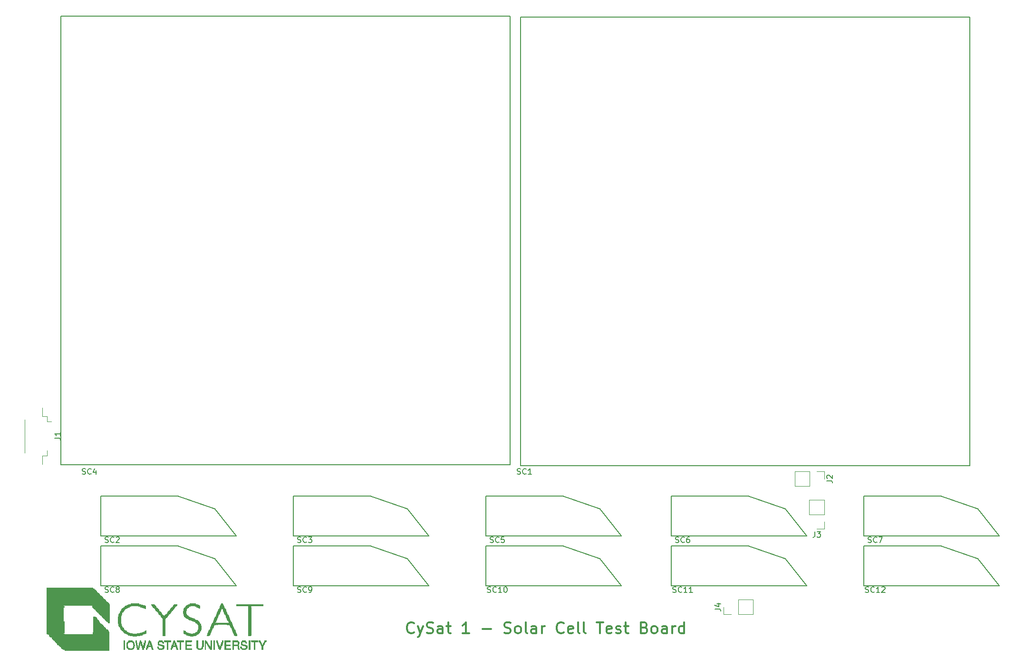
<source format=gto>
G04 #@! TF.FileFunction,Legend,Top*
%FSLAX46Y46*%
G04 Gerber Fmt 4.6, Leading zero omitted, Abs format (unit mm)*
G04 Created by KiCad (PCBNEW 4.0.7) date Tue Jul  3 16:38:59 2018*
%MOMM*%
%LPD*%
G01*
G04 APERTURE LIST*
%ADD10C,0.100000*%
%ADD11C,0.300000*%
%ADD12C,0.150000*%
%ADD13C,0.120000*%
%ADD14C,0.010000*%
G04 APERTURE END LIST*
D10*
D11*
X28593808Y-52784286D02*
X28498570Y-52879524D01*
X28212855Y-52974762D01*
X28022379Y-52974762D01*
X27736665Y-52879524D01*
X27546189Y-52689048D01*
X27450950Y-52498571D01*
X27355712Y-52117619D01*
X27355712Y-51831905D01*
X27450950Y-51450952D01*
X27546189Y-51260476D01*
X27736665Y-51070000D01*
X28022379Y-50974762D01*
X28212855Y-50974762D01*
X28498570Y-51070000D01*
X28593808Y-51165238D01*
X29260474Y-51641429D02*
X29736665Y-52974762D01*
X30212855Y-51641429D02*
X29736665Y-52974762D01*
X29546189Y-53450952D01*
X29450950Y-53546190D01*
X29260474Y-53641429D01*
X30879522Y-52879524D02*
X31165237Y-52974762D01*
X31641427Y-52974762D01*
X31831903Y-52879524D01*
X31927141Y-52784286D01*
X32022380Y-52593810D01*
X32022380Y-52403333D01*
X31927141Y-52212857D01*
X31831903Y-52117619D01*
X31641427Y-52022381D01*
X31260475Y-51927143D01*
X31069999Y-51831905D01*
X30974760Y-51736667D01*
X30879522Y-51546190D01*
X30879522Y-51355714D01*
X30974760Y-51165238D01*
X31069999Y-51070000D01*
X31260475Y-50974762D01*
X31736665Y-50974762D01*
X32022380Y-51070000D01*
X33736665Y-52974762D02*
X33736665Y-51927143D01*
X33641427Y-51736667D01*
X33450951Y-51641429D01*
X33069999Y-51641429D01*
X32879522Y-51736667D01*
X33736665Y-52879524D02*
X33546189Y-52974762D01*
X33069999Y-52974762D01*
X32879522Y-52879524D01*
X32784284Y-52689048D01*
X32784284Y-52498571D01*
X32879522Y-52308095D01*
X33069999Y-52212857D01*
X33546189Y-52212857D01*
X33736665Y-52117619D01*
X34403332Y-51641429D02*
X35165237Y-51641429D01*
X34689046Y-50974762D02*
X34689046Y-52689048D01*
X34784285Y-52879524D01*
X34974761Y-52974762D01*
X35165237Y-52974762D01*
X38403333Y-52974762D02*
X37260475Y-52974762D01*
X37831904Y-52974762D02*
X37831904Y-50974762D01*
X37641428Y-51260476D01*
X37450952Y-51450952D01*
X37260475Y-51546190D01*
X40784285Y-52212857D02*
X42308095Y-52212857D01*
X44689047Y-52879524D02*
X44974762Y-52974762D01*
X45450952Y-52974762D01*
X45641428Y-52879524D01*
X45736666Y-52784286D01*
X45831905Y-52593810D01*
X45831905Y-52403333D01*
X45736666Y-52212857D01*
X45641428Y-52117619D01*
X45450952Y-52022381D01*
X45070000Y-51927143D01*
X44879524Y-51831905D01*
X44784285Y-51736667D01*
X44689047Y-51546190D01*
X44689047Y-51355714D01*
X44784285Y-51165238D01*
X44879524Y-51070000D01*
X45070000Y-50974762D01*
X45546190Y-50974762D01*
X45831905Y-51070000D01*
X46974762Y-52974762D02*
X46784286Y-52879524D01*
X46689047Y-52784286D01*
X46593809Y-52593810D01*
X46593809Y-52022381D01*
X46689047Y-51831905D01*
X46784286Y-51736667D01*
X46974762Y-51641429D01*
X47260476Y-51641429D01*
X47450952Y-51736667D01*
X47546190Y-51831905D01*
X47641428Y-52022381D01*
X47641428Y-52593810D01*
X47546190Y-52784286D01*
X47450952Y-52879524D01*
X47260476Y-52974762D01*
X46974762Y-52974762D01*
X48784286Y-52974762D02*
X48593810Y-52879524D01*
X48498571Y-52689048D01*
X48498571Y-50974762D01*
X50403333Y-52974762D02*
X50403333Y-51927143D01*
X50308095Y-51736667D01*
X50117619Y-51641429D01*
X49736667Y-51641429D01*
X49546190Y-51736667D01*
X50403333Y-52879524D02*
X50212857Y-52974762D01*
X49736667Y-52974762D01*
X49546190Y-52879524D01*
X49450952Y-52689048D01*
X49450952Y-52498571D01*
X49546190Y-52308095D01*
X49736667Y-52212857D01*
X50212857Y-52212857D01*
X50403333Y-52117619D01*
X51355714Y-52974762D02*
X51355714Y-51641429D01*
X51355714Y-52022381D02*
X51450953Y-51831905D01*
X51546191Y-51736667D01*
X51736667Y-51641429D01*
X51927143Y-51641429D01*
X55260477Y-52784286D02*
X55165239Y-52879524D01*
X54879524Y-52974762D01*
X54689048Y-52974762D01*
X54403334Y-52879524D01*
X54212858Y-52689048D01*
X54117619Y-52498571D01*
X54022381Y-52117619D01*
X54022381Y-51831905D01*
X54117619Y-51450952D01*
X54212858Y-51260476D01*
X54403334Y-51070000D01*
X54689048Y-50974762D01*
X54879524Y-50974762D01*
X55165239Y-51070000D01*
X55260477Y-51165238D01*
X56879524Y-52879524D02*
X56689048Y-52974762D01*
X56308096Y-52974762D01*
X56117619Y-52879524D01*
X56022381Y-52689048D01*
X56022381Y-51927143D01*
X56117619Y-51736667D01*
X56308096Y-51641429D01*
X56689048Y-51641429D01*
X56879524Y-51736667D01*
X56974762Y-51927143D01*
X56974762Y-52117619D01*
X56022381Y-52308095D01*
X58117620Y-52974762D02*
X57927144Y-52879524D01*
X57831905Y-52689048D01*
X57831905Y-50974762D01*
X59165239Y-52974762D02*
X58974763Y-52879524D01*
X58879524Y-52689048D01*
X58879524Y-50974762D01*
X61165239Y-50974762D02*
X62308096Y-50974762D01*
X61736668Y-52974762D02*
X61736668Y-50974762D01*
X63736668Y-52879524D02*
X63546192Y-52974762D01*
X63165240Y-52974762D01*
X62974763Y-52879524D01*
X62879525Y-52689048D01*
X62879525Y-51927143D01*
X62974763Y-51736667D01*
X63165240Y-51641429D01*
X63546192Y-51641429D01*
X63736668Y-51736667D01*
X63831906Y-51927143D01*
X63831906Y-52117619D01*
X62879525Y-52308095D01*
X64593811Y-52879524D02*
X64784288Y-52974762D01*
X65165240Y-52974762D01*
X65355716Y-52879524D01*
X65450954Y-52689048D01*
X65450954Y-52593810D01*
X65355716Y-52403333D01*
X65165240Y-52308095D01*
X64879526Y-52308095D01*
X64689049Y-52212857D01*
X64593811Y-52022381D01*
X64593811Y-51927143D01*
X64689049Y-51736667D01*
X64879526Y-51641429D01*
X65165240Y-51641429D01*
X65355716Y-51736667D01*
X66022383Y-51641429D02*
X66784288Y-51641429D01*
X66308097Y-50974762D02*
X66308097Y-52689048D01*
X66403336Y-52879524D01*
X66593812Y-52974762D01*
X66784288Y-52974762D01*
X69641431Y-51927143D02*
X69927145Y-52022381D01*
X70022384Y-52117619D01*
X70117622Y-52308095D01*
X70117622Y-52593810D01*
X70022384Y-52784286D01*
X69927145Y-52879524D01*
X69736669Y-52974762D01*
X68974764Y-52974762D01*
X68974764Y-50974762D01*
X69641431Y-50974762D01*
X69831907Y-51070000D01*
X69927145Y-51165238D01*
X70022384Y-51355714D01*
X70022384Y-51546190D01*
X69927145Y-51736667D01*
X69831907Y-51831905D01*
X69641431Y-51927143D01*
X68974764Y-51927143D01*
X71260479Y-52974762D02*
X71070003Y-52879524D01*
X70974764Y-52784286D01*
X70879526Y-52593810D01*
X70879526Y-52022381D01*
X70974764Y-51831905D01*
X71070003Y-51736667D01*
X71260479Y-51641429D01*
X71546193Y-51641429D01*
X71736669Y-51736667D01*
X71831907Y-51831905D01*
X71927145Y-52022381D01*
X71927145Y-52593810D01*
X71831907Y-52784286D01*
X71736669Y-52879524D01*
X71546193Y-52974762D01*
X71260479Y-52974762D01*
X73641431Y-52974762D02*
X73641431Y-51927143D01*
X73546193Y-51736667D01*
X73355717Y-51641429D01*
X72974765Y-51641429D01*
X72784288Y-51736667D01*
X73641431Y-52879524D02*
X73450955Y-52974762D01*
X72974765Y-52974762D01*
X72784288Y-52879524D01*
X72689050Y-52689048D01*
X72689050Y-52498571D01*
X72784288Y-52308095D01*
X72974765Y-52212857D01*
X73450955Y-52212857D01*
X73641431Y-52117619D01*
X74593812Y-52974762D02*
X74593812Y-51641429D01*
X74593812Y-52022381D02*
X74689051Y-51831905D01*
X74784289Y-51736667D01*
X74974765Y-51641429D01*
X75165241Y-51641429D01*
X76689050Y-52974762D02*
X76689050Y-50974762D01*
X76689050Y-52879524D02*
X76498574Y-52974762D01*
X76117622Y-52974762D01*
X75927146Y-52879524D01*
X75831907Y-52784286D01*
X75736669Y-52593810D01*
X75736669Y-52022381D01*
X75831907Y-51831905D01*
X75927146Y-51736667D01*
X76117622Y-51641429D01*
X76498574Y-51641429D01*
X76689050Y-51736667D01*
D12*
X47548800Y-23063200D02*
X47548800Y56946800D01*
X47548800Y56946800D02*
X127558800Y56946800D01*
X127558800Y56946800D02*
X127558800Y-23063200D01*
X127558800Y-23063200D02*
X47548800Y-23063200D01*
X-27178000Y-35560000D02*
X-27178000Y-28448000D01*
X-27178000Y-28448000D02*
X-13462000Y-28448000D01*
X-13462000Y-28448000D02*
X-6858000Y-30734000D01*
X-6858000Y-30734000D02*
X-3048000Y-35560000D01*
X-3048000Y-35560000D02*
X-27178000Y-35560000D01*
X7112000Y-35560000D02*
X7112000Y-28448000D01*
X7112000Y-28448000D02*
X20828000Y-28448000D01*
X20828000Y-28448000D02*
X27432000Y-30734000D01*
X27432000Y-30734000D02*
X31242000Y-35560000D01*
X31242000Y-35560000D02*
X7112000Y-35560000D01*
X-34290000Y-22860000D02*
X-34290000Y57150000D01*
X-34290000Y57150000D02*
X45720000Y57150000D01*
X45720000Y57150000D02*
X45720000Y-22860000D01*
X45720000Y-22860000D02*
X-34290000Y-22860000D01*
X41402000Y-35560000D02*
X41402000Y-28448000D01*
X41402000Y-28448000D02*
X55118000Y-28448000D01*
X55118000Y-28448000D02*
X61722000Y-30734000D01*
X61722000Y-30734000D02*
X65532000Y-35560000D01*
X65532000Y-35560000D02*
X41402000Y-35560000D01*
X74422000Y-35560000D02*
X74422000Y-28448000D01*
X74422000Y-28448000D02*
X88138000Y-28448000D01*
X88138000Y-28448000D02*
X94742000Y-30734000D01*
X94742000Y-30734000D02*
X98552000Y-35560000D01*
X98552000Y-35560000D02*
X74422000Y-35560000D01*
X108712000Y-35560000D02*
X108712000Y-28448000D01*
X108712000Y-28448000D02*
X122428000Y-28448000D01*
X122428000Y-28448000D02*
X129032000Y-30734000D01*
X129032000Y-30734000D02*
X132842000Y-35560000D01*
X132842000Y-35560000D02*
X108712000Y-35560000D01*
X-27178000Y-44450000D02*
X-27178000Y-37338000D01*
X-27178000Y-37338000D02*
X-13462000Y-37338000D01*
X-13462000Y-37338000D02*
X-6858000Y-39624000D01*
X-6858000Y-39624000D02*
X-3048000Y-44450000D01*
X-3048000Y-44450000D02*
X-27178000Y-44450000D01*
X7112000Y-44450000D02*
X7112000Y-37338000D01*
X7112000Y-37338000D02*
X20828000Y-37338000D01*
X20828000Y-37338000D02*
X27432000Y-39624000D01*
X27432000Y-39624000D02*
X31242000Y-44450000D01*
X31242000Y-44450000D02*
X7112000Y-44450000D01*
X41402000Y-44450000D02*
X41402000Y-37338000D01*
X41402000Y-37338000D02*
X55118000Y-37338000D01*
X55118000Y-37338000D02*
X61722000Y-39624000D01*
X61722000Y-39624000D02*
X65532000Y-44450000D01*
X65532000Y-44450000D02*
X41402000Y-44450000D01*
X74422000Y-44450000D02*
X74422000Y-37338000D01*
X74422000Y-37338000D02*
X88138000Y-37338000D01*
X88138000Y-37338000D02*
X94742000Y-39624000D01*
X94742000Y-39624000D02*
X98552000Y-44450000D01*
X98552000Y-44450000D02*
X74422000Y-44450000D01*
X108712000Y-44450000D02*
X108712000Y-37338000D01*
X108712000Y-37338000D02*
X122428000Y-37338000D01*
X122428000Y-37338000D02*
X129032000Y-39624000D01*
X129032000Y-39624000D02*
X132842000Y-44450000D01*
X132842000Y-44450000D02*
X108712000Y-44450000D01*
D13*
X101660000Y-29150000D02*
X99000000Y-29150000D01*
X101660000Y-31750000D02*
X101660000Y-29150000D01*
X99000000Y-31750000D02*
X99000000Y-29150000D01*
X101660000Y-31750000D02*
X99000000Y-31750000D01*
X101660000Y-33020000D02*
X101660000Y-34350000D01*
X101660000Y-34350000D02*
X100330000Y-34350000D01*
X88960000Y-49590000D02*
X88960000Y-46930000D01*
X86360000Y-49590000D02*
X88960000Y-49590000D01*
X86360000Y-46930000D02*
X88960000Y-46930000D01*
X86360000Y-49590000D02*
X86360000Y-46930000D01*
X85090000Y-49590000D02*
X83760000Y-49590000D01*
X83760000Y-49590000D02*
X83760000Y-48260000D01*
X-36725000Y-20355000D02*
X-36725000Y-21305000D01*
X-36725000Y-21305000D02*
X-37625000Y-21305000D01*
X-37625000Y-21305000D02*
X-37625000Y-22805000D01*
X-36725000Y-15205000D02*
X-36725000Y-14255000D01*
X-36725000Y-14255000D02*
X-37625000Y-14255000D01*
X-37625000Y-14255000D02*
X-37625000Y-12755000D01*
X-40725000Y-14805000D02*
X-40725000Y-20755000D01*
X-36725000Y-15205000D02*
X-35975000Y-15205000D01*
X96460000Y-24070000D02*
X96460000Y-26730000D01*
X99060000Y-24070000D02*
X96460000Y-24070000D01*
X99060000Y-26730000D02*
X96460000Y-26730000D01*
X99060000Y-24070000D02*
X99060000Y-26730000D01*
X100330000Y-24070000D02*
X101660000Y-24070000D01*
X101660000Y-24070000D02*
X101660000Y-25400000D01*
D14*
G36*
X-36830000Y-44850000D02*
X-36730000Y-44850000D01*
X-36730000Y-44950000D01*
X-36830000Y-44950000D01*
X-36830000Y-44850000D01*
X-36830000Y-44850000D01*
G37*
X-36830000Y-44850000D02*
X-36730000Y-44850000D01*
X-36730000Y-44950000D01*
X-36830000Y-44950000D01*
X-36830000Y-44850000D01*
G36*
X-36730000Y-44850000D02*
X-36630000Y-44850000D01*
X-36630000Y-44950000D01*
X-36730000Y-44950000D01*
X-36730000Y-44850000D01*
X-36730000Y-44850000D01*
G37*
X-36730000Y-44850000D02*
X-36630000Y-44850000D01*
X-36630000Y-44950000D01*
X-36730000Y-44950000D01*
X-36730000Y-44850000D01*
G36*
X-36630000Y-44850000D02*
X-36530000Y-44850000D01*
X-36530000Y-44950000D01*
X-36630000Y-44950000D01*
X-36630000Y-44850000D01*
X-36630000Y-44850000D01*
G37*
X-36630000Y-44850000D02*
X-36530000Y-44850000D01*
X-36530000Y-44950000D01*
X-36630000Y-44950000D01*
X-36630000Y-44850000D01*
G36*
X-36530000Y-44850000D02*
X-36430000Y-44850000D01*
X-36430000Y-44950000D01*
X-36530000Y-44950000D01*
X-36530000Y-44850000D01*
X-36530000Y-44850000D01*
G37*
X-36530000Y-44850000D02*
X-36430000Y-44850000D01*
X-36430000Y-44950000D01*
X-36530000Y-44950000D01*
X-36530000Y-44850000D01*
G36*
X-36430000Y-44850000D02*
X-36330000Y-44850000D01*
X-36330000Y-44950000D01*
X-36430000Y-44950000D01*
X-36430000Y-44850000D01*
X-36430000Y-44850000D01*
G37*
X-36430000Y-44850000D02*
X-36330000Y-44850000D01*
X-36330000Y-44950000D01*
X-36430000Y-44950000D01*
X-36430000Y-44850000D01*
G36*
X-36330000Y-44850000D02*
X-36230000Y-44850000D01*
X-36230000Y-44950000D01*
X-36330000Y-44950000D01*
X-36330000Y-44850000D01*
X-36330000Y-44850000D01*
G37*
X-36330000Y-44850000D02*
X-36230000Y-44850000D01*
X-36230000Y-44950000D01*
X-36330000Y-44950000D01*
X-36330000Y-44850000D01*
G36*
X-36230000Y-44850000D02*
X-36130000Y-44850000D01*
X-36130000Y-44950000D01*
X-36230000Y-44950000D01*
X-36230000Y-44850000D01*
X-36230000Y-44850000D01*
G37*
X-36230000Y-44850000D02*
X-36130000Y-44850000D01*
X-36130000Y-44950000D01*
X-36230000Y-44950000D01*
X-36230000Y-44850000D01*
G36*
X-36130000Y-44850000D02*
X-36030000Y-44850000D01*
X-36030000Y-44950000D01*
X-36130000Y-44950000D01*
X-36130000Y-44850000D01*
X-36130000Y-44850000D01*
G37*
X-36130000Y-44850000D02*
X-36030000Y-44850000D01*
X-36030000Y-44950000D01*
X-36130000Y-44950000D01*
X-36130000Y-44850000D01*
G36*
X-36030000Y-44850000D02*
X-35930000Y-44850000D01*
X-35930000Y-44950000D01*
X-36030000Y-44950000D01*
X-36030000Y-44850000D01*
X-36030000Y-44850000D01*
G37*
X-36030000Y-44850000D02*
X-35930000Y-44850000D01*
X-35930000Y-44950000D01*
X-36030000Y-44950000D01*
X-36030000Y-44850000D01*
G36*
X-35930000Y-44850000D02*
X-35830000Y-44850000D01*
X-35830000Y-44950000D01*
X-35930000Y-44950000D01*
X-35930000Y-44850000D01*
X-35930000Y-44850000D01*
G37*
X-35930000Y-44850000D02*
X-35830000Y-44850000D01*
X-35830000Y-44950000D01*
X-35930000Y-44950000D01*
X-35930000Y-44850000D01*
G36*
X-35830000Y-44850000D02*
X-35730000Y-44850000D01*
X-35730000Y-44950000D01*
X-35830000Y-44950000D01*
X-35830000Y-44850000D01*
X-35830000Y-44850000D01*
G37*
X-35830000Y-44850000D02*
X-35730000Y-44850000D01*
X-35730000Y-44950000D01*
X-35830000Y-44950000D01*
X-35830000Y-44850000D01*
G36*
X-35730000Y-44850000D02*
X-35630000Y-44850000D01*
X-35630000Y-44950000D01*
X-35730000Y-44950000D01*
X-35730000Y-44850000D01*
X-35730000Y-44850000D01*
G37*
X-35730000Y-44850000D02*
X-35630000Y-44850000D01*
X-35630000Y-44950000D01*
X-35730000Y-44950000D01*
X-35730000Y-44850000D01*
G36*
X-35630000Y-44850000D02*
X-35530000Y-44850000D01*
X-35530000Y-44950000D01*
X-35630000Y-44950000D01*
X-35630000Y-44850000D01*
X-35630000Y-44850000D01*
G37*
X-35630000Y-44850000D02*
X-35530000Y-44850000D01*
X-35530000Y-44950000D01*
X-35630000Y-44950000D01*
X-35630000Y-44850000D01*
G36*
X-35530000Y-44850000D02*
X-35430000Y-44850000D01*
X-35430000Y-44950000D01*
X-35530000Y-44950000D01*
X-35530000Y-44850000D01*
X-35530000Y-44850000D01*
G37*
X-35530000Y-44850000D02*
X-35430000Y-44850000D01*
X-35430000Y-44950000D01*
X-35530000Y-44950000D01*
X-35530000Y-44850000D01*
G36*
X-35430000Y-44850000D02*
X-35330000Y-44850000D01*
X-35330000Y-44950000D01*
X-35430000Y-44950000D01*
X-35430000Y-44850000D01*
X-35430000Y-44850000D01*
G37*
X-35430000Y-44850000D02*
X-35330000Y-44850000D01*
X-35330000Y-44950000D01*
X-35430000Y-44950000D01*
X-35430000Y-44850000D01*
G36*
X-35330000Y-44850000D02*
X-35230000Y-44850000D01*
X-35230000Y-44950000D01*
X-35330000Y-44950000D01*
X-35330000Y-44850000D01*
X-35330000Y-44850000D01*
G37*
X-35330000Y-44850000D02*
X-35230000Y-44850000D01*
X-35230000Y-44950000D01*
X-35330000Y-44950000D01*
X-35330000Y-44850000D01*
G36*
X-35230000Y-44850000D02*
X-35130000Y-44850000D01*
X-35130000Y-44950000D01*
X-35230000Y-44950000D01*
X-35230000Y-44850000D01*
X-35230000Y-44850000D01*
G37*
X-35230000Y-44850000D02*
X-35130000Y-44850000D01*
X-35130000Y-44950000D01*
X-35230000Y-44950000D01*
X-35230000Y-44850000D01*
G36*
X-35130000Y-44850000D02*
X-35030000Y-44850000D01*
X-35030000Y-44950000D01*
X-35130000Y-44950000D01*
X-35130000Y-44850000D01*
X-35130000Y-44850000D01*
G37*
X-35130000Y-44850000D02*
X-35030000Y-44850000D01*
X-35030000Y-44950000D01*
X-35130000Y-44950000D01*
X-35130000Y-44850000D01*
G36*
X-35030000Y-44850000D02*
X-34930000Y-44850000D01*
X-34930000Y-44950000D01*
X-35030000Y-44950000D01*
X-35030000Y-44850000D01*
X-35030000Y-44850000D01*
G37*
X-35030000Y-44850000D02*
X-34930000Y-44850000D01*
X-34930000Y-44950000D01*
X-35030000Y-44950000D01*
X-35030000Y-44850000D01*
G36*
X-34930000Y-44850000D02*
X-34830000Y-44850000D01*
X-34830000Y-44950000D01*
X-34930000Y-44950000D01*
X-34930000Y-44850000D01*
X-34930000Y-44850000D01*
G37*
X-34930000Y-44850000D02*
X-34830000Y-44850000D01*
X-34830000Y-44950000D01*
X-34930000Y-44950000D01*
X-34930000Y-44850000D01*
G36*
X-34830000Y-44850000D02*
X-34730000Y-44850000D01*
X-34730000Y-44950000D01*
X-34830000Y-44950000D01*
X-34830000Y-44850000D01*
X-34830000Y-44850000D01*
G37*
X-34830000Y-44850000D02*
X-34730000Y-44850000D01*
X-34730000Y-44950000D01*
X-34830000Y-44950000D01*
X-34830000Y-44850000D01*
G36*
X-34730000Y-44850000D02*
X-34630000Y-44850000D01*
X-34630000Y-44950000D01*
X-34730000Y-44950000D01*
X-34730000Y-44850000D01*
X-34730000Y-44850000D01*
G37*
X-34730000Y-44850000D02*
X-34630000Y-44850000D01*
X-34630000Y-44950000D01*
X-34730000Y-44950000D01*
X-34730000Y-44850000D01*
G36*
X-34630000Y-44850000D02*
X-34530000Y-44850000D01*
X-34530000Y-44950000D01*
X-34630000Y-44950000D01*
X-34630000Y-44850000D01*
X-34630000Y-44850000D01*
G37*
X-34630000Y-44850000D02*
X-34530000Y-44850000D01*
X-34530000Y-44950000D01*
X-34630000Y-44950000D01*
X-34630000Y-44850000D01*
G36*
X-34530000Y-44850000D02*
X-34430000Y-44850000D01*
X-34430000Y-44950000D01*
X-34530000Y-44950000D01*
X-34530000Y-44850000D01*
X-34530000Y-44850000D01*
G37*
X-34530000Y-44850000D02*
X-34430000Y-44850000D01*
X-34430000Y-44950000D01*
X-34530000Y-44950000D01*
X-34530000Y-44850000D01*
G36*
X-34430000Y-44850000D02*
X-34330000Y-44850000D01*
X-34330000Y-44950000D01*
X-34430000Y-44950000D01*
X-34430000Y-44850000D01*
X-34430000Y-44850000D01*
G37*
X-34430000Y-44850000D02*
X-34330000Y-44850000D01*
X-34330000Y-44950000D01*
X-34430000Y-44950000D01*
X-34430000Y-44850000D01*
G36*
X-34330000Y-44850000D02*
X-34230000Y-44850000D01*
X-34230000Y-44950000D01*
X-34330000Y-44950000D01*
X-34330000Y-44850000D01*
X-34330000Y-44850000D01*
G37*
X-34330000Y-44850000D02*
X-34230000Y-44850000D01*
X-34230000Y-44950000D01*
X-34330000Y-44950000D01*
X-34330000Y-44850000D01*
G36*
X-34230000Y-44850000D02*
X-34130000Y-44850000D01*
X-34130000Y-44950000D01*
X-34230000Y-44950000D01*
X-34230000Y-44850000D01*
X-34230000Y-44850000D01*
G37*
X-34230000Y-44850000D02*
X-34130000Y-44850000D01*
X-34130000Y-44950000D01*
X-34230000Y-44950000D01*
X-34230000Y-44850000D01*
G36*
X-34130000Y-44850000D02*
X-34030000Y-44850000D01*
X-34030000Y-44950000D01*
X-34130000Y-44950000D01*
X-34130000Y-44850000D01*
X-34130000Y-44850000D01*
G37*
X-34130000Y-44850000D02*
X-34030000Y-44850000D01*
X-34030000Y-44950000D01*
X-34130000Y-44950000D01*
X-34130000Y-44850000D01*
G36*
X-34030000Y-44850000D02*
X-33930000Y-44850000D01*
X-33930000Y-44950000D01*
X-34030000Y-44950000D01*
X-34030000Y-44850000D01*
X-34030000Y-44850000D01*
G37*
X-34030000Y-44850000D02*
X-33930000Y-44850000D01*
X-33930000Y-44950000D01*
X-34030000Y-44950000D01*
X-34030000Y-44850000D01*
G36*
X-33930000Y-44850000D02*
X-33830000Y-44850000D01*
X-33830000Y-44950000D01*
X-33930000Y-44950000D01*
X-33930000Y-44850000D01*
X-33930000Y-44850000D01*
G37*
X-33930000Y-44850000D02*
X-33830000Y-44850000D01*
X-33830000Y-44950000D01*
X-33930000Y-44950000D01*
X-33930000Y-44850000D01*
G36*
X-33830000Y-44850000D02*
X-33730000Y-44850000D01*
X-33730000Y-44950000D01*
X-33830000Y-44950000D01*
X-33830000Y-44850000D01*
X-33830000Y-44850000D01*
G37*
X-33830000Y-44850000D02*
X-33730000Y-44850000D01*
X-33730000Y-44950000D01*
X-33830000Y-44950000D01*
X-33830000Y-44850000D01*
G36*
X-33730000Y-44850000D02*
X-33630000Y-44850000D01*
X-33630000Y-44950000D01*
X-33730000Y-44950000D01*
X-33730000Y-44850000D01*
X-33730000Y-44850000D01*
G37*
X-33730000Y-44850000D02*
X-33630000Y-44850000D01*
X-33630000Y-44950000D01*
X-33730000Y-44950000D01*
X-33730000Y-44850000D01*
G36*
X-33630000Y-44850000D02*
X-33530000Y-44850000D01*
X-33530000Y-44950000D01*
X-33630000Y-44950000D01*
X-33630000Y-44850000D01*
X-33630000Y-44850000D01*
G37*
X-33630000Y-44850000D02*
X-33530000Y-44850000D01*
X-33530000Y-44950000D01*
X-33630000Y-44950000D01*
X-33630000Y-44850000D01*
G36*
X-33530000Y-44850000D02*
X-33430000Y-44850000D01*
X-33430000Y-44950000D01*
X-33530000Y-44950000D01*
X-33530000Y-44850000D01*
X-33530000Y-44850000D01*
G37*
X-33530000Y-44850000D02*
X-33430000Y-44850000D01*
X-33430000Y-44950000D01*
X-33530000Y-44950000D01*
X-33530000Y-44850000D01*
G36*
X-33430000Y-44850000D02*
X-33330000Y-44850000D01*
X-33330000Y-44950000D01*
X-33430000Y-44950000D01*
X-33430000Y-44850000D01*
X-33430000Y-44850000D01*
G37*
X-33430000Y-44850000D02*
X-33330000Y-44850000D01*
X-33330000Y-44950000D01*
X-33430000Y-44950000D01*
X-33430000Y-44850000D01*
G36*
X-33330000Y-44850000D02*
X-33230000Y-44850000D01*
X-33230000Y-44950000D01*
X-33330000Y-44950000D01*
X-33330000Y-44850000D01*
X-33330000Y-44850000D01*
G37*
X-33330000Y-44850000D02*
X-33230000Y-44850000D01*
X-33230000Y-44950000D01*
X-33330000Y-44950000D01*
X-33330000Y-44850000D01*
G36*
X-33230000Y-44850000D02*
X-33130000Y-44850000D01*
X-33130000Y-44950000D01*
X-33230000Y-44950000D01*
X-33230000Y-44850000D01*
X-33230000Y-44850000D01*
G37*
X-33230000Y-44850000D02*
X-33130000Y-44850000D01*
X-33130000Y-44950000D01*
X-33230000Y-44950000D01*
X-33230000Y-44850000D01*
G36*
X-33130000Y-44850000D02*
X-33030000Y-44850000D01*
X-33030000Y-44950000D01*
X-33130000Y-44950000D01*
X-33130000Y-44850000D01*
X-33130000Y-44850000D01*
G37*
X-33130000Y-44850000D02*
X-33030000Y-44850000D01*
X-33030000Y-44950000D01*
X-33130000Y-44950000D01*
X-33130000Y-44850000D01*
G36*
X-33030000Y-44850000D02*
X-32930000Y-44850000D01*
X-32930000Y-44950000D01*
X-33030000Y-44950000D01*
X-33030000Y-44850000D01*
X-33030000Y-44850000D01*
G37*
X-33030000Y-44850000D02*
X-32930000Y-44850000D01*
X-32930000Y-44950000D01*
X-33030000Y-44950000D01*
X-33030000Y-44850000D01*
G36*
X-32930000Y-44850000D02*
X-32830000Y-44850000D01*
X-32830000Y-44950000D01*
X-32930000Y-44950000D01*
X-32930000Y-44850000D01*
X-32930000Y-44850000D01*
G37*
X-32930000Y-44850000D02*
X-32830000Y-44850000D01*
X-32830000Y-44950000D01*
X-32930000Y-44950000D01*
X-32930000Y-44850000D01*
G36*
X-32830000Y-44850000D02*
X-32730000Y-44850000D01*
X-32730000Y-44950000D01*
X-32830000Y-44950000D01*
X-32830000Y-44850000D01*
X-32830000Y-44850000D01*
G37*
X-32830000Y-44850000D02*
X-32730000Y-44850000D01*
X-32730000Y-44950000D01*
X-32830000Y-44950000D01*
X-32830000Y-44850000D01*
G36*
X-32730000Y-44850000D02*
X-32630000Y-44850000D01*
X-32630000Y-44950000D01*
X-32730000Y-44950000D01*
X-32730000Y-44850000D01*
X-32730000Y-44850000D01*
G37*
X-32730000Y-44850000D02*
X-32630000Y-44850000D01*
X-32630000Y-44950000D01*
X-32730000Y-44950000D01*
X-32730000Y-44850000D01*
G36*
X-32630000Y-44850000D02*
X-32530000Y-44850000D01*
X-32530000Y-44950000D01*
X-32630000Y-44950000D01*
X-32630000Y-44850000D01*
X-32630000Y-44850000D01*
G37*
X-32630000Y-44850000D02*
X-32530000Y-44850000D01*
X-32530000Y-44950000D01*
X-32630000Y-44950000D01*
X-32630000Y-44850000D01*
G36*
X-32530000Y-44850000D02*
X-32430000Y-44850000D01*
X-32430000Y-44950000D01*
X-32530000Y-44950000D01*
X-32530000Y-44850000D01*
X-32530000Y-44850000D01*
G37*
X-32530000Y-44850000D02*
X-32430000Y-44850000D01*
X-32430000Y-44950000D01*
X-32530000Y-44950000D01*
X-32530000Y-44850000D01*
G36*
X-32430000Y-44850000D02*
X-32330000Y-44850000D01*
X-32330000Y-44950000D01*
X-32430000Y-44950000D01*
X-32430000Y-44850000D01*
X-32430000Y-44850000D01*
G37*
X-32430000Y-44850000D02*
X-32330000Y-44850000D01*
X-32330000Y-44950000D01*
X-32430000Y-44950000D01*
X-32430000Y-44850000D01*
G36*
X-32330000Y-44850000D02*
X-32230000Y-44850000D01*
X-32230000Y-44950000D01*
X-32330000Y-44950000D01*
X-32330000Y-44850000D01*
X-32330000Y-44850000D01*
G37*
X-32330000Y-44850000D02*
X-32230000Y-44850000D01*
X-32230000Y-44950000D01*
X-32330000Y-44950000D01*
X-32330000Y-44850000D01*
G36*
X-32230000Y-44850000D02*
X-32130000Y-44850000D01*
X-32130000Y-44950000D01*
X-32230000Y-44950000D01*
X-32230000Y-44850000D01*
X-32230000Y-44850000D01*
G37*
X-32230000Y-44850000D02*
X-32130000Y-44850000D01*
X-32130000Y-44950000D01*
X-32230000Y-44950000D01*
X-32230000Y-44850000D01*
G36*
X-32130000Y-44850000D02*
X-32030000Y-44850000D01*
X-32030000Y-44950000D01*
X-32130000Y-44950000D01*
X-32130000Y-44850000D01*
X-32130000Y-44850000D01*
G37*
X-32130000Y-44850000D02*
X-32030000Y-44850000D01*
X-32030000Y-44950000D01*
X-32130000Y-44950000D01*
X-32130000Y-44850000D01*
G36*
X-32030000Y-44850000D02*
X-31930000Y-44850000D01*
X-31930000Y-44950000D01*
X-32030000Y-44950000D01*
X-32030000Y-44850000D01*
X-32030000Y-44850000D01*
G37*
X-32030000Y-44850000D02*
X-31930000Y-44850000D01*
X-31930000Y-44950000D01*
X-32030000Y-44950000D01*
X-32030000Y-44850000D01*
G36*
X-31930000Y-44850000D02*
X-31830000Y-44850000D01*
X-31830000Y-44950000D01*
X-31930000Y-44950000D01*
X-31930000Y-44850000D01*
X-31930000Y-44850000D01*
G37*
X-31930000Y-44850000D02*
X-31830000Y-44850000D01*
X-31830000Y-44950000D01*
X-31930000Y-44950000D01*
X-31930000Y-44850000D01*
G36*
X-31830000Y-44850000D02*
X-31730000Y-44850000D01*
X-31730000Y-44950000D01*
X-31830000Y-44950000D01*
X-31830000Y-44850000D01*
X-31830000Y-44850000D01*
G37*
X-31830000Y-44850000D02*
X-31730000Y-44850000D01*
X-31730000Y-44950000D01*
X-31830000Y-44950000D01*
X-31830000Y-44850000D01*
G36*
X-31730000Y-44850000D02*
X-31630000Y-44850000D01*
X-31630000Y-44950000D01*
X-31730000Y-44950000D01*
X-31730000Y-44850000D01*
X-31730000Y-44850000D01*
G37*
X-31730000Y-44850000D02*
X-31630000Y-44850000D01*
X-31630000Y-44950000D01*
X-31730000Y-44950000D01*
X-31730000Y-44850000D01*
G36*
X-31630000Y-44850000D02*
X-31530000Y-44850000D01*
X-31530000Y-44950000D01*
X-31630000Y-44950000D01*
X-31630000Y-44850000D01*
X-31630000Y-44850000D01*
G37*
X-31630000Y-44850000D02*
X-31530000Y-44850000D01*
X-31530000Y-44950000D01*
X-31630000Y-44950000D01*
X-31630000Y-44850000D01*
G36*
X-31530000Y-44850000D02*
X-31430000Y-44850000D01*
X-31430000Y-44950000D01*
X-31530000Y-44950000D01*
X-31530000Y-44850000D01*
X-31530000Y-44850000D01*
G37*
X-31530000Y-44850000D02*
X-31430000Y-44850000D01*
X-31430000Y-44950000D01*
X-31530000Y-44950000D01*
X-31530000Y-44850000D01*
G36*
X-31430000Y-44850000D02*
X-31330000Y-44850000D01*
X-31330000Y-44950000D01*
X-31430000Y-44950000D01*
X-31430000Y-44850000D01*
X-31430000Y-44850000D01*
G37*
X-31430000Y-44850000D02*
X-31330000Y-44850000D01*
X-31330000Y-44950000D01*
X-31430000Y-44950000D01*
X-31430000Y-44850000D01*
G36*
X-31330000Y-44850000D02*
X-31230000Y-44850000D01*
X-31230000Y-44950000D01*
X-31330000Y-44950000D01*
X-31330000Y-44850000D01*
X-31330000Y-44850000D01*
G37*
X-31330000Y-44850000D02*
X-31230000Y-44850000D01*
X-31230000Y-44950000D01*
X-31330000Y-44950000D01*
X-31330000Y-44850000D01*
G36*
X-31230000Y-44850000D02*
X-31130000Y-44850000D01*
X-31130000Y-44950000D01*
X-31230000Y-44950000D01*
X-31230000Y-44850000D01*
X-31230000Y-44850000D01*
G37*
X-31230000Y-44850000D02*
X-31130000Y-44850000D01*
X-31130000Y-44950000D01*
X-31230000Y-44950000D01*
X-31230000Y-44850000D01*
G36*
X-31130000Y-44850000D02*
X-31030000Y-44850000D01*
X-31030000Y-44950000D01*
X-31130000Y-44950000D01*
X-31130000Y-44850000D01*
X-31130000Y-44850000D01*
G37*
X-31130000Y-44850000D02*
X-31030000Y-44850000D01*
X-31030000Y-44950000D01*
X-31130000Y-44950000D01*
X-31130000Y-44850000D01*
G36*
X-31030000Y-44850000D02*
X-30930000Y-44850000D01*
X-30930000Y-44950000D01*
X-31030000Y-44950000D01*
X-31030000Y-44850000D01*
X-31030000Y-44850000D01*
G37*
X-31030000Y-44850000D02*
X-30930000Y-44850000D01*
X-30930000Y-44950000D01*
X-31030000Y-44950000D01*
X-31030000Y-44850000D01*
G36*
X-30930000Y-44850000D02*
X-30830000Y-44850000D01*
X-30830000Y-44950000D01*
X-30930000Y-44950000D01*
X-30930000Y-44850000D01*
X-30930000Y-44850000D01*
G37*
X-30930000Y-44850000D02*
X-30830000Y-44850000D01*
X-30830000Y-44950000D01*
X-30930000Y-44950000D01*
X-30930000Y-44850000D01*
G36*
X-30830000Y-44850000D02*
X-30730000Y-44850000D01*
X-30730000Y-44950000D01*
X-30830000Y-44950000D01*
X-30830000Y-44850000D01*
X-30830000Y-44850000D01*
G37*
X-30830000Y-44850000D02*
X-30730000Y-44850000D01*
X-30730000Y-44950000D01*
X-30830000Y-44950000D01*
X-30830000Y-44850000D01*
G36*
X-30730000Y-44850000D02*
X-30630000Y-44850000D01*
X-30630000Y-44950000D01*
X-30730000Y-44950000D01*
X-30730000Y-44850000D01*
X-30730000Y-44850000D01*
G37*
X-30730000Y-44850000D02*
X-30630000Y-44850000D01*
X-30630000Y-44950000D01*
X-30730000Y-44950000D01*
X-30730000Y-44850000D01*
G36*
X-30630000Y-44850000D02*
X-30530000Y-44850000D01*
X-30530000Y-44950000D01*
X-30630000Y-44950000D01*
X-30630000Y-44850000D01*
X-30630000Y-44850000D01*
G37*
X-30630000Y-44850000D02*
X-30530000Y-44850000D01*
X-30530000Y-44950000D01*
X-30630000Y-44950000D01*
X-30630000Y-44850000D01*
G36*
X-30530000Y-44850000D02*
X-30430000Y-44850000D01*
X-30430000Y-44950000D01*
X-30530000Y-44950000D01*
X-30530000Y-44850000D01*
X-30530000Y-44850000D01*
G37*
X-30530000Y-44850000D02*
X-30430000Y-44850000D01*
X-30430000Y-44950000D01*
X-30530000Y-44950000D01*
X-30530000Y-44850000D01*
G36*
X-30430000Y-44850000D02*
X-30330000Y-44850000D01*
X-30330000Y-44950000D01*
X-30430000Y-44950000D01*
X-30430000Y-44850000D01*
X-30430000Y-44850000D01*
G37*
X-30430000Y-44850000D02*
X-30330000Y-44850000D01*
X-30330000Y-44950000D01*
X-30430000Y-44950000D01*
X-30430000Y-44850000D01*
G36*
X-30330000Y-44850000D02*
X-30230000Y-44850000D01*
X-30230000Y-44950000D01*
X-30330000Y-44950000D01*
X-30330000Y-44850000D01*
X-30330000Y-44850000D01*
G37*
X-30330000Y-44850000D02*
X-30230000Y-44850000D01*
X-30230000Y-44950000D01*
X-30330000Y-44950000D01*
X-30330000Y-44850000D01*
G36*
X-30230000Y-44850000D02*
X-30130000Y-44850000D01*
X-30130000Y-44950000D01*
X-30230000Y-44950000D01*
X-30230000Y-44850000D01*
X-30230000Y-44850000D01*
G37*
X-30230000Y-44850000D02*
X-30130000Y-44850000D01*
X-30130000Y-44950000D01*
X-30230000Y-44950000D01*
X-30230000Y-44850000D01*
G36*
X-30130000Y-44850000D02*
X-30030000Y-44850000D01*
X-30030000Y-44950000D01*
X-30130000Y-44950000D01*
X-30130000Y-44850000D01*
X-30130000Y-44850000D01*
G37*
X-30130000Y-44850000D02*
X-30030000Y-44850000D01*
X-30030000Y-44950000D01*
X-30130000Y-44950000D01*
X-30130000Y-44850000D01*
G36*
X-30030000Y-44850000D02*
X-29930000Y-44850000D01*
X-29930000Y-44950000D01*
X-30030000Y-44950000D01*
X-30030000Y-44850000D01*
X-30030000Y-44850000D01*
G37*
X-30030000Y-44850000D02*
X-29930000Y-44850000D01*
X-29930000Y-44950000D01*
X-30030000Y-44950000D01*
X-30030000Y-44850000D01*
G36*
X-29930000Y-44850000D02*
X-29830000Y-44850000D01*
X-29830000Y-44950000D01*
X-29930000Y-44950000D01*
X-29930000Y-44850000D01*
X-29930000Y-44850000D01*
G37*
X-29930000Y-44850000D02*
X-29830000Y-44850000D01*
X-29830000Y-44950000D01*
X-29930000Y-44950000D01*
X-29930000Y-44850000D01*
G36*
X-29830000Y-44850000D02*
X-29730000Y-44850000D01*
X-29730000Y-44950000D01*
X-29830000Y-44950000D01*
X-29830000Y-44850000D01*
X-29830000Y-44850000D01*
G37*
X-29830000Y-44850000D02*
X-29730000Y-44850000D01*
X-29730000Y-44950000D01*
X-29830000Y-44950000D01*
X-29830000Y-44850000D01*
G36*
X-29730000Y-44850000D02*
X-29630000Y-44850000D01*
X-29630000Y-44950000D01*
X-29730000Y-44950000D01*
X-29730000Y-44850000D01*
X-29730000Y-44850000D01*
G37*
X-29730000Y-44850000D02*
X-29630000Y-44850000D01*
X-29630000Y-44950000D01*
X-29730000Y-44950000D01*
X-29730000Y-44850000D01*
G36*
X-29630000Y-44850000D02*
X-29530000Y-44850000D01*
X-29530000Y-44950000D01*
X-29630000Y-44950000D01*
X-29630000Y-44850000D01*
X-29630000Y-44850000D01*
G37*
X-29630000Y-44850000D02*
X-29530000Y-44850000D01*
X-29530000Y-44950000D01*
X-29630000Y-44950000D01*
X-29630000Y-44850000D01*
G36*
X-29530000Y-44850000D02*
X-29430000Y-44850000D01*
X-29430000Y-44950000D01*
X-29530000Y-44950000D01*
X-29530000Y-44850000D01*
X-29530000Y-44850000D01*
G37*
X-29530000Y-44850000D02*
X-29430000Y-44850000D01*
X-29430000Y-44950000D01*
X-29530000Y-44950000D01*
X-29530000Y-44850000D01*
G36*
X-29430000Y-44850000D02*
X-29330000Y-44850000D01*
X-29330000Y-44950000D01*
X-29430000Y-44950000D01*
X-29430000Y-44850000D01*
X-29430000Y-44850000D01*
G37*
X-29430000Y-44850000D02*
X-29330000Y-44850000D01*
X-29330000Y-44950000D01*
X-29430000Y-44950000D01*
X-29430000Y-44850000D01*
G36*
X-29330000Y-44850000D02*
X-29230000Y-44850000D01*
X-29230000Y-44950000D01*
X-29330000Y-44950000D01*
X-29330000Y-44850000D01*
X-29330000Y-44850000D01*
G37*
X-29330000Y-44850000D02*
X-29230000Y-44850000D01*
X-29230000Y-44950000D01*
X-29330000Y-44950000D01*
X-29330000Y-44850000D01*
G36*
X-29230000Y-44850000D02*
X-29130000Y-44850000D01*
X-29130000Y-44950000D01*
X-29230000Y-44950000D01*
X-29230000Y-44850000D01*
X-29230000Y-44850000D01*
G37*
X-29230000Y-44850000D02*
X-29130000Y-44850000D01*
X-29130000Y-44950000D01*
X-29230000Y-44950000D01*
X-29230000Y-44850000D01*
G36*
X-29130000Y-44850000D02*
X-29030000Y-44850000D01*
X-29030000Y-44950000D01*
X-29130000Y-44950000D01*
X-29130000Y-44850000D01*
X-29130000Y-44850000D01*
G37*
X-29130000Y-44850000D02*
X-29030000Y-44850000D01*
X-29030000Y-44950000D01*
X-29130000Y-44950000D01*
X-29130000Y-44850000D01*
G36*
X-29030000Y-44850000D02*
X-28930000Y-44850000D01*
X-28930000Y-44950000D01*
X-29030000Y-44950000D01*
X-29030000Y-44850000D01*
X-29030000Y-44850000D01*
G37*
X-29030000Y-44850000D02*
X-28930000Y-44850000D01*
X-28930000Y-44950000D01*
X-29030000Y-44950000D01*
X-29030000Y-44850000D01*
G36*
X-28930000Y-44850000D02*
X-28830000Y-44850000D01*
X-28830000Y-44950000D01*
X-28930000Y-44950000D01*
X-28930000Y-44850000D01*
X-28930000Y-44850000D01*
G37*
X-28930000Y-44850000D02*
X-28830000Y-44850000D01*
X-28830000Y-44950000D01*
X-28930000Y-44950000D01*
X-28930000Y-44850000D01*
G36*
X-28830000Y-44850000D02*
X-28730000Y-44850000D01*
X-28730000Y-44950000D01*
X-28830000Y-44950000D01*
X-28830000Y-44850000D01*
X-28830000Y-44850000D01*
G37*
X-28830000Y-44850000D02*
X-28730000Y-44850000D01*
X-28730000Y-44950000D01*
X-28830000Y-44950000D01*
X-28830000Y-44850000D01*
G36*
X-28730000Y-44850000D02*
X-28630000Y-44850000D01*
X-28630000Y-44950000D01*
X-28730000Y-44950000D01*
X-28730000Y-44850000D01*
X-28730000Y-44850000D01*
G37*
X-28730000Y-44850000D02*
X-28630000Y-44850000D01*
X-28630000Y-44950000D01*
X-28730000Y-44950000D01*
X-28730000Y-44850000D01*
G36*
X-36830000Y-44950000D02*
X-36730000Y-44950000D01*
X-36730000Y-45050000D01*
X-36830000Y-45050000D01*
X-36830000Y-44950000D01*
X-36830000Y-44950000D01*
G37*
X-36830000Y-44950000D02*
X-36730000Y-44950000D01*
X-36730000Y-45050000D01*
X-36830000Y-45050000D01*
X-36830000Y-44950000D01*
G36*
X-36730000Y-44950000D02*
X-36630000Y-44950000D01*
X-36630000Y-45050000D01*
X-36730000Y-45050000D01*
X-36730000Y-44950000D01*
X-36730000Y-44950000D01*
G37*
X-36730000Y-44950000D02*
X-36630000Y-44950000D01*
X-36630000Y-45050000D01*
X-36730000Y-45050000D01*
X-36730000Y-44950000D01*
G36*
X-36630000Y-44950000D02*
X-36530000Y-44950000D01*
X-36530000Y-45050000D01*
X-36630000Y-45050000D01*
X-36630000Y-44950000D01*
X-36630000Y-44950000D01*
G37*
X-36630000Y-44950000D02*
X-36530000Y-44950000D01*
X-36530000Y-45050000D01*
X-36630000Y-45050000D01*
X-36630000Y-44950000D01*
G36*
X-36530000Y-44950000D02*
X-36430000Y-44950000D01*
X-36430000Y-45050000D01*
X-36530000Y-45050000D01*
X-36530000Y-44950000D01*
X-36530000Y-44950000D01*
G37*
X-36530000Y-44950000D02*
X-36430000Y-44950000D01*
X-36430000Y-45050000D01*
X-36530000Y-45050000D01*
X-36530000Y-44950000D01*
G36*
X-36430000Y-44950000D02*
X-36330000Y-44950000D01*
X-36330000Y-45050000D01*
X-36430000Y-45050000D01*
X-36430000Y-44950000D01*
X-36430000Y-44950000D01*
G37*
X-36430000Y-44950000D02*
X-36330000Y-44950000D01*
X-36330000Y-45050000D01*
X-36430000Y-45050000D01*
X-36430000Y-44950000D01*
G36*
X-36330000Y-44950000D02*
X-36230000Y-44950000D01*
X-36230000Y-45050000D01*
X-36330000Y-45050000D01*
X-36330000Y-44950000D01*
X-36330000Y-44950000D01*
G37*
X-36330000Y-44950000D02*
X-36230000Y-44950000D01*
X-36230000Y-45050000D01*
X-36330000Y-45050000D01*
X-36330000Y-44950000D01*
G36*
X-36230000Y-44950000D02*
X-36130000Y-44950000D01*
X-36130000Y-45050000D01*
X-36230000Y-45050000D01*
X-36230000Y-44950000D01*
X-36230000Y-44950000D01*
G37*
X-36230000Y-44950000D02*
X-36130000Y-44950000D01*
X-36130000Y-45050000D01*
X-36230000Y-45050000D01*
X-36230000Y-44950000D01*
G36*
X-36130000Y-44950000D02*
X-36030000Y-44950000D01*
X-36030000Y-45050000D01*
X-36130000Y-45050000D01*
X-36130000Y-44950000D01*
X-36130000Y-44950000D01*
G37*
X-36130000Y-44950000D02*
X-36030000Y-44950000D01*
X-36030000Y-45050000D01*
X-36130000Y-45050000D01*
X-36130000Y-44950000D01*
G36*
X-36030000Y-44950000D02*
X-35930000Y-44950000D01*
X-35930000Y-45050000D01*
X-36030000Y-45050000D01*
X-36030000Y-44950000D01*
X-36030000Y-44950000D01*
G37*
X-36030000Y-44950000D02*
X-35930000Y-44950000D01*
X-35930000Y-45050000D01*
X-36030000Y-45050000D01*
X-36030000Y-44950000D01*
G36*
X-35930000Y-44950000D02*
X-35830000Y-44950000D01*
X-35830000Y-45050000D01*
X-35930000Y-45050000D01*
X-35930000Y-44950000D01*
X-35930000Y-44950000D01*
G37*
X-35930000Y-44950000D02*
X-35830000Y-44950000D01*
X-35830000Y-45050000D01*
X-35930000Y-45050000D01*
X-35930000Y-44950000D01*
G36*
X-35830000Y-44950000D02*
X-35730000Y-44950000D01*
X-35730000Y-45050000D01*
X-35830000Y-45050000D01*
X-35830000Y-44950000D01*
X-35830000Y-44950000D01*
G37*
X-35830000Y-44950000D02*
X-35730000Y-44950000D01*
X-35730000Y-45050000D01*
X-35830000Y-45050000D01*
X-35830000Y-44950000D01*
G36*
X-35730000Y-44950000D02*
X-35630000Y-44950000D01*
X-35630000Y-45050000D01*
X-35730000Y-45050000D01*
X-35730000Y-44950000D01*
X-35730000Y-44950000D01*
G37*
X-35730000Y-44950000D02*
X-35630000Y-44950000D01*
X-35630000Y-45050000D01*
X-35730000Y-45050000D01*
X-35730000Y-44950000D01*
G36*
X-35630000Y-44950000D02*
X-35530000Y-44950000D01*
X-35530000Y-45050000D01*
X-35630000Y-45050000D01*
X-35630000Y-44950000D01*
X-35630000Y-44950000D01*
G37*
X-35630000Y-44950000D02*
X-35530000Y-44950000D01*
X-35530000Y-45050000D01*
X-35630000Y-45050000D01*
X-35630000Y-44950000D01*
G36*
X-35530000Y-44950000D02*
X-35430000Y-44950000D01*
X-35430000Y-45050000D01*
X-35530000Y-45050000D01*
X-35530000Y-44950000D01*
X-35530000Y-44950000D01*
G37*
X-35530000Y-44950000D02*
X-35430000Y-44950000D01*
X-35430000Y-45050000D01*
X-35530000Y-45050000D01*
X-35530000Y-44950000D01*
G36*
X-35430000Y-44950000D02*
X-35330000Y-44950000D01*
X-35330000Y-45050000D01*
X-35430000Y-45050000D01*
X-35430000Y-44950000D01*
X-35430000Y-44950000D01*
G37*
X-35430000Y-44950000D02*
X-35330000Y-44950000D01*
X-35330000Y-45050000D01*
X-35430000Y-45050000D01*
X-35430000Y-44950000D01*
G36*
X-35330000Y-44950000D02*
X-35230000Y-44950000D01*
X-35230000Y-45050000D01*
X-35330000Y-45050000D01*
X-35330000Y-44950000D01*
X-35330000Y-44950000D01*
G37*
X-35330000Y-44950000D02*
X-35230000Y-44950000D01*
X-35230000Y-45050000D01*
X-35330000Y-45050000D01*
X-35330000Y-44950000D01*
G36*
X-35230000Y-44950000D02*
X-35130000Y-44950000D01*
X-35130000Y-45050000D01*
X-35230000Y-45050000D01*
X-35230000Y-44950000D01*
X-35230000Y-44950000D01*
G37*
X-35230000Y-44950000D02*
X-35130000Y-44950000D01*
X-35130000Y-45050000D01*
X-35230000Y-45050000D01*
X-35230000Y-44950000D01*
G36*
X-35130000Y-44950000D02*
X-35030000Y-44950000D01*
X-35030000Y-45050000D01*
X-35130000Y-45050000D01*
X-35130000Y-44950000D01*
X-35130000Y-44950000D01*
G37*
X-35130000Y-44950000D02*
X-35030000Y-44950000D01*
X-35030000Y-45050000D01*
X-35130000Y-45050000D01*
X-35130000Y-44950000D01*
G36*
X-35030000Y-44950000D02*
X-34930000Y-44950000D01*
X-34930000Y-45050000D01*
X-35030000Y-45050000D01*
X-35030000Y-44950000D01*
X-35030000Y-44950000D01*
G37*
X-35030000Y-44950000D02*
X-34930000Y-44950000D01*
X-34930000Y-45050000D01*
X-35030000Y-45050000D01*
X-35030000Y-44950000D01*
G36*
X-34930000Y-44950000D02*
X-34830000Y-44950000D01*
X-34830000Y-45050000D01*
X-34930000Y-45050000D01*
X-34930000Y-44950000D01*
X-34930000Y-44950000D01*
G37*
X-34930000Y-44950000D02*
X-34830000Y-44950000D01*
X-34830000Y-45050000D01*
X-34930000Y-45050000D01*
X-34930000Y-44950000D01*
G36*
X-34830000Y-44950000D02*
X-34730000Y-44950000D01*
X-34730000Y-45050000D01*
X-34830000Y-45050000D01*
X-34830000Y-44950000D01*
X-34830000Y-44950000D01*
G37*
X-34830000Y-44950000D02*
X-34730000Y-44950000D01*
X-34730000Y-45050000D01*
X-34830000Y-45050000D01*
X-34830000Y-44950000D01*
G36*
X-34730000Y-44950000D02*
X-34630000Y-44950000D01*
X-34630000Y-45050000D01*
X-34730000Y-45050000D01*
X-34730000Y-44950000D01*
X-34730000Y-44950000D01*
G37*
X-34730000Y-44950000D02*
X-34630000Y-44950000D01*
X-34630000Y-45050000D01*
X-34730000Y-45050000D01*
X-34730000Y-44950000D01*
G36*
X-34630000Y-44950000D02*
X-34530000Y-44950000D01*
X-34530000Y-45050000D01*
X-34630000Y-45050000D01*
X-34630000Y-44950000D01*
X-34630000Y-44950000D01*
G37*
X-34630000Y-44950000D02*
X-34530000Y-44950000D01*
X-34530000Y-45050000D01*
X-34630000Y-45050000D01*
X-34630000Y-44950000D01*
G36*
X-34530000Y-44950000D02*
X-34430000Y-44950000D01*
X-34430000Y-45050000D01*
X-34530000Y-45050000D01*
X-34530000Y-44950000D01*
X-34530000Y-44950000D01*
G37*
X-34530000Y-44950000D02*
X-34430000Y-44950000D01*
X-34430000Y-45050000D01*
X-34530000Y-45050000D01*
X-34530000Y-44950000D01*
G36*
X-34430000Y-44950000D02*
X-34330000Y-44950000D01*
X-34330000Y-45050000D01*
X-34430000Y-45050000D01*
X-34430000Y-44950000D01*
X-34430000Y-44950000D01*
G37*
X-34430000Y-44950000D02*
X-34330000Y-44950000D01*
X-34330000Y-45050000D01*
X-34430000Y-45050000D01*
X-34430000Y-44950000D01*
G36*
X-34330000Y-44950000D02*
X-34230000Y-44950000D01*
X-34230000Y-45050000D01*
X-34330000Y-45050000D01*
X-34330000Y-44950000D01*
X-34330000Y-44950000D01*
G37*
X-34330000Y-44950000D02*
X-34230000Y-44950000D01*
X-34230000Y-45050000D01*
X-34330000Y-45050000D01*
X-34330000Y-44950000D01*
G36*
X-34230000Y-44950000D02*
X-34130000Y-44950000D01*
X-34130000Y-45050000D01*
X-34230000Y-45050000D01*
X-34230000Y-44950000D01*
X-34230000Y-44950000D01*
G37*
X-34230000Y-44950000D02*
X-34130000Y-44950000D01*
X-34130000Y-45050000D01*
X-34230000Y-45050000D01*
X-34230000Y-44950000D01*
G36*
X-34130000Y-44950000D02*
X-34030000Y-44950000D01*
X-34030000Y-45050000D01*
X-34130000Y-45050000D01*
X-34130000Y-44950000D01*
X-34130000Y-44950000D01*
G37*
X-34130000Y-44950000D02*
X-34030000Y-44950000D01*
X-34030000Y-45050000D01*
X-34130000Y-45050000D01*
X-34130000Y-44950000D01*
G36*
X-34030000Y-44950000D02*
X-33930000Y-44950000D01*
X-33930000Y-45050000D01*
X-34030000Y-45050000D01*
X-34030000Y-44950000D01*
X-34030000Y-44950000D01*
G37*
X-34030000Y-44950000D02*
X-33930000Y-44950000D01*
X-33930000Y-45050000D01*
X-34030000Y-45050000D01*
X-34030000Y-44950000D01*
G36*
X-33930000Y-44950000D02*
X-33830000Y-44950000D01*
X-33830000Y-45050000D01*
X-33930000Y-45050000D01*
X-33930000Y-44950000D01*
X-33930000Y-44950000D01*
G37*
X-33930000Y-44950000D02*
X-33830000Y-44950000D01*
X-33830000Y-45050000D01*
X-33930000Y-45050000D01*
X-33930000Y-44950000D01*
G36*
X-33830000Y-44950000D02*
X-33730000Y-44950000D01*
X-33730000Y-45050000D01*
X-33830000Y-45050000D01*
X-33830000Y-44950000D01*
X-33830000Y-44950000D01*
G37*
X-33830000Y-44950000D02*
X-33730000Y-44950000D01*
X-33730000Y-45050000D01*
X-33830000Y-45050000D01*
X-33830000Y-44950000D01*
G36*
X-33730000Y-44950000D02*
X-33630000Y-44950000D01*
X-33630000Y-45050000D01*
X-33730000Y-45050000D01*
X-33730000Y-44950000D01*
X-33730000Y-44950000D01*
G37*
X-33730000Y-44950000D02*
X-33630000Y-44950000D01*
X-33630000Y-45050000D01*
X-33730000Y-45050000D01*
X-33730000Y-44950000D01*
G36*
X-33630000Y-44950000D02*
X-33530000Y-44950000D01*
X-33530000Y-45050000D01*
X-33630000Y-45050000D01*
X-33630000Y-44950000D01*
X-33630000Y-44950000D01*
G37*
X-33630000Y-44950000D02*
X-33530000Y-44950000D01*
X-33530000Y-45050000D01*
X-33630000Y-45050000D01*
X-33630000Y-44950000D01*
G36*
X-33530000Y-44950000D02*
X-33430000Y-44950000D01*
X-33430000Y-45050000D01*
X-33530000Y-45050000D01*
X-33530000Y-44950000D01*
X-33530000Y-44950000D01*
G37*
X-33530000Y-44950000D02*
X-33430000Y-44950000D01*
X-33430000Y-45050000D01*
X-33530000Y-45050000D01*
X-33530000Y-44950000D01*
G36*
X-33430000Y-44950000D02*
X-33330000Y-44950000D01*
X-33330000Y-45050000D01*
X-33430000Y-45050000D01*
X-33430000Y-44950000D01*
X-33430000Y-44950000D01*
G37*
X-33430000Y-44950000D02*
X-33330000Y-44950000D01*
X-33330000Y-45050000D01*
X-33430000Y-45050000D01*
X-33430000Y-44950000D01*
G36*
X-33330000Y-44950000D02*
X-33230000Y-44950000D01*
X-33230000Y-45050000D01*
X-33330000Y-45050000D01*
X-33330000Y-44950000D01*
X-33330000Y-44950000D01*
G37*
X-33330000Y-44950000D02*
X-33230000Y-44950000D01*
X-33230000Y-45050000D01*
X-33330000Y-45050000D01*
X-33330000Y-44950000D01*
G36*
X-33230000Y-44950000D02*
X-33130000Y-44950000D01*
X-33130000Y-45050000D01*
X-33230000Y-45050000D01*
X-33230000Y-44950000D01*
X-33230000Y-44950000D01*
G37*
X-33230000Y-44950000D02*
X-33130000Y-44950000D01*
X-33130000Y-45050000D01*
X-33230000Y-45050000D01*
X-33230000Y-44950000D01*
G36*
X-33130000Y-44950000D02*
X-33030000Y-44950000D01*
X-33030000Y-45050000D01*
X-33130000Y-45050000D01*
X-33130000Y-44950000D01*
X-33130000Y-44950000D01*
G37*
X-33130000Y-44950000D02*
X-33030000Y-44950000D01*
X-33030000Y-45050000D01*
X-33130000Y-45050000D01*
X-33130000Y-44950000D01*
G36*
X-33030000Y-44950000D02*
X-32930000Y-44950000D01*
X-32930000Y-45050000D01*
X-33030000Y-45050000D01*
X-33030000Y-44950000D01*
X-33030000Y-44950000D01*
G37*
X-33030000Y-44950000D02*
X-32930000Y-44950000D01*
X-32930000Y-45050000D01*
X-33030000Y-45050000D01*
X-33030000Y-44950000D01*
G36*
X-32930000Y-44950000D02*
X-32830000Y-44950000D01*
X-32830000Y-45050000D01*
X-32930000Y-45050000D01*
X-32930000Y-44950000D01*
X-32930000Y-44950000D01*
G37*
X-32930000Y-44950000D02*
X-32830000Y-44950000D01*
X-32830000Y-45050000D01*
X-32930000Y-45050000D01*
X-32930000Y-44950000D01*
G36*
X-32830000Y-44950000D02*
X-32730000Y-44950000D01*
X-32730000Y-45050000D01*
X-32830000Y-45050000D01*
X-32830000Y-44950000D01*
X-32830000Y-44950000D01*
G37*
X-32830000Y-44950000D02*
X-32730000Y-44950000D01*
X-32730000Y-45050000D01*
X-32830000Y-45050000D01*
X-32830000Y-44950000D01*
G36*
X-32730000Y-44950000D02*
X-32630000Y-44950000D01*
X-32630000Y-45050000D01*
X-32730000Y-45050000D01*
X-32730000Y-44950000D01*
X-32730000Y-44950000D01*
G37*
X-32730000Y-44950000D02*
X-32630000Y-44950000D01*
X-32630000Y-45050000D01*
X-32730000Y-45050000D01*
X-32730000Y-44950000D01*
G36*
X-32630000Y-44950000D02*
X-32530000Y-44950000D01*
X-32530000Y-45050000D01*
X-32630000Y-45050000D01*
X-32630000Y-44950000D01*
X-32630000Y-44950000D01*
G37*
X-32630000Y-44950000D02*
X-32530000Y-44950000D01*
X-32530000Y-45050000D01*
X-32630000Y-45050000D01*
X-32630000Y-44950000D01*
G36*
X-32530000Y-44950000D02*
X-32430000Y-44950000D01*
X-32430000Y-45050000D01*
X-32530000Y-45050000D01*
X-32530000Y-44950000D01*
X-32530000Y-44950000D01*
G37*
X-32530000Y-44950000D02*
X-32430000Y-44950000D01*
X-32430000Y-45050000D01*
X-32530000Y-45050000D01*
X-32530000Y-44950000D01*
G36*
X-32430000Y-44950000D02*
X-32330000Y-44950000D01*
X-32330000Y-45050000D01*
X-32430000Y-45050000D01*
X-32430000Y-44950000D01*
X-32430000Y-44950000D01*
G37*
X-32430000Y-44950000D02*
X-32330000Y-44950000D01*
X-32330000Y-45050000D01*
X-32430000Y-45050000D01*
X-32430000Y-44950000D01*
G36*
X-32330000Y-44950000D02*
X-32230000Y-44950000D01*
X-32230000Y-45050000D01*
X-32330000Y-45050000D01*
X-32330000Y-44950000D01*
X-32330000Y-44950000D01*
G37*
X-32330000Y-44950000D02*
X-32230000Y-44950000D01*
X-32230000Y-45050000D01*
X-32330000Y-45050000D01*
X-32330000Y-44950000D01*
G36*
X-32230000Y-44950000D02*
X-32130000Y-44950000D01*
X-32130000Y-45050000D01*
X-32230000Y-45050000D01*
X-32230000Y-44950000D01*
X-32230000Y-44950000D01*
G37*
X-32230000Y-44950000D02*
X-32130000Y-44950000D01*
X-32130000Y-45050000D01*
X-32230000Y-45050000D01*
X-32230000Y-44950000D01*
G36*
X-32130000Y-44950000D02*
X-32030000Y-44950000D01*
X-32030000Y-45050000D01*
X-32130000Y-45050000D01*
X-32130000Y-44950000D01*
X-32130000Y-44950000D01*
G37*
X-32130000Y-44950000D02*
X-32030000Y-44950000D01*
X-32030000Y-45050000D01*
X-32130000Y-45050000D01*
X-32130000Y-44950000D01*
G36*
X-32030000Y-44950000D02*
X-31930000Y-44950000D01*
X-31930000Y-45050000D01*
X-32030000Y-45050000D01*
X-32030000Y-44950000D01*
X-32030000Y-44950000D01*
G37*
X-32030000Y-44950000D02*
X-31930000Y-44950000D01*
X-31930000Y-45050000D01*
X-32030000Y-45050000D01*
X-32030000Y-44950000D01*
G36*
X-31930000Y-44950000D02*
X-31830000Y-44950000D01*
X-31830000Y-45050000D01*
X-31930000Y-45050000D01*
X-31930000Y-44950000D01*
X-31930000Y-44950000D01*
G37*
X-31930000Y-44950000D02*
X-31830000Y-44950000D01*
X-31830000Y-45050000D01*
X-31930000Y-45050000D01*
X-31930000Y-44950000D01*
G36*
X-31830000Y-44950000D02*
X-31730000Y-44950000D01*
X-31730000Y-45050000D01*
X-31830000Y-45050000D01*
X-31830000Y-44950000D01*
X-31830000Y-44950000D01*
G37*
X-31830000Y-44950000D02*
X-31730000Y-44950000D01*
X-31730000Y-45050000D01*
X-31830000Y-45050000D01*
X-31830000Y-44950000D01*
G36*
X-31730000Y-44950000D02*
X-31630000Y-44950000D01*
X-31630000Y-45050000D01*
X-31730000Y-45050000D01*
X-31730000Y-44950000D01*
X-31730000Y-44950000D01*
G37*
X-31730000Y-44950000D02*
X-31630000Y-44950000D01*
X-31630000Y-45050000D01*
X-31730000Y-45050000D01*
X-31730000Y-44950000D01*
G36*
X-31630000Y-44950000D02*
X-31530000Y-44950000D01*
X-31530000Y-45050000D01*
X-31630000Y-45050000D01*
X-31630000Y-44950000D01*
X-31630000Y-44950000D01*
G37*
X-31630000Y-44950000D02*
X-31530000Y-44950000D01*
X-31530000Y-45050000D01*
X-31630000Y-45050000D01*
X-31630000Y-44950000D01*
G36*
X-31530000Y-44950000D02*
X-31430000Y-44950000D01*
X-31430000Y-45050000D01*
X-31530000Y-45050000D01*
X-31530000Y-44950000D01*
X-31530000Y-44950000D01*
G37*
X-31530000Y-44950000D02*
X-31430000Y-44950000D01*
X-31430000Y-45050000D01*
X-31530000Y-45050000D01*
X-31530000Y-44950000D01*
G36*
X-31430000Y-44950000D02*
X-31330000Y-44950000D01*
X-31330000Y-45050000D01*
X-31430000Y-45050000D01*
X-31430000Y-44950000D01*
X-31430000Y-44950000D01*
G37*
X-31430000Y-44950000D02*
X-31330000Y-44950000D01*
X-31330000Y-45050000D01*
X-31430000Y-45050000D01*
X-31430000Y-44950000D01*
G36*
X-31330000Y-44950000D02*
X-31230000Y-44950000D01*
X-31230000Y-45050000D01*
X-31330000Y-45050000D01*
X-31330000Y-44950000D01*
X-31330000Y-44950000D01*
G37*
X-31330000Y-44950000D02*
X-31230000Y-44950000D01*
X-31230000Y-45050000D01*
X-31330000Y-45050000D01*
X-31330000Y-44950000D01*
G36*
X-31230000Y-44950000D02*
X-31130000Y-44950000D01*
X-31130000Y-45050000D01*
X-31230000Y-45050000D01*
X-31230000Y-44950000D01*
X-31230000Y-44950000D01*
G37*
X-31230000Y-44950000D02*
X-31130000Y-44950000D01*
X-31130000Y-45050000D01*
X-31230000Y-45050000D01*
X-31230000Y-44950000D01*
G36*
X-31130000Y-44950000D02*
X-31030000Y-44950000D01*
X-31030000Y-45050000D01*
X-31130000Y-45050000D01*
X-31130000Y-44950000D01*
X-31130000Y-44950000D01*
G37*
X-31130000Y-44950000D02*
X-31030000Y-44950000D01*
X-31030000Y-45050000D01*
X-31130000Y-45050000D01*
X-31130000Y-44950000D01*
G36*
X-31030000Y-44950000D02*
X-30930000Y-44950000D01*
X-30930000Y-45050000D01*
X-31030000Y-45050000D01*
X-31030000Y-44950000D01*
X-31030000Y-44950000D01*
G37*
X-31030000Y-44950000D02*
X-30930000Y-44950000D01*
X-30930000Y-45050000D01*
X-31030000Y-45050000D01*
X-31030000Y-44950000D01*
G36*
X-30930000Y-44950000D02*
X-30830000Y-44950000D01*
X-30830000Y-45050000D01*
X-30930000Y-45050000D01*
X-30930000Y-44950000D01*
X-30930000Y-44950000D01*
G37*
X-30930000Y-44950000D02*
X-30830000Y-44950000D01*
X-30830000Y-45050000D01*
X-30930000Y-45050000D01*
X-30930000Y-44950000D01*
G36*
X-30830000Y-44950000D02*
X-30730000Y-44950000D01*
X-30730000Y-45050000D01*
X-30830000Y-45050000D01*
X-30830000Y-44950000D01*
X-30830000Y-44950000D01*
G37*
X-30830000Y-44950000D02*
X-30730000Y-44950000D01*
X-30730000Y-45050000D01*
X-30830000Y-45050000D01*
X-30830000Y-44950000D01*
G36*
X-30730000Y-44950000D02*
X-30630000Y-44950000D01*
X-30630000Y-45050000D01*
X-30730000Y-45050000D01*
X-30730000Y-44950000D01*
X-30730000Y-44950000D01*
G37*
X-30730000Y-44950000D02*
X-30630000Y-44950000D01*
X-30630000Y-45050000D01*
X-30730000Y-45050000D01*
X-30730000Y-44950000D01*
G36*
X-30630000Y-44950000D02*
X-30530000Y-44950000D01*
X-30530000Y-45050000D01*
X-30630000Y-45050000D01*
X-30630000Y-44950000D01*
X-30630000Y-44950000D01*
G37*
X-30630000Y-44950000D02*
X-30530000Y-44950000D01*
X-30530000Y-45050000D01*
X-30630000Y-45050000D01*
X-30630000Y-44950000D01*
G36*
X-30530000Y-44950000D02*
X-30430000Y-44950000D01*
X-30430000Y-45050000D01*
X-30530000Y-45050000D01*
X-30530000Y-44950000D01*
X-30530000Y-44950000D01*
G37*
X-30530000Y-44950000D02*
X-30430000Y-44950000D01*
X-30430000Y-45050000D01*
X-30530000Y-45050000D01*
X-30530000Y-44950000D01*
G36*
X-30430000Y-44950000D02*
X-30330000Y-44950000D01*
X-30330000Y-45050000D01*
X-30430000Y-45050000D01*
X-30430000Y-44950000D01*
X-30430000Y-44950000D01*
G37*
X-30430000Y-44950000D02*
X-30330000Y-44950000D01*
X-30330000Y-45050000D01*
X-30430000Y-45050000D01*
X-30430000Y-44950000D01*
G36*
X-30330000Y-44950000D02*
X-30230000Y-44950000D01*
X-30230000Y-45050000D01*
X-30330000Y-45050000D01*
X-30330000Y-44950000D01*
X-30330000Y-44950000D01*
G37*
X-30330000Y-44950000D02*
X-30230000Y-44950000D01*
X-30230000Y-45050000D01*
X-30330000Y-45050000D01*
X-30330000Y-44950000D01*
G36*
X-30230000Y-44950000D02*
X-30130000Y-44950000D01*
X-30130000Y-45050000D01*
X-30230000Y-45050000D01*
X-30230000Y-44950000D01*
X-30230000Y-44950000D01*
G37*
X-30230000Y-44950000D02*
X-30130000Y-44950000D01*
X-30130000Y-45050000D01*
X-30230000Y-45050000D01*
X-30230000Y-44950000D01*
G36*
X-30130000Y-44950000D02*
X-30030000Y-44950000D01*
X-30030000Y-45050000D01*
X-30130000Y-45050000D01*
X-30130000Y-44950000D01*
X-30130000Y-44950000D01*
G37*
X-30130000Y-44950000D02*
X-30030000Y-44950000D01*
X-30030000Y-45050000D01*
X-30130000Y-45050000D01*
X-30130000Y-44950000D01*
G36*
X-30030000Y-44950000D02*
X-29930000Y-44950000D01*
X-29930000Y-45050000D01*
X-30030000Y-45050000D01*
X-30030000Y-44950000D01*
X-30030000Y-44950000D01*
G37*
X-30030000Y-44950000D02*
X-29930000Y-44950000D01*
X-29930000Y-45050000D01*
X-30030000Y-45050000D01*
X-30030000Y-44950000D01*
G36*
X-29930000Y-44950000D02*
X-29830000Y-44950000D01*
X-29830000Y-45050000D01*
X-29930000Y-45050000D01*
X-29930000Y-44950000D01*
X-29930000Y-44950000D01*
G37*
X-29930000Y-44950000D02*
X-29830000Y-44950000D01*
X-29830000Y-45050000D01*
X-29930000Y-45050000D01*
X-29930000Y-44950000D01*
G36*
X-29830000Y-44950000D02*
X-29730000Y-44950000D01*
X-29730000Y-45050000D01*
X-29830000Y-45050000D01*
X-29830000Y-44950000D01*
X-29830000Y-44950000D01*
G37*
X-29830000Y-44950000D02*
X-29730000Y-44950000D01*
X-29730000Y-45050000D01*
X-29830000Y-45050000D01*
X-29830000Y-44950000D01*
G36*
X-29730000Y-44950000D02*
X-29630000Y-44950000D01*
X-29630000Y-45050000D01*
X-29730000Y-45050000D01*
X-29730000Y-44950000D01*
X-29730000Y-44950000D01*
G37*
X-29730000Y-44950000D02*
X-29630000Y-44950000D01*
X-29630000Y-45050000D01*
X-29730000Y-45050000D01*
X-29730000Y-44950000D01*
G36*
X-29630000Y-44950000D02*
X-29530000Y-44950000D01*
X-29530000Y-45050000D01*
X-29630000Y-45050000D01*
X-29630000Y-44950000D01*
X-29630000Y-44950000D01*
G37*
X-29630000Y-44950000D02*
X-29530000Y-44950000D01*
X-29530000Y-45050000D01*
X-29630000Y-45050000D01*
X-29630000Y-44950000D01*
G36*
X-29530000Y-44950000D02*
X-29430000Y-44950000D01*
X-29430000Y-45050000D01*
X-29530000Y-45050000D01*
X-29530000Y-44950000D01*
X-29530000Y-44950000D01*
G37*
X-29530000Y-44950000D02*
X-29430000Y-44950000D01*
X-29430000Y-45050000D01*
X-29530000Y-45050000D01*
X-29530000Y-44950000D01*
G36*
X-29430000Y-44950000D02*
X-29330000Y-44950000D01*
X-29330000Y-45050000D01*
X-29430000Y-45050000D01*
X-29430000Y-44950000D01*
X-29430000Y-44950000D01*
G37*
X-29430000Y-44950000D02*
X-29330000Y-44950000D01*
X-29330000Y-45050000D01*
X-29430000Y-45050000D01*
X-29430000Y-44950000D01*
G36*
X-29330000Y-44950000D02*
X-29230000Y-44950000D01*
X-29230000Y-45050000D01*
X-29330000Y-45050000D01*
X-29330000Y-44950000D01*
X-29330000Y-44950000D01*
G37*
X-29330000Y-44950000D02*
X-29230000Y-44950000D01*
X-29230000Y-45050000D01*
X-29330000Y-45050000D01*
X-29330000Y-44950000D01*
G36*
X-29230000Y-44950000D02*
X-29130000Y-44950000D01*
X-29130000Y-45050000D01*
X-29230000Y-45050000D01*
X-29230000Y-44950000D01*
X-29230000Y-44950000D01*
G37*
X-29230000Y-44950000D02*
X-29130000Y-44950000D01*
X-29130000Y-45050000D01*
X-29230000Y-45050000D01*
X-29230000Y-44950000D01*
G36*
X-29130000Y-44950000D02*
X-29030000Y-44950000D01*
X-29030000Y-45050000D01*
X-29130000Y-45050000D01*
X-29130000Y-44950000D01*
X-29130000Y-44950000D01*
G37*
X-29130000Y-44950000D02*
X-29030000Y-44950000D01*
X-29030000Y-45050000D01*
X-29130000Y-45050000D01*
X-29130000Y-44950000D01*
G36*
X-29030000Y-44950000D02*
X-28930000Y-44950000D01*
X-28930000Y-45050000D01*
X-29030000Y-45050000D01*
X-29030000Y-44950000D01*
X-29030000Y-44950000D01*
G37*
X-29030000Y-44950000D02*
X-28930000Y-44950000D01*
X-28930000Y-45050000D01*
X-29030000Y-45050000D01*
X-29030000Y-44950000D01*
G36*
X-28930000Y-44950000D02*
X-28830000Y-44950000D01*
X-28830000Y-45050000D01*
X-28930000Y-45050000D01*
X-28930000Y-44950000D01*
X-28930000Y-44950000D01*
G37*
X-28930000Y-44950000D02*
X-28830000Y-44950000D01*
X-28830000Y-45050000D01*
X-28930000Y-45050000D01*
X-28930000Y-44950000D01*
G36*
X-28830000Y-44950000D02*
X-28730000Y-44950000D01*
X-28730000Y-45050000D01*
X-28830000Y-45050000D01*
X-28830000Y-44950000D01*
X-28830000Y-44950000D01*
G37*
X-28830000Y-44950000D02*
X-28730000Y-44950000D01*
X-28730000Y-45050000D01*
X-28830000Y-45050000D01*
X-28830000Y-44950000D01*
G36*
X-28730000Y-44950000D02*
X-28630000Y-44950000D01*
X-28630000Y-45050000D01*
X-28730000Y-45050000D01*
X-28730000Y-44950000D01*
X-28730000Y-44950000D01*
G37*
X-28730000Y-44950000D02*
X-28630000Y-44950000D01*
X-28630000Y-45050000D01*
X-28730000Y-45050000D01*
X-28730000Y-44950000D01*
G36*
X-28630000Y-44950000D02*
X-28530000Y-44950000D01*
X-28530000Y-45050000D01*
X-28630000Y-45050000D01*
X-28630000Y-44950000D01*
X-28630000Y-44950000D01*
G37*
X-28630000Y-44950000D02*
X-28530000Y-44950000D01*
X-28530000Y-45050000D01*
X-28630000Y-45050000D01*
X-28630000Y-44950000D01*
G36*
X-28530000Y-44950000D02*
X-28430000Y-44950000D01*
X-28430000Y-45050000D01*
X-28530000Y-45050000D01*
X-28530000Y-44950000D01*
X-28530000Y-44950000D01*
G37*
X-28530000Y-44950000D02*
X-28430000Y-44950000D01*
X-28430000Y-45050000D01*
X-28530000Y-45050000D01*
X-28530000Y-44950000D01*
G36*
X-28430000Y-44950000D02*
X-28330000Y-44950000D01*
X-28330000Y-45050000D01*
X-28430000Y-45050000D01*
X-28430000Y-44950000D01*
X-28430000Y-44950000D01*
G37*
X-28430000Y-44950000D02*
X-28330000Y-44950000D01*
X-28330000Y-45050000D01*
X-28430000Y-45050000D01*
X-28430000Y-44950000D01*
G36*
X-36830000Y-45050000D02*
X-36730000Y-45050000D01*
X-36730000Y-45150000D01*
X-36830000Y-45150000D01*
X-36830000Y-45050000D01*
X-36830000Y-45050000D01*
G37*
X-36830000Y-45050000D02*
X-36730000Y-45050000D01*
X-36730000Y-45150000D01*
X-36830000Y-45150000D01*
X-36830000Y-45050000D01*
G36*
X-36730000Y-45050000D02*
X-36630000Y-45050000D01*
X-36630000Y-45150000D01*
X-36730000Y-45150000D01*
X-36730000Y-45050000D01*
X-36730000Y-45050000D01*
G37*
X-36730000Y-45050000D02*
X-36630000Y-45050000D01*
X-36630000Y-45150000D01*
X-36730000Y-45150000D01*
X-36730000Y-45050000D01*
G36*
X-36630000Y-45050000D02*
X-36530000Y-45050000D01*
X-36530000Y-45150000D01*
X-36630000Y-45150000D01*
X-36630000Y-45050000D01*
X-36630000Y-45050000D01*
G37*
X-36630000Y-45050000D02*
X-36530000Y-45050000D01*
X-36530000Y-45150000D01*
X-36630000Y-45150000D01*
X-36630000Y-45050000D01*
G36*
X-36530000Y-45050000D02*
X-36430000Y-45050000D01*
X-36430000Y-45150000D01*
X-36530000Y-45150000D01*
X-36530000Y-45050000D01*
X-36530000Y-45050000D01*
G37*
X-36530000Y-45050000D02*
X-36430000Y-45050000D01*
X-36430000Y-45150000D01*
X-36530000Y-45150000D01*
X-36530000Y-45050000D01*
G36*
X-36430000Y-45050000D02*
X-36330000Y-45050000D01*
X-36330000Y-45150000D01*
X-36430000Y-45150000D01*
X-36430000Y-45050000D01*
X-36430000Y-45050000D01*
G37*
X-36430000Y-45050000D02*
X-36330000Y-45050000D01*
X-36330000Y-45150000D01*
X-36430000Y-45150000D01*
X-36430000Y-45050000D01*
G36*
X-36330000Y-45050000D02*
X-36230000Y-45050000D01*
X-36230000Y-45150000D01*
X-36330000Y-45150000D01*
X-36330000Y-45050000D01*
X-36330000Y-45050000D01*
G37*
X-36330000Y-45050000D02*
X-36230000Y-45050000D01*
X-36230000Y-45150000D01*
X-36330000Y-45150000D01*
X-36330000Y-45050000D01*
G36*
X-36230000Y-45050000D02*
X-36130000Y-45050000D01*
X-36130000Y-45150000D01*
X-36230000Y-45150000D01*
X-36230000Y-45050000D01*
X-36230000Y-45050000D01*
G37*
X-36230000Y-45050000D02*
X-36130000Y-45050000D01*
X-36130000Y-45150000D01*
X-36230000Y-45150000D01*
X-36230000Y-45050000D01*
G36*
X-36130000Y-45050000D02*
X-36030000Y-45050000D01*
X-36030000Y-45150000D01*
X-36130000Y-45150000D01*
X-36130000Y-45050000D01*
X-36130000Y-45050000D01*
G37*
X-36130000Y-45050000D02*
X-36030000Y-45050000D01*
X-36030000Y-45150000D01*
X-36130000Y-45150000D01*
X-36130000Y-45050000D01*
G36*
X-36030000Y-45050000D02*
X-35930000Y-45050000D01*
X-35930000Y-45150000D01*
X-36030000Y-45150000D01*
X-36030000Y-45050000D01*
X-36030000Y-45050000D01*
G37*
X-36030000Y-45050000D02*
X-35930000Y-45050000D01*
X-35930000Y-45150000D01*
X-36030000Y-45150000D01*
X-36030000Y-45050000D01*
G36*
X-35930000Y-45050000D02*
X-35830000Y-45050000D01*
X-35830000Y-45150000D01*
X-35930000Y-45150000D01*
X-35930000Y-45050000D01*
X-35930000Y-45050000D01*
G37*
X-35930000Y-45050000D02*
X-35830000Y-45050000D01*
X-35830000Y-45150000D01*
X-35930000Y-45150000D01*
X-35930000Y-45050000D01*
G36*
X-35830000Y-45050000D02*
X-35730000Y-45050000D01*
X-35730000Y-45150000D01*
X-35830000Y-45150000D01*
X-35830000Y-45050000D01*
X-35830000Y-45050000D01*
G37*
X-35830000Y-45050000D02*
X-35730000Y-45050000D01*
X-35730000Y-45150000D01*
X-35830000Y-45150000D01*
X-35830000Y-45050000D01*
G36*
X-35730000Y-45050000D02*
X-35630000Y-45050000D01*
X-35630000Y-45150000D01*
X-35730000Y-45150000D01*
X-35730000Y-45050000D01*
X-35730000Y-45050000D01*
G37*
X-35730000Y-45050000D02*
X-35630000Y-45050000D01*
X-35630000Y-45150000D01*
X-35730000Y-45150000D01*
X-35730000Y-45050000D01*
G36*
X-35630000Y-45050000D02*
X-35530000Y-45050000D01*
X-35530000Y-45150000D01*
X-35630000Y-45150000D01*
X-35630000Y-45050000D01*
X-35630000Y-45050000D01*
G37*
X-35630000Y-45050000D02*
X-35530000Y-45050000D01*
X-35530000Y-45150000D01*
X-35630000Y-45150000D01*
X-35630000Y-45050000D01*
G36*
X-35530000Y-45050000D02*
X-35430000Y-45050000D01*
X-35430000Y-45150000D01*
X-35530000Y-45150000D01*
X-35530000Y-45050000D01*
X-35530000Y-45050000D01*
G37*
X-35530000Y-45050000D02*
X-35430000Y-45050000D01*
X-35430000Y-45150000D01*
X-35530000Y-45150000D01*
X-35530000Y-45050000D01*
G36*
X-35430000Y-45050000D02*
X-35330000Y-45050000D01*
X-35330000Y-45150000D01*
X-35430000Y-45150000D01*
X-35430000Y-45050000D01*
X-35430000Y-45050000D01*
G37*
X-35430000Y-45050000D02*
X-35330000Y-45050000D01*
X-35330000Y-45150000D01*
X-35430000Y-45150000D01*
X-35430000Y-45050000D01*
G36*
X-35330000Y-45050000D02*
X-35230000Y-45050000D01*
X-35230000Y-45150000D01*
X-35330000Y-45150000D01*
X-35330000Y-45050000D01*
X-35330000Y-45050000D01*
G37*
X-35330000Y-45050000D02*
X-35230000Y-45050000D01*
X-35230000Y-45150000D01*
X-35330000Y-45150000D01*
X-35330000Y-45050000D01*
G36*
X-35230000Y-45050000D02*
X-35130000Y-45050000D01*
X-35130000Y-45150000D01*
X-35230000Y-45150000D01*
X-35230000Y-45050000D01*
X-35230000Y-45050000D01*
G37*
X-35230000Y-45050000D02*
X-35130000Y-45050000D01*
X-35130000Y-45150000D01*
X-35230000Y-45150000D01*
X-35230000Y-45050000D01*
G36*
X-35130000Y-45050000D02*
X-35030000Y-45050000D01*
X-35030000Y-45150000D01*
X-35130000Y-45150000D01*
X-35130000Y-45050000D01*
X-35130000Y-45050000D01*
G37*
X-35130000Y-45050000D02*
X-35030000Y-45050000D01*
X-35030000Y-45150000D01*
X-35130000Y-45150000D01*
X-35130000Y-45050000D01*
G36*
X-35030000Y-45050000D02*
X-34930000Y-45050000D01*
X-34930000Y-45150000D01*
X-35030000Y-45150000D01*
X-35030000Y-45050000D01*
X-35030000Y-45050000D01*
G37*
X-35030000Y-45050000D02*
X-34930000Y-45050000D01*
X-34930000Y-45150000D01*
X-35030000Y-45150000D01*
X-35030000Y-45050000D01*
G36*
X-34930000Y-45050000D02*
X-34830000Y-45050000D01*
X-34830000Y-45150000D01*
X-34930000Y-45150000D01*
X-34930000Y-45050000D01*
X-34930000Y-45050000D01*
G37*
X-34930000Y-45050000D02*
X-34830000Y-45050000D01*
X-34830000Y-45150000D01*
X-34930000Y-45150000D01*
X-34930000Y-45050000D01*
G36*
X-34830000Y-45050000D02*
X-34730000Y-45050000D01*
X-34730000Y-45150000D01*
X-34830000Y-45150000D01*
X-34830000Y-45050000D01*
X-34830000Y-45050000D01*
G37*
X-34830000Y-45050000D02*
X-34730000Y-45050000D01*
X-34730000Y-45150000D01*
X-34830000Y-45150000D01*
X-34830000Y-45050000D01*
G36*
X-34730000Y-45050000D02*
X-34630000Y-45050000D01*
X-34630000Y-45150000D01*
X-34730000Y-45150000D01*
X-34730000Y-45050000D01*
X-34730000Y-45050000D01*
G37*
X-34730000Y-45050000D02*
X-34630000Y-45050000D01*
X-34630000Y-45150000D01*
X-34730000Y-45150000D01*
X-34730000Y-45050000D01*
G36*
X-34630000Y-45050000D02*
X-34530000Y-45050000D01*
X-34530000Y-45150000D01*
X-34630000Y-45150000D01*
X-34630000Y-45050000D01*
X-34630000Y-45050000D01*
G37*
X-34630000Y-45050000D02*
X-34530000Y-45050000D01*
X-34530000Y-45150000D01*
X-34630000Y-45150000D01*
X-34630000Y-45050000D01*
G36*
X-34530000Y-45050000D02*
X-34430000Y-45050000D01*
X-34430000Y-45150000D01*
X-34530000Y-45150000D01*
X-34530000Y-45050000D01*
X-34530000Y-45050000D01*
G37*
X-34530000Y-45050000D02*
X-34430000Y-45050000D01*
X-34430000Y-45150000D01*
X-34530000Y-45150000D01*
X-34530000Y-45050000D01*
G36*
X-34430000Y-45050000D02*
X-34330000Y-45050000D01*
X-34330000Y-45150000D01*
X-34430000Y-45150000D01*
X-34430000Y-45050000D01*
X-34430000Y-45050000D01*
G37*
X-34430000Y-45050000D02*
X-34330000Y-45050000D01*
X-34330000Y-45150000D01*
X-34430000Y-45150000D01*
X-34430000Y-45050000D01*
G36*
X-34330000Y-45050000D02*
X-34230000Y-45050000D01*
X-34230000Y-45150000D01*
X-34330000Y-45150000D01*
X-34330000Y-45050000D01*
X-34330000Y-45050000D01*
G37*
X-34330000Y-45050000D02*
X-34230000Y-45050000D01*
X-34230000Y-45150000D01*
X-34330000Y-45150000D01*
X-34330000Y-45050000D01*
G36*
X-34230000Y-45050000D02*
X-34130000Y-45050000D01*
X-34130000Y-45150000D01*
X-34230000Y-45150000D01*
X-34230000Y-45050000D01*
X-34230000Y-45050000D01*
G37*
X-34230000Y-45050000D02*
X-34130000Y-45050000D01*
X-34130000Y-45150000D01*
X-34230000Y-45150000D01*
X-34230000Y-45050000D01*
G36*
X-34130000Y-45050000D02*
X-34030000Y-45050000D01*
X-34030000Y-45150000D01*
X-34130000Y-45150000D01*
X-34130000Y-45050000D01*
X-34130000Y-45050000D01*
G37*
X-34130000Y-45050000D02*
X-34030000Y-45050000D01*
X-34030000Y-45150000D01*
X-34130000Y-45150000D01*
X-34130000Y-45050000D01*
G36*
X-34030000Y-45050000D02*
X-33930000Y-45050000D01*
X-33930000Y-45150000D01*
X-34030000Y-45150000D01*
X-34030000Y-45050000D01*
X-34030000Y-45050000D01*
G37*
X-34030000Y-45050000D02*
X-33930000Y-45050000D01*
X-33930000Y-45150000D01*
X-34030000Y-45150000D01*
X-34030000Y-45050000D01*
G36*
X-33930000Y-45050000D02*
X-33830000Y-45050000D01*
X-33830000Y-45150000D01*
X-33930000Y-45150000D01*
X-33930000Y-45050000D01*
X-33930000Y-45050000D01*
G37*
X-33930000Y-45050000D02*
X-33830000Y-45050000D01*
X-33830000Y-45150000D01*
X-33930000Y-45150000D01*
X-33930000Y-45050000D01*
G36*
X-33830000Y-45050000D02*
X-33730000Y-45050000D01*
X-33730000Y-45150000D01*
X-33830000Y-45150000D01*
X-33830000Y-45050000D01*
X-33830000Y-45050000D01*
G37*
X-33830000Y-45050000D02*
X-33730000Y-45050000D01*
X-33730000Y-45150000D01*
X-33830000Y-45150000D01*
X-33830000Y-45050000D01*
G36*
X-33730000Y-45050000D02*
X-33630000Y-45050000D01*
X-33630000Y-45150000D01*
X-33730000Y-45150000D01*
X-33730000Y-45050000D01*
X-33730000Y-45050000D01*
G37*
X-33730000Y-45050000D02*
X-33630000Y-45050000D01*
X-33630000Y-45150000D01*
X-33730000Y-45150000D01*
X-33730000Y-45050000D01*
G36*
X-33630000Y-45050000D02*
X-33530000Y-45050000D01*
X-33530000Y-45150000D01*
X-33630000Y-45150000D01*
X-33630000Y-45050000D01*
X-33630000Y-45050000D01*
G37*
X-33630000Y-45050000D02*
X-33530000Y-45050000D01*
X-33530000Y-45150000D01*
X-33630000Y-45150000D01*
X-33630000Y-45050000D01*
G36*
X-33530000Y-45050000D02*
X-33430000Y-45050000D01*
X-33430000Y-45150000D01*
X-33530000Y-45150000D01*
X-33530000Y-45050000D01*
X-33530000Y-45050000D01*
G37*
X-33530000Y-45050000D02*
X-33430000Y-45050000D01*
X-33430000Y-45150000D01*
X-33530000Y-45150000D01*
X-33530000Y-45050000D01*
G36*
X-33430000Y-45050000D02*
X-33330000Y-45050000D01*
X-33330000Y-45150000D01*
X-33430000Y-45150000D01*
X-33430000Y-45050000D01*
X-33430000Y-45050000D01*
G37*
X-33430000Y-45050000D02*
X-33330000Y-45050000D01*
X-33330000Y-45150000D01*
X-33430000Y-45150000D01*
X-33430000Y-45050000D01*
G36*
X-33330000Y-45050000D02*
X-33230000Y-45050000D01*
X-33230000Y-45150000D01*
X-33330000Y-45150000D01*
X-33330000Y-45050000D01*
X-33330000Y-45050000D01*
G37*
X-33330000Y-45050000D02*
X-33230000Y-45050000D01*
X-33230000Y-45150000D01*
X-33330000Y-45150000D01*
X-33330000Y-45050000D01*
G36*
X-33230000Y-45050000D02*
X-33130000Y-45050000D01*
X-33130000Y-45150000D01*
X-33230000Y-45150000D01*
X-33230000Y-45050000D01*
X-33230000Y-45050000D01*
G37*
X-33230000Y-45050000D02*
X-33130000Y-45050000D01*
X-33130000Y-45150000D01*
X-33230000Y-45150000D01*
X-33230000Y-45050000D01*
G36*
X-33130000Y-45050000D02*
X-33030000Y-45050000D01*
X-33030000Y-45150000D01*
X-33130000Y-45150000D01*
X-33130000Y-45050000D01*
X-33130000Y-45050000D01*
G37*
X-33130000Y-45050000D02*
X-33030000Y-45050000D01*
X-33030000Y-45150000D01*
X-33130000Y-45150000D01*
X-33130000Y-45050000D01*
G36*
X-33030000Y-45050000D02*
X-32930000Y-45050000D01*
X-32930000Y-45150000D01*
X-33030000Y-45150000D01*
X-33030000Y-45050000D01*
X-33030000Y-45050000D01*
G37*
X-33030000Y-45050000D02*
X-32930000Y-45050000D01*
X-32930000Y-45150000D01*
X-33030000Y-45150000D01*
X-33030000Y-45050000D01*
G36*
X-32930000Y-45050000D02*
X-32830000Y-45050000D01*
X-32830000Y-45150000D01*
X-32930000Y-45150000D01*
X-32930000Y-45050000D01*
X-32930000Y-45050000D01*
G37*
X-32930000Y-45050000D02*
X-32830000Y-45050000D01*
X-32830000Y-45150000D01*
X-32930000Y-45150000D01*
X-32930000Y-45050000D01*
G36*
X-32830000Y-45050000D02*
X-32730000Y-45050000D01*
X-32730000Y-45150000D01*
X-32830000Y-45150000D01*
X-32830000Y-45050000D01*
X-32830000Y-45050000D01*
G37*
X-32830000Y-45050000D02*
X-32730000Y-45050000D01*
X-32730000Y-45150000D01*
X-32830000Y-45150000D01*
X-32830000Y-45050000D01*
G36*
X-32730000Y-45050000D02*
X-32630000Y-45050000D01*
X-32630000Y-45150000D01*
X-32730000Y-45150000D01*
X-32730000Y-45050000D01*
X-32730000Y-45050000D01*
G37*
X-32730000Y-45050000D02*
X-32630000Y-45050000D01*
X-32630000Y-45150000D01*
X-32730000Y-45150000D01*
X-32730000Y-45050000D01*
G36*
X-32630000Y-45050000D02*
X-32530000Y-45050000D01*
X-32530000Y-45150000D01*
X-32630000Y-45150000D01*
X-32630000Y-45050000D01*
X-32630000Y-45050000D01*
G37*
X-32630000Y-45050000D02*
X-32530000Y-45050000D01*
X-32530000Y-45150000D01*
X-32630000Y-45150000D01*
X-32630000Y-45050000D01*
G36*
X-32530000Y-45050000D02*
X-32430000Y-45050000D01*
X-32430000Y-45150000D01*
X-32530000Y-45150000D01*
X-32530000Y-45050000D01*
X-32530000Y-45050000D01*
G37*
X-32530000Y-45050000D02*
X-32430000Y-45050000D01*
X-32430000Y-45150000D01*
X-32530000Y-45150000D01*
X-32530000Y-45050000D01*
G36*
X-32430000Y-45050000D02*
X-32330000Y-45050000D01*
X-32330000Y-45150000D01*
X-32430000Y-45150000D01*
X-32430000Y-45050000D01*
X-32430000Y-45050000D01*
G37*
X-32430000Y-45050000D02*
X-32330000Y-45050000D01*
X-32330000Y-45150000D01*
X-32430000Y-45150000D01*
X-32430000Y-45050000D01*
G36*
X-32330000Y-45050000D02*
X-32230000Y-45050000D01*
X-32230000Y-45150000D01*
X-32330000Y-45150000D01*
X-32330000Y-45050000D01*
X-32330000Y-45050000D01*
G37*
X-32330000Y-45050000D02*
X-32230000Y-45050000D01*
X-32230000Y-45150000D01*
X-32330000Y-45150000D01*
X-32330000Y-45050000D01*
G36*
X-32230000Y-45050000D02*
X-32130000Y-45050000D01*
X-32130000Y-45150000D01*
X-32230000Y-45150000D01*
X-32230000Y-45050000D01*
X-32230000Y-45050000D01*
G37*
X-32230000Y-45050000D02*
X-32130000Y-45050000D01*
X-32130000Y-45150000D01*
X-32230000Y-45150000D01*
X-32230000Y-45050000D01*
G36*
X-32130000Y-45050000D02*
X-32030000Y-45050000D01*
X-32030000Y-45150000D01*
X-32130000Y-45150000D01*
X-32130000Y-45050000D01*
X-32130000Y-45050000D01*
G37*
X-32130000Y-45050000D02*
X-32030000Y-45050000D01*
X-32030000Y-45150000D01*
X-32130000Y-45150000D01*
X-32130000Y-45050000D01*
G36*
X-32030000Y-45050000D02*
X-31930000Y-45050000D01*
X-31930000Y-45150000D01*
X-32030000Y-45150000D01*
X-32030000Y-45050000D01*
X-32030000Y-45050000D01*
G37*
X-32030000Y-45050000D02*
X-31930000Y-45050000D01*
X-31930000Y-45150000D01*
X-32030000Y-45150000D01*
X-32030000Y-45050000D01*
G36*
X-31930000Y-45050000D02*
X-31830000Y-45050000D01*
X-31830000Y-45150000D01*
X-31930000Y-45150000D01*
X-31930000Y-45050000D01*
X-31930000Y-45050000D01*
G37*
X-31930000Y-45050000D02*
X-31830000Y-45050000D01*
X-31830000Y-45150000D01*
X-31930000Y-45150000D01*
X-31930000Y-45050000D01*
G36*
X-31830000Y-45050000D02*
X-31730000Y-45050000D01*
X-31730000Y-45150000D01*
X-31830000Y-45150000D01*
X-31830000Y-45050000D01*
X-31830000Y-45050000D01*
G37*
X-31830000Y-45050000D02*
X-31730000Y-45050000D01*
X-31730000Y-45150000D01*
X-31830000Y-45150000D01*
X-31830000Y-45050000D01*
G36*
X-31730000Y-45050000D02*
X-31630000Y-45050000D01*
X-31630000Y-45150000D01*
X-31730000Y-45150000D01*
X-31730000Y-45050000D01*
X-31730000Y-45050000D01*
G37*
X-31730000Y-45050000D02*
X-31630000Y-45050000D01*
X-31630000Y-45150000D01*
X-31730000Y-45150000D01*
X-31730000Y-45050000D01*
G36*
X-31630000Y-45050000D02*
X-31530000Y-45050000D01*
X-31530000Y-45150000D01*
X-31630000Y-45150000D01*
X-31630000Y-45050000D01*
X-31630000Y-45050000D01*
G37*
X-31630000Y-45050000D02*
X-31530000Y-45050000D01*
X-31530000Y-45150000D01*
X-31630000Y-45150000D01*
X-31630000Y-45050000D01*
G36*
X-31530000Y-45050000D02*
X-31430000Y-45050000D01*
X-31430000Y-45150000D01*
X-31530000Y-45150000D01*
X-31530000Y-45050000D01*
X-31530000Y-45050000D01*
G37*
X-31530000Y-45050000D02*
X-31430000Y-45050000D01*
X-31430000Y-45150000D01*
X-31530000Y-45150000D01*
X-31530000Y-45050000D01*
G36*
X-31430000Y-45050000D02*
X-31330000Y-45050000D01*
X-31330000Y-45150000D01*
X-31430000Y-45150000D01*
X-31430000Y-45050000D01*
X-31430000Y-45050000D01*
G37*
X-31430000Y-45050000D02*
X-31330000Y-45050000D01*
X-31330000Y-45150000D01*
X-31430000Y-45150000D01*
X-31430000Y-45050000D01*
G36*
X-31330000Y-45050000D02*
X-31230000Y-45050000D01*
X-31230000Y-45150000D01*
X-31330000Y-45150000D01*
X-31330000Y-45050000D01*
X-31330000Y-45050000D01*
G37*
X-31330000Y-45050000D02*
X-31230000Y-45050000D01*
X-31230000Y-45150000D01*
X-31330000Y-45150000D01*
X-31330000Y-45050000D01*
G36*
X-31230000Y-45050000D02*
X-31130000Y-45050000D01*
X-31130000Y-45150000D01*
X-31230000Y-45150000D01*
X-31230000Y-45050000D01*
X-31230000Y-45050000D01*
G37*
X-31230000Y-45050000D02*
X-31130000Y-45050000D01*
X-31130000Y-45150000D01*
X-31230000Y-45150000D01*
X-31230000Y-45050000D01*
G36*
X-31130000Y-45050000D02*
X-31030000Y-45050000D01*
X-31030000Y-45150000D01*
X-31130000Y-45150000D01*
X-31130000Y-45050000D01*
X-31130000Y-45050000D01*
G37*
X-31130000Y-45050000D02*
X-31030000Y-45050000D01*
X-31030000Y-45150000D01*
X-31130000Y-45150000D01*
X-31130000Y-45050000D01*
G36*
X-31030000Y-45050000D02*
X-30930000Y-45050000D01*
X-30930000Y-45150000D01*
X-31030000Y-45150000D01*
X-31030000Y-45050000D01*
X-31030000Y-45050000D01*
G37*
X-31030000Y-45050000D02*
X-30930000Y-45050000D01*
X-30930000Y-45150000D01*
X-31030000Y-45150000D01*
X-31030000Y-45050000D01*
G36*
X-30930000Y-45050000D02*
X-30830000Y-45050000D01*
X-30830000Y-45150000D01*
X-30930000Y-45150000D01*
X-30930000Y-45050000D01*
X-30930000Y-45050000D01*
G37*
X-30930000Y-45050000D02*
X-30830000Y-45050000D01*
X-30830000Y-45150000D01*
X-30930000Y-45150000D01*
X-30930000Y-45050000D01*
G36*
X-30830000Y-45050000D02*
X-30730000Y-45050000D01*
X-30730000Y-45150000D01*
X-30830000Y-45150000D01*
X-30830000Y-45050000D01*
X-30830000Y-45050000D01*
G37*
X-30830000Y-45050000D02*
X-30730000Y-45050000D01*
X-30730000Y-45150000D01*
X-30830000Y-45150000D01*
X-30830000Y-45050000D01*
G36*
X-30730000Y-45050000D02*
X-30630000Y-45050000D01*
X-30630000Y-45150000D01*
X-30730000Y-45150000D01*
X-30730000Y-45050000D01*
X-30730000Y-45050000D01*
G37*
X-30730000Y-45050000D02*
X-30630000Y-45050000D01*
X-30630000Y-45150000D01*
X-30730000Y-45150000D01*
X-30730000Y-45050000D01*
G36*
X-30630000Y-45050000D02*
X-30530000Y-45050000D01*
X-30530000Y-45150000D01*
X-30630000Y-45150000D01*
X-30630000Y-45050000D01*
X-30630000Y-45050000D01*
G37*
X-30630000Y-45050000D02*
X-30530000Y-45050000D01*
X-30530000Y-45150000D01*
X-30630000Y-45150000D01*
X-30630000Y-45050000D01*
G36*
X-30530000Y-45050000D02*
X-30430000Y-45050000D01*
X-30430000Y-45150000D01*
X-30530000Y-45150000D01*
X-30530000Y-45050000D01*
X-30530000Y-45050000D01*
G37*
X-30530000Y-45050000D02*
X-30430000Y-45050000D01*
X-30430000Y-45150000D01*
X-30530000Y-45150000D01*
X-30530000Y-45050000D01*
G36*
X-30430000Y-45050000D02*
X-30330000Y-45050000D01*
X-30330000Y-45150000D01*
X-30430000Y-45150000D01*
X-30430000Y-45050000D01*
X-30430000Y-45050000D01*
G37*
X-30430000Y-45050000D02*
X-30330000Y-45050000D01*
X-30330000Y-45150000D01*
X-30430000Y-45150000D01*
X-30430000Y-45050000D01*
G36*
X-30330000Y-45050000D02*
X-30230000Y-45050000D01*
X-30230000Y-45150000D01*
X-30330000Y-45150000D01*
X-30330000Y-45050000D01*
X-30330000Y-45050000D01*
G37*
X-30330000Y-45050000D02*
X-30230000Y-45050000D01*
X-30230000Y-45150000D01*
X-30330000Y-45150000D01*
X-30330000Y-45050000D01*
G36*
X-30230000Y-45050000D02*
X-30130000Y-45050000D01*
X-30130000Y-45150000D01*
X-30230000Y-45150000D01*
X-30230000Y-45050000D01*
X-30230000Y-45050000D01*
G37*
X-30230000Y-45050000D02*
X-30130000Y-45050000D01*
X-30130000Y-45150000D01*
X-30230000Y-45150000D01*
X-30230000Y-45050000D01*
G36*
X-30130000Y-45050000D02*
X-30030000Y-45050000D01*
X-30030000Y-45150000D01*
X-30130000Y-45150000D01*
X-30130000Y-45050000D01*
X-30130000Y-45050000D01*
G37*
X-30130000Y-45050000D02*
X-30030000Y-45050000D01*
X-30030000Y-45150000D01*
X-30130000Y-45150000D01*
X-30130000Y-45050000D01*
G36*
X-30030000Y-45050000D02*
X-29930000Y-45050000D01*
X-29930000Y-45150000D01*
X-30030000Y-45150000D01*
X-30030000Y-45050000D01*
X-30030000Y-45050000D01*
G37*
X-30030000Y-45050000D02*
X-29930000Y-45050000D01*
X-29930000Y-45150000D01*
X-30030000Y-45150000D01*
X-30030000Y-45050000D01*
G36*
X-29930000Y-45050000D02*
X-29830000Y-45050000D01*
X-29830000Y-45150000D01*
X-29930000Y-45150000D01*
X-29930000Y-45050000D01*
X-29930000Y-45050000D01*
G37*
X-29930000Y-45050000D02*
X-29830000Y-45050000D01*
X-29830000Y-45150000D01*
X-29930000Y-45150000D01*
X-29930000Y-45050000D01*
G36*
X-29830000Y-45050000D02*
X-29730000Y-45050000D01*
X-29730000Y-45150000D01*
X-29830000Y-45150000D01*
X-29830000Y-45050000D01*
X-29830000Y-45050000D01*
G37*
X-29830000Y-45050000D02*
X-29730000Y-45050000D01*
X-29730000Y-45150000D01*
X-29830000Y-45150000D01*
X-29830000Y-45050000D01*
G36*
X-29730000Y-45050000D02*
X-29630000Y-45050000D01*
X-29630000Y-45150000D01*
X-29730000Y-45150000D01*
X-29730000Y-45050000D01*
X-29730000Y-45050000D01*
G37*
X-29730000Y-45050000D02*
X-29630000Y-45050000D01*
X-29630000Y-45150000D01*
X-29730000Y-45150000D01*
X-29730000Y-45050000D01*
G36*
X-29630000Y-45050000D02*
X-29530000Y-45050000D01*
X-29530000Y-45150000D01*
X-29630000Y-45150000D01*
X-29630000Y-45050000D01*
X-29630000Y-45050000D01*
G37*
X-29630000Y-45050000D02*
X-29530000Y-45050000D01*
X-29530000Y-45150000D01*
X-29630000Y-45150000D01*
X-29630000Y-45050000D01*
G36*
X-29530000Y-45050000D02*
X-29430000Y-45050000D01*
X-29430000Y-45150000D01*
X-29530000Y-45150000D01*
X-29530000Y-45050000D01*
X-29530000Y-45050000D01*
G37*
X-29530000Y-45050000D02*
X-29430000Y-45050000D01*
X-29430000Y-45150000D01*
X-29530000Y-45150000D01*
X-29530000Y-45050000D01*
G36*
X-29430000Y-45050000D02*
X-29330000Y-45050000D01*
X-29330000Y-45150000D01*
X-29430000Y-45150000D01*
X-29430000Y-45050000D01*
X-29430000Y-45050000D01*
G37*
X-29430000Y-45050000D02*
X-29330000Y-45050000D01*
X-29330000Y-45150000D01*
X-29430000Y-45150000D01*
X-29430000Y-45050000D01*
G36*
X-29330000Y-45050000D02*
X-29230000Y-45050000D01*
X-29230000Y-45150000D01*
X-29330000Y-45150000D01*
X-29330000Y-45050000D01*
X-29330000Y-45050000D01*
G37*
X-29330000Y-45050000D02*
X-29230000Y-45050000D01*
X-29230000Y-45150000D01*
X-29330000Y-45150000D01*
X-29330000Y-45050000D01*
G36*
X-29230000Y-45050000D02*
X-29130000Y-45050000D01*
X-29130000Y-45150000D01*
X-29230000Y-45150000D01*
X-29230000Y-45050000D01*
X-29230000Y-45050000D01*
G37*
X-29230000Y-45050000D02*
X-29130000Y-45050000D01*
X-29130000Y-45150000D01*
X-29230000Y-45150000D01*
X-29230000Y-45050000D01*
G36*
X-29130000Y-45050000D02*
X-29030000Y-45050000D01*
X-29030000Y-45150000D01*
X-29130000Y-45150000D01*
X-29130000Y-45050000D01*
X-29130000Y-45050000D01*
G37*
X-29130000Y-45050000D02*
X-29030000Y-45050000D01*
X-29030000Y-45150000D01*
X-29130000Y-45150000D01*
X-29130000Y-45050000D01*
G36*
X-29030000Y-45050000D02*
X-28930000Y-45050000D01*
X-28930000Y-45150000D01*
X-29030000Y-45150000D01*
X-29030000Y-45050000D01*
X-29030000Y-45050000D01*
G37*
X-29030000Y-45050000D02*
X-28930000Y-45050000D01*
X-28930000Y-45150000D01*
X-29030000Y-45150000D01*
X-29030000Y-45050000D01*
G36*
X-28930000Y-45050000D02*
X-28830000Y-45050000D01*
X-28830000Y-45150000D01*
X-28930000Y-45150000D01*
X-28930000Y-45050000D01*
X-28930000Y-45050000D01*
G37*
X-28930000Y-45050000D02*
X-28830000Y-45050000D01*
X-28830000Y-45150000D01*
X-28930000Y-45150000D01*
X-28930000Y-45050000D01*
G36*
X-28830000Y-45050000D02*
X-28730000Y-45050000D01*
X-28730000Y-45150000D01*
X-28830000Y-45150000D01*
X-28830000Y-45050000D01*
X-28830000Y-45050000D01*
G37*
X-28830000Y-45050000D02*
X-28730000Y-45050000D01*
X-28730000Y-45150000D01*
X-28830000Y-45150000D01*
X-28830000Y-45050000D01*
G36*
X-28730000Y-45050000D02*
X-28630000Y-45050000D01*
X-28630000Y-45150000D01*
X-28730000Y-45150000D01*
X-28730000Y-45050000D01*
X-28730000Y-45050000D01*
G37*
X-28730000Y-45050000D02*
X-28630000Y-45050000D01*
X-28630000Y-45150000D01*
X-28730000Y-45150000D01*
X-28730000Y-45050000D01*
G36*
X-28630000Y-45050000D02*
X-28530000Y-45050000D01*
X-28530000Y-45150000D01*
X-28630000Y-45150000D01*
X-28630000Y-45050000D01*
X-28630000Y-45050000D01*
G37*
X-28630000Y-45050000D02*
X-28530000Y-45050000D01*
X-28530000Y-45150000D01*
X-28630000Y-45150000D01*
X-28630000Y-45050000D01*
G36*
X-28530000Y-45050000D02*
X-28430000Y-45050000D01*
X-28430000Y-45150000D01*
X-28530000Y-45150000D01*
X-28530000Y-45050000D01*
X-28530000Y-45050000D01*
G37*
X-28530000Y-45050000D02*
X-28430000Y-45050000D01*
X-28430000Y-45150000D01*
X-28530000Y-45150000D01*
X-28530000Y-45050000D01*
G36*
X-28430000Y-45050000D02*
X-28330000Y-45050000D01*
X-28330000Y-45150000D01*
X-28430000Y-45150000D01*
X-28430000Y-45050000D01*
X-28430000Y-45050000D01*
G37*
X-28430000Y-45050000D02*
X-28330000Y-45050000D01*
X-28330000Y-45150000D01*
X-28430000Y-45150000D01*
X-28430000Y-45050000D01*
G36*
X-36830000Y-45150000D02*
X-36730000Y-45150000D01*
X-36730000Y-45250000D01*
X-36830000Y-45250000D01*
X-36830000Y-45150000D01*
X-36830000Y-45150000D01*
G37*
X-36830000Y-45150000D02*
X-36730000Y-45150000D01*
X-36730000Y-45250000D01*
X-36830000Y-45250000D01*
X-36830000Y-45150000D01*
G36*
X-36730000Y-45150000D02*
X-36630000Y-45150000D01*
X-36630000Y-45250000D01*
X-36730000Y-45250000D01*
X-36730000Y-45150000D01*
X-36730000Y-45150000D01*
G37*
X-36730000Y-45150000D02*
X-36630000Y-45150000D01*
X-36630000Y-45250000D01*
X-36730000Y-45250000D01*
X-36730000Y-45150000D01*
G36*
X-36630000Y-45150000D02*
X-36530000Y-45150000D01*
X-36530000Y-45250000D01*
X-36630000Y-45250000D01*
X-36630000Y-45150000D01*
X-36630000Y-45150000D01*
G37*
X-36630000Y-45150000D02*
X-36530000Y-45150000D01*
X-36530000Y-45250000D01*
X-36630000Y-45250000D01*
X-36630000Y-45150000D01*
G36*
X-36530000Y-45150000D02*
X-36430000Y-45150000D01*
X-36430000Y-45250000D01*
X-36530000Y-45250000D01*
X-36530000Y-45150000D01*
X-36530000Y-45150000D01*
G37*
X-36530000Y-45150000D02*
X-36430000Y-45150000D01*
X-36430000Y-45250000D01*
X-36530000Y-45250000D01*
X-36530000Y-45150000D01*
G36*
X-36430000Y-45150000D02*
X-36330000Y-45150000D01*
X-36330000Y-45250000D01*
X-36430000Y-45250000D01*
X-36430000Y-45150000D01*
X-36430000Y-45150000D01*
G37*
X-36430000Y-45150000D02*
X-36330000Y-45150000D01*
X-36330000Y-45250000D01*
X-36430000Y-45250000D01*
X-36430000Y-45150000D01*
G36*
X-36330000Y-45150000D02*
X-36230000Y-45150000D01*
X-36230000Y-45250000D01*
X-36330000Y-45250000D01*
X-36330000Y-45150000D01*
X-36330000Y-45150000D01*
G37*
X-36330000Y-45150000D02*
X-36230000Y-45150000D01*
X-36230000Y-45250000D01*
X-36330000Y-45250000D01*
X-36330000Y-45150000D01*
G36*
X-36230000Y-45150000D02*
X-36130000Y-45150000D01*
X-36130000Y-45250000D01*
X-36230000Y-45250000D01*
X-36230000Y-45150000D01*
X-36230000Y-45150000D01*
G37*
X-36230000Y-45150000D02*
X-36130000Y-45150000D01*
X-36130000Y-45250000D01*
X-36230000Y-45250000D01*
X-36230000Y-45150000D01*
G36*
X-36130000Y-45150000D02*
X-36030000Y-45150000D01*
X-36030000Y-45250000D01*
X-36130000Y-45250000D01*
X-36130000Y-45150000D01*
X-36130000Y-45150000D01*
G37*
X-36130000Y-45150000D02*
X-36030000Y-45150000D01*
X-36030000Y-45250000D01*
X-36130000Y-45250000D01*
X-36130000Y-45150000D01*
G36*
X-36030000Y-45150000D02*
X-35930000Y-45150000D01*
X-35930000Y-45250000D01*
X-36030000Y-45250000D01*
X-36030000Y-45150000D01*
X-36030000Y-45150000D01*
G37*
X-36030000Y-45150000D02*
X-35930000Y-45150000D01*
X-35930000Y-45250000D01*
X-36030000Y-45250000D01*
X-36030000Y-45150000D01*
G36*
X-35930000Y-45150000D02*
X-35830000Y-45150000D01*
X-35830000Y-45250000D01*
X-35930000Y-45250000D01*
X-35930000Y-45150000D01*
X-35930000Y-45150000D01*
G37*
X-35930000Y-45150000D02*
X-35830000Y-45150000D01*
X-35830000Y-45250000D01*
X-35930000Y-45250000D01*
X-35930000Y-45150000D01*
G36*
X-35830000Y-45150000D02*
X-35730000Y-45150000D01*
X-35730000Y-45250000D01*
X-35830000Y-45250000D01*
X-35830000Y-45150000D01*
X-35830000Y-45150000D01*
G37*
X-35830000Y-45150000D02*
X-35730000Y-45150000D01*
X-35730000Y-45250000D01*
X-35830000Y-45250000D01*
X-35830000Y-45150000D01*
G36*
X-35730000Y-45150000D02*
X-35630000Y-45150000D01*
X-35630000Y-45250000D01*
X-35730000Y-45250000D01*
X-35730000Y-45150000D01*
X-35730000Y-45150000D01*
G37*
X-35730000Y-45150000D02*
X-35630000Y-45150000D01*
X-35630000Y-45250000D01*
X-35730000Y-45250000D01*
X-35730000Y-45150000D01*
G36*
X-35630000Y-45150000D02*
X-35530000Y-45150000D01*
X-35530000Y-45250000D01*
X-35630000Y-45250000D01*
X-35630000Y-45150000D01*
X-35630000Y-45150000D01*
G37*
X-35630000Y-45150000D02*
X-35530000Y-45150000D01*
X-35530000Y-45250000D01*
X-35630000Y-45250000D01*
X-35630000Y-45150000D01*
G36*
X-35530000Y-45150000D02*
X-35430000Y-45150000D01*
X-35430000Y-45250000D01*
X-35530000Y-45250000D01*
X-35530000Y-45150000D01*
X-35530000Y-45150000D01*
G37*
X-35530000Y-45150000D02*
X-35430000Y-45150000D01*
X-35430000Y-45250000D01*
X-35530000Y-45250000D01*
X-35530000Y-45150000D01*
G36*
X-35430000Y-45150000D02*
X-35330000Y-45150000D01*
X-35330000Y-45250000D01*
X-35430000Y-45250000D01*
X-35430000Y-45150000D01*
X-35430000Y-45150000D01*
G37*
X-35430000Y-45150000D02*
X-35330000Y-45150000D01*
X-35330000Y-45250000D01*
X-35430000Y-45250000D01*
X-35430000Y-45150000D01*
G36*
X-35330000Y-45150000D02*
X-35230000Y-45150000D01*
X-35230000Y-45250000D01*
X-35330000Y-45250000D01*
X-35330000Y-45150000D01*
X-35330000Y-45150000D01*
G37*
X-35330000Y-45150000D02*
X-35230000Y-45150000D01*
X-35230000Y-45250000D01*
X-35330000Y-45250000D01*
X-35330000Y-45150000D01*
G36*
X-35230000Y-45150000D02*
X-35130000Y-45150000D01*
X-35130000Y-45250000D01*
X-35230000Y-45250000D01*
X-35230000Y-45150000D01*
X-35230000Y-45150000D01*
G37*
X-35230000Y-45150000D02*
X-35130000Y-45150000D01*
X-35130000Y-45250000D01*
X-35230000Y-45250000D01*
X-35230000Y-45150000D01*
G36*
X-35130000Y-45150000D02*
X-35030000Y-45150000D01*
X-35030000Y-45250000D01*
X-35130000Y-45250000D01*
X-35130000Y-45150000D01*
X-35130000Y-45150000D01*
G37*
X-35130000Y-45150000D02*
X-35030000Y-45150000D01*
X-35030000Y-45250000D01*
X-35130000Y-45250000D01*
X-35130000Y-45150000D01*
G36*
X-35030000Y-45150000D02*
X-34930000Y-45150000D01*
X-34930000Y-45250000D01*
X-35030000Y-45250000D01*
X-35030000Y-45150000D01*
X-35030000Y-45150000D01*
G37*
X-35030000Y-45150000D02*
X-34930000Y-45150000D01*
X-34930000Y-45250000D01*
X-35030000Y-45250000D01*
X-35030000Y-45150000D01*
G36*
X-34930000Y-45150000D02*
X-34830000Y-45150000D01*
X-34830000Y-45250000D01*
X-34930000Y-45250000D01*
X-34930000Y-45150000D01*
X-34930000Y-45150000D01*
G37*
X-34930000Y-45150000D02*
X-34830000Y-45150000D01*
X-34830000Y-45250000D01*
X-34930000Y-45250000D01*
X-34930000Y-45150000D01*
G36*
X-34830000Y-45150000D02*
X-34730000Y-45150000D01*
X-34730000Y-45250000D01*
X-34830000Y-45250000D01*
X-34830000Y-45150000D01*
X-34830000Y-45150000D01*
G37*
X-34830000Y-45150000D02*
X-34730000Y-45150000D01*
X-34730000Y-45250000D01*
X-34830000Y-45250000D01*
X-34830000Y-45150000D01*
G36*
X-34730000Y-45150000D02*
X-34630000Y-45150000D01*
X-34630000Y-45250000D01*
X-34730000Y-45250000D01*
X-34730000Y-45150000D01*
X-34730000Y-45150000D01*
G37*
X-34730000Y-45150000D02*
X-34630000Y-45150000D01*
X-34630000Y-45250000D01*
X-34730000Y-45250000D01*
X-34730000Y-45150000D01*
G36*
X-34630000Y-45150000D02*
X-34530000Y-45150000D01*
X-34530000Y-45250000D01*
X-34630000Y-45250000D01*
X-34630000Y-45150000D01*
X-34630000Y-45150000D01*
G37*
X-34630000Y-45150000D02*
X-34530000Y-45150000D01*
X-34530000Y-45250000D01*
X-34630000Y-45250000D01*
X-34630000Y-45150000D01*
G36*
X-34530000Y-45150000D02*
X-34430000Y-45150000D01*
X-34430000Y-45250000D01*
X-34530000Y-45250000D01*
X-34530000Y-45150000D01*
X-34530000Y-45150000D01*
G37*
X-34530000Y-45150000D02*
X-34430000Y-45150000D01*
X-34430000Y-45250000D01*
X-34530000Y-45250000D01*
X-34530000Y-45150000D01*
G36*
X-34430000Y-45150000D02*
X-34330000Y-45150000D01*
X-34330000Y-45250000D01*
X-34430000Y-45250000D01*
X-34430000Y-45150000D01*
X-34430000Y-45150000D01*
G37*
X-34430000Y-45150000D02*
X-34330000Y-45150000D01*
X-34330000Y-45250000D01*
X-34430000Y-45250000D01*
X-34430000Y-45150000D01*
G36*
X-34330000Y-45150000D02*
X-34230000Y-45150000D01*
X-34230000Y-45250000D01*
X-34330000Y-45250000D01*
X-34330000Y-45150000D01*
X-34330000Y-45150000D01*
G37*
X-34330000Y-45150000D02*
X-34230000Y-45150000D01*
X-34230000Y-45250000D01*
X-34330000Y-45250000D01*
X-34330000Y-45150000D01*
G36*
X-34230000Y-45150000D02*
X-34130000Y-45150000D01*
X-34130000Y-45250000D01*
X-34230000Y-45250000D01*
X-34230000Y-45150000D01*
X-34230000Y-45150000D01*
G37*
X-34230000Y-45150000D02*
X-34130000Y-45150000D01*
X-34130000Y-45250000D01*
X-34230000Y-45250000D01*
X-34230000Y-45150000D01*
G36*
X-34130000Y-45150000D02*
X-34030000Y-45150000D01*
X-34030000Y-45250000D01*
X-34130000Y-45250000D01*
X-34130000Y-45150000D01*
X-34130000Y-45150000D01*
G37*
X-34130000Y-45150000D02*
X-34030000Y-45150000D01*
X-34030000Y-45250000D01*
X-34130000Y-45250000D01*
X-34130000Y-45150000D01*
G36*
X-34030000Y-45150000D02*
X-33930000Y-45150000D01*
X-33930000Y-45250000D01*
X-34030000Y-45250000D01*
X-34030000Y-45150000D01*
X-34030000Y-45150000D01*
G37*
X-34030000Y-45150000D02*
X-33930000Y-45150000D01*
X-33930000Y-45250000D01*
X-34030000Y-45250000D01*
X-34030000Y-45150000D01*
G36*
X-33930000Y-45150000D02*
X-33830000Y-45150000D01*
X-33830000Y-45250000D01*
X-33930000Y-45250000D01*
X-33930000Y-45150000D01*
X-33930000Y-45150000D01*
G37*
X-33930000Y-45150000D02*
X-33830000Y-45150000D01*
X-33830000Y-45250000D01*
X-33930000Y-45250000D01*
X-33930000Y-45150000D01*
G36*
X-33830000Y-45150000D02*
X-33730000Y-45150000D01*
X-33730000Y-45250000D01*
X-33830000Y-45250000D01*
X-33830000Y-45150000D01*
X-33830000Y-45150000D01*
G37*
X-33830000Y-45150000D02*
X-33730000Y-45150000D01*
X-33730000Y-45250000D01*
X-33830000Y-45250000D01*
X-33830000Y-45150000D01*
G36*
X-33730000Y-45150000D02*
X-33630000Y-45150000D01*
X-33630000Y-45250000D01*
X-33730000Y-45250000D01*
X-33730000Y-45150000D01*
X-33730000Y-45150000D01*
G37*
X-33730000Y-45150000D02*
X-33630000Y-45150000D01*
X-33630000Y-45250000D01*
X-33730000Y-45250000D01*
X-33730000Y-45150000D01*
G36*
X-33630000Y-45150000D02*
X-33530000Y-45150000D01*
X-33530000Y-45250000D01*
X-33630000Y-45250000D01*
X-33630000Y-45150000D01*
X-33630000Y-45150000D01*
G37*
X-33630000Y-45150000D02*
X-33530000Y-45150000D01*
X-33530000Y-45250000D01*
X-33630000Y-45250000D01*
X-33630000Y-45150000D01*
G36*
X-33530000Y-45150000D02*
X-33430000Y-45150000D01*
X-33430000Y-45250000D01*
X-33530000Y-45250000D01*
X-33530000Y-45150000D01*
X-33530000Y-45150000D01*
G37*
X-33530000Y-45150000D02*
X-33430000Y-45150000D01*
X-33430000Y-45250000D01*
X-33530000Y-45250000D01*
X-33530000Y-45150000D01*
G36*
X-33430000Y-45150000D02*
X-33330000Y-45150000D01*
X-33330000Y-45250000D01*
X-33430000Y-45250000D01*
X-33430000Y-45150000D01*
X-33430000Y-45150000D01*
G37*
X-33430000Y-45150000D02*
X-33330000Y-45150000D01*
X-33330000Y-45250000D01*
X-33430000Y-45250000D01*
X-33430000Y-45150000D01*
G36*
X-33330000Y-45150000D02*
X-33230000Y-45150000D01*
X-33230000Y-45250000D01*
X-33330000Y-45250000D01*
X-33330000Y-45150000D01*
X-33330000Y-45150000D01*
G37*
X-33330000Y-45150000D02*
X-33230000Y-45150000D01*
X-33230000Y-45250000D01*
X-33330000Y-45250000D01*
X-33330000Y-45150000D01*
G36*
X-33230000Y-45150000D02*
X-33130000Y-45150000D01*
X-33130000Y-45250000D01*
X-33230000Y-45250000D01*
X-33230000Y-45150000D01*
X-33230000Y-45150000D01*
G37*
X-33230000Y-45150000D02*
X-33130000Y-45150000D01*
X-33130000Y-45250000D01*
X-33230000Y-45250000D01*
X-33230000Y-45150000D01*
G36*
X-33130000Y-45150000D02*
X-33030000Y-45150000D01*
X-33030000Y-45250000D01*
X-33130000Y-45250000D01*
X-33130000Y-45150000D01*
X-33130000Y-45150000D01*
G37*
X-33130000Y-45150000D02*
X-33030000Y-45150000D01*
X-33030000Y-45250000D01*
X-33130000Y-45250000D01*
X-33130000Y-45150000D01*
G36*
X-33030000Y-45150000D02*
X-32930000Y-45150000D01*
X-32930000Y-45250000D01*
X-33030000Y-45250000D01*
X-33030000Y-45150000D01*
X-33030000Y-45150000D01*
G37*
X-33030000Y-45150000D02*
X-32930000Y-45150000D01*
X-32930000Y-45250000D01*
X-33030000Y-45250000D01*
X-33030000Y-45150000D01*
G36*
X-32930000Y-45150000D02*
X-32830000Y-45150000D01*
X-32830000Y-45250000D01*
X-32930000Y-45250000D01*
X-32930000Y-45150000D01*
X-32930000Y-45150000D01*
G37*
X-32930000Y-45150000D02*
X-32830000Y-45150000D01*
X-32830000Y-45250000D01*
X-32930000Y-45250000D01*
X-32930000Y-45150000D01*
G36*
X-32830000Y-45150000D02*
X-32730000Y-45150000D01*
X-32730000Y-45250000D01*
X-32830000Y-45250000D01*
X-32830000Y-45150000D01*
X-32830000Y-45150000D01*
G37*
X-32830000Y-45150000D02*
X-32730000Y-45150000D01*
X-32730000Y-45250000D01*
X-32830000Y-45250000D01*
X-32830000Y-45150000D01*
G36*
X-32730000Y-45150000D02*
X-32630000Y-45150000D01*
X-32630000Y-45250000D01*
X-32730000Y-45250000D01*
X-32730000Y-45150000D01*
X-32730000Y-45150000D01*
G37*
X-32730000Y-45150000D02*
X-32630000Y-45150000D01*
X-32630000Y-45250000D01*
X-32730000Y-45250000D01*
X-32730000Y-45150000D01*
G36*
X-32630000Y-45150000D02*
X-32530000Y-45150000D01*
X-32530000Y-45250000D01*
X-32630000Y-45250000D01*
X-32630000Y-45150000D01*
X-32630000Y-45150000D01*
G37*
X-32630000Y-45150000D02*
X-32530000Y-45150000D01*
X-32530000Y-45250000D01*
X-32630000Y-45250000D01*
X-32630000Y-45150000D01*
G36*
X-32530000Y-45150000D02*
X-32430000Y-45150000D01*
X-32430000Y-45250000D01*
X-32530000Y-45250000D01*
X-32530000Y-45150000D01*
X-32530000Y-45150000D01*
G37*
X-32530000Y-45150000D02*
X-32430000Y-45150000D01*
X-32430000Y-45250000D01*
X-32530000Y-45250000D01*
X-32530000Y-45150000D01*
G36*
X-32430000Y-45150000D02*
X-32330000Y-45150000D01*
X-32330000Y-45250000D01*
X-32430000Y-45250000D01*
X-32430000Y-45150000D01*
X-32430000Y-45150000D01*
G37*
X-32430000Y-45150000D02*
X-32330000Y-45150000D01*
X-32330000Y-45250000D01*
X-32430000Y-45250000D01*
X-32430000Y-45150000D01*
G36*
X-32330000Y-45150000D02*
X-32230000Y-45150000D01*
X-32230000Y-45250000D01*
X-32330000Y-45250000D01*
X-32330000Y-45150000D01*
X-32330000Y-45150000D01*
G37*
X-32330000Y-45150000D02*
X-32230000Y-45150000D01*
X-32230000Y-45250000D01*
X-32330000Y-45250000D01*
X-32330000Y-45150000D01*
G36*
X-32230000Y-45150000D02*
X-32130000Y-45150000D01*
X-32130000Y-45250000D01*
X-32230000Y-45250000D01*
X-32230000Y-45150000D01*
X-32230000Y-45150000D01*
G37*
X-32230000Y-45150000D02*
X-32130000Y-45150000D01*
X-32130000Y-45250000D01*
X-32230000Y-45250000D01*
X-32230000Y-45150000D01*
G36*
X-32130000Y-45150000D02*
X-32030000Y-45150000D01*
X-32030000Y-45250000D01*
X-32130000Y-45250000D01*
X-32130000Y-45150000D01*
X-32130000Y-45150000D01*
G37*
X-32130000Y-45150000D02*
X-32030000Y-45150000D01*
X-32030000Y-45250000D01*
X-32130000Y-45250000D01*
X-32130000Y-45150000D01*
G36*
X-32030000Y-45150000D02*
X-31930000Y-45150000D01*
X-31930000Y-45250000D01*
X-32030000Y-45250000D01*
X-32030000Y-45150000D01*
X-32030000Y-45150000D01*
G37*
X-32030000Y-45150000D02*
X-31930000Y-45150000D01*
X-31930000Y-45250000D01*
X-32030000Y-45250000D01*
X-32030000Y-45150000D01*
G36*
X-31930000Y-45150000D02*
X-31830000Y-45150000D01*
X-31830000Y-45250000D01*
X-31930000Y-45250000D01*
X-31930000Y-45150000D01*
X-31930000Y-45150000D01*
G37*
X-31930000Y-45150000D02*
X-31830000Y-45150000D01*
X-31830000Y-45250000D01*
X-31930000Y-45250000D01*
X-31930000Y-45150000D01*
G36*
X-31830000Y-45150000D02*
X-31730000Y-45150000D01*
X-31730000Y-45250000D01*
X-31830000Y-45250000D01*
X-31830000Y-45150000D01*
X-31830000Y-45150000D01*
G37*
X-31830000Y-45150000D02*
X-31730000Y-45150000D01*
X-31730000Y-45250000D01*
X-31830000Y-45250000D01*
X-31830000Y-45150000D01*
G36*
X-31730000Y-45150000D02*
X-31630000Y-45150000D01*
X-31630000Y-45250000D01*
X-31730000Y-45250000D01*
X-31730000Y-45150000D01*
X-31730000Y-45150000D01*
G37*
X-31730000Y-45150000D02*
X-31630000Y-45150000D01*
X-31630000Y-45250000D01*
X-31730000Y-45250000D01*
X-31730000Y-45150000D01*
G36*
X-31630000Y-45150000D02*
X-31530000Y-45150000D01*
X-31530000Y-45250000D01*
X-31630000Y-45250000D01*
X-31630000Y-45150000D01*
X-31630000Y-45150000D01*
G37*
X-31630000Y-45150000D02*
X-31530000Y-45150000D01*
X-31530000Y-45250000D01*
X-31630000Y-45250000D01*
X-31630000Y-45150000D01*
G36*
X-31530000Y-45150000D02*
X-31430000Y-45150000D01*
X-31430000Y-45250000D01*
X-31530000Y-45250000D01*
X-31530000Y-45150000D01*
X-31530000Y-45150000D01*
G37*
X-31530000Y-45150000D02*
X-31430000Y-45150000D01*
X-31430000Y-45250000D01*
X-31530000Y-45250000D01*
X-31530000Y-45150000D01*
G36*
X-31430000Y-45150000D02*
X-31330000Y-45150000D01*
X-31330000Y-45250000D01*
X-31430000Y-45250000D01*
X-31430000Y-45150000D01*
X-31430000Y-45150000D01*
G37*
X-31430000Y-45150000D02*
X-31330000Y-45150000D01*
X-31330000Y-45250000D01*
X-31430000Y-45250000D01*
X-31430000Y-45150000D01*
G36*
X-31330000Y-45150000D02*
X-31230000Y-45150000D01*
X-31230000Y-45250000D01*
X-31330000Y-45250000D01*
X-31330000Y-45150000D01*
X-31330000Y-45150000D01*
G37*
X-31330000Y-45150000D02*
X-31230000Y-45150000D01*
X-31230000Y-45250000D01*
X-31330000Y-45250000D01*
X-31330000Y-45150000D01*
G36*
X-31230000Y-45150000D02*
X-31130000Y-45150000D01*
X-31130000Y-45250000D01*
X-31230000Y-45250000D01*
X-31230000Y-45150000D01*
X-31230000Y-45150000D01*
G37*
X-31230000Y-45150000D02*
X-31130000Y-45150000D01*
X-31130000Y-45250000D01*
X-31230000Y-45250000D01*
X-31230000Y-45150000D01*
G36*
X-31130000Y-45150000D02*
X-31030000Y-45150000D01*
X-31030000Y-45250000D01*
X-31130000Y-45250000D01*
X-31130000Y-45150000D01*
X-31130000Y-45150000D01*
G37*
X-31130000Y-45150000D02*
X-31030000Y-45150000D01*
X-31030000Y-45250000D01*
X-31130000Y-45250000D01*
X-31130000Y-45150000D01*
G36*
X-31030000Y-45150000D02*
X-30930000Y-45150000D01*
X-30930000Y-45250000D01*
X-31030000Y-45250000D01*
X-31030000Y-45150000D01*
X-31030000Y-45150000D01*
G37*
X-31030000Y-45150000D02*
X-30930000Y-45150000D01*
X-30930000Y-45250000D01*
X-31030000Y-45250000D01*
X-31030000Y-45150000D01*
G36*
X-30930000Y-45150000D02*
X-30830000Y-45150000D01*
X-30830000Y-45250000D01*
X-30930000Y-45250000D01*
X-30930000Y-45150000D01*
X-30930000Y-45150000D01*
G37*
X-30930000Y-45150000D02*
X-30830000Y-45150000D01*
X-30830000Y-45250000D01*
X-30930000Y-45250000D01*
X-30930000Y-45150000D01*
G36*
X-30830000Y-45150000D02*
X-30730000Y-45150000D01*
X-30730000Y-45250000D01*
X-30830000Y-45250000D01*
X-30830000Y-45150000D01*
X-30830000Y-45150000D01*
G37*
X-30830000Y-45150000D02*
X-30730000Y-45150000D01*
X-30730000Y-45250000D01*
X-30830000Y-45250000D01*
X-30830000Y-45150000D01*
G36*
X-30730000Y-45150000D02*
X-30630000Y-45150000D01*
X-30630000Y-45250000D01*
X-30730000Y-45250000D01*
X-30730000Y-45150000D01*
X-30730000Y-45150000D01*
G37*
X-30730000Y-45150000D02*
X-30630000Y-45150000D01*
X-30630000Y-45250000D01*
X-30730000Y-45250000D01*
X-30730000Y-45150000D01*
G36*
X-30630000Y-45150000D02*
X-30530000Y-45150000D01*
X-30530000Y-45250000D01*
X-30630000Y-45250000D01*
X-30630000Y-45150000D01*
X-30630000Y-45150000D01*
G37*
X-30630000Y-45150000D02*
X-30530000Y-45150000D01*
X-30530000Y-45250000D01*
X-30630000Y-45250000D01*
X-30630000Y-45150000D01*
G36*
X-30530000Y-45150000D02*
X-30430000Y-45150000D01*
X-30430000Y-45250000D01*
X-30530000Y-45250000D01*
X-30530000Y-45150000D01*
X-30530000Y-45150000D01*
G37*
X-30530000Y-45150000D02*
X-30430000Y-45150000D01*
X-30430000Y-45250000D01*
X-30530000Y-45250000D01*
X-30530000Y-45150000D01*
G36*
X-30430000Y-45150000D02*
X-30330000Y-45150000D01*
X-30330000Y-45250000D01*
X-30430000Y-45250000D01*
X-30430000Y-45150000D01*
X-30430000Y-45150000D01*
G37*
X-30430000Y-45150000D02*
X-30330000Y-45150000D01*
X-30330000Y-45250000D01*
X-30430000Y-45250000D01*
X-30430000Y-45150000D01*
G36*
X-30330000Y-45150000D02*
X-30230000Y-45150000D01*
X-30230000Y-45250000D01*
X-30330000Y-45250000D01*
X-30330000Y-45150000D01*
X-30330000Y-45150000D01*
G37*
X-30330000Y-45150000D02*
X-30230000Y-45150000D01*
X-30230000Y-45250000D01*
X-30330000Y-45250000D01*
X-30330000Y-45150000D01*
G36*
X-30230000Y-45150000D02*
X-30130000Y-45150000D01*
X-30130000Y-45250000D01*
X-30230000Y-45250000D01*
X-30230000Y-45150000D01*
X-30230000Y-45150000D01*
G37*
X-30230000Y-45150000D02*
X-30130000Y-45150000D01*
X-30130000Y-45250000D01*
X-30230000Y-45250000D01*
X-30230000Y-45150000D01*
G36*
X-30130000Y-45150000D02*
X-30030000Y-45150000D01*
X-30030000Y-45250000D01*
X-30130000Y-45250000D01*
X-30130000Y-45150000D01*
X-30130000Y-45150000D01*
G37*
X-30130000Y-45150000D02*
X-30030000Y-45150000D01*
X-30030000Y-45250000D01*
X-30130000Y-45250000D01*
X-30130000Y-45150000D01*
G36*
X-30030000Y-45150000D02*
X-29930000Y-45150000D01*
X-29930000Y-45250000D01*
X-30030000Y-45250000D01*
X-30030000Y-45150000D01*
X-30030000Y-45150000D01*
G37*
X-30030000Y-45150000D02*
X-29930000Y-45150000D01*
X-29930000Y-45250000D01*
X-30030000Y-45250000D01*
X-30030000Y-45150000D01*
G36*
X-29930000Y-45150000D02*
X-29830000Y-45150000D01*
X-29830000Y-45250000D01*
X-29930000Y-45250000D01*
X-29930000Y-45150000D01*
X-29930000Y-45150000D01*
G37*
X-29930000Y-45150000D02*
X-29830000Y-45150000D01*
X-29830000Y-45250000D01*
X-29930000Y-45250000D01*
X-29930000Y-45150000D01*
G36*
X-29830000Y-45150000D02*
X-29730000Y-45150000D01*
X-29730000Y-45250000D01*
X-29830000Y-45250000D01*
X-29830000Y-45150000D01*
X-29830000Y-45150000D01*
G37*
X-29830000Y-45150000D02*
X-29730000Y-45150000D01*
X-29730000Y-45250000D01*
X-29830000Y-45250000D01*
X-29830000Y-45150000D01*
G36*
X-29730000Y-45150000D02*
X-29630000Y-45150000D01*
X-29630000Y-45250000D01*
X-29730000Y-45250000D01*
X-29730000Y-45150000D01*
X-29730000Y-45150000D01*
G37*
X-29730000Y-45150000D02*
X-29630000Y-45150000D01*
X-29630000Y-45250000D01*
X-29730000Y-45250000D01*
X-29730000Y-45150000D01*
G36*
X-29630000Y-45150000D02*
X-29530000Y-45150000D01*
X-29530000Y-45250000D01*
X-29630000Y-45250000D01*
X-29630000Y-45150000D01*
X-29630000Y-45150000D01*
G37*
X-29630000Y-45150000D02*
X-29530000Y-45150000D01*
X-29530000Y-45250000D01*
X-29630000Y-45250000D01*
X-29630000Y-45150000D01*
G36*
X-29530000Y-45150000D02*
X-29430000Y-45150000D01*
X-29430000Y-45250000D01*
X-29530000Y-45250000D01*
X-29530000Y-45150000D01*
X-29530000Y-45150000D01*
G37*
X-29530000Y-45150000D02*
X-29430000Y-45150000D01*
X-29430000Y-45250000D01*
X-29530000Y-45250000D01*
X-29530000Y-45150000D01*
G36*
X-29430000Y-45150000D02*
X-29330000Y-45150000D01*
X-29330000Y-45250000D01*
X-29430000Y-45250000D01*
X-29430000Y-45150000D01*
X-29430000Y-45150000D01*
G37*
X-29430000Y-45150000D02*
X-29330000Y-45150000D01*
X-29330000Y-45250000D01*
X-29430000Y-45250000D01*
X-29430000Y-45150000D01*
G36*
X-29330000Y-45150000D02*
X-29230000Y-45150000D01*
X-29230000Y-45250000D01*
X-29330000Y-45250000D01*
X-29330000Y-45150000D01*
X-29330000Y-45150000D01*
G37*
X-29330000Y-45150000D02*
X-29230000Y-45150000D01*
X-29230000Y-45250000D01*
X-29330000Y-45250000D01*
X-29330000Y-45150000D01*
G36*
X-29230000Y-45150000D02*
X-29130000Y-45150000D01*
X-29130000Y-45250000D01*
X-29230000Y-45250000D01*
X-29230000Y-45150000D01*
X-29230000Y-45150000D01*
G37*
X-29230000Y-45150000D02*
X-29130000Y-45150000D01*
X-29130000Y-45250000D01*
X-29230000Y-45250000D01*
X-29230000Y-45150000D01*
G36*
X-29130000Y-45150000D02*
X-29030000Y-45150000D01*
X-29030000Y-45250000D01*
X-29130000Y-45250000D01*
X-29130000Y-45150000D01*
X-29130000Y-45150000D01*
G37*
X-29130000Y-45150000D02*
X-29030000Y-45150000D01*
X-29030000Y-45250000D01*
X-29130000Y-45250000D01*
X-29130000Y-45150000D01*
G36*
X-29030000Y-45150000D02*
X-28930000Y-45150000D01*
X-28930000Y-45250000D01*
X-29030000Y-45250000D01*
X-29030000Y-45150000D01*
X-29030000Y-45150000D01*
G37*
X-29030000Y-45150000D02*
X-28930000Y-45150000D01*
X-28930000Y-45250000D01*
X-29030000Y-45250000D01*
X-29030000Y-45150000D01*
G36*
X-28930000Y-45150000D02*
X-28830000Y-45150000D01*
X-28830000Y-45250000D01*
X-28930000Y-45250000D01*
X-28930000Y-45150000D01*
X-28930000Y-45150000D01*
G37*
X-28930000Y-45150000D02*
X-28830000Y-45150000D01*
X-28830000Y-45250000D01*
X-28930000Y-45250000D01*
X-28930000Y-45150000D01*
G36*
X-28830000Y-45150000D02*
X-28730000Y-45150000D01*
X-28730000Y-45250000D01*
X-28830000Y-45250000D01*
X-28830000Y-45150000D01*
X-28830000Y-45150000D01*
G37*
X-28830000Y-45150000D02*
X-28730000Y-45150000D01*
X-28730000Y-45250000D01*
X-28830000Y-45250000D01*
X-28830000Y-45150000D01*
G36*
X-28730000Y-45150000D02*
X-28630000Y-45150000D01*
X-28630000Y-45250000D01*
X-28730000Y-45250000D01*
X-28730000Y-45150000D01*
X-28730000Y-45150000D01*
G37*
X-28730000Y-45150000D02*
X-28630000Y-45150000D01*
X-28630000Y-45250000D01*
X-28730000Y-45250000D01*
X-28730000Y-45150000D01*
G36*
X-28630000Y-45150000D02*
X-28530000Y-45150000D01*
X-28530000Y-45250000D01*
X-28630000Y-45250000D01*
X-28630000Y-45150000D01*
X-28630000Y-45150000D01*
G37*
X-28630000Y-45150000D02*
X-28530000Y-45150000D01*
X-28530000Y-45250000D01*
X-28630000Y-45250000D01*
X-28630000Y-45150000D01*
G36*
X-28530000Y-45150000D02*
X-28430000Y-45150000D01*
X-28430000Y-45250000D01*
X-28530000Y-45250000D01*
X-28530000Y-45150000D01*
X-28530000Y-45150000D01*
G37*
X-28530000Y-45150000D02*
X-28430000Y-45150000D01*
X-28430000Y-45250000D01*
X-28530000Y-45250000D01*
X-28530000Y-45150000D01*
G36*
X-28430000Y-45150000D02*
X-28330000Y-45150000D01*
X-28330000Y-45250000D01*
X-28430000Y-45250000D01*
X-28430000Y-45150000D01*
X-28430000Y-45150000D01*
G37*
X-28430000Y-45150000D02*
X-28330000Y-45150000D01*
X-28330000Y-45250000D01*
X-28430000Y-45250000D01*
X-28430000Y-45150000D01*
G36*
X-28330000Y-45150000D02*
X-28230000Y-45150000D01*
X-28230000Y-45250000D01*
X-28330000Y-45250000D01*
X-28330000Y-45150000D01*
X-28330000Y-45150000D01*
G37*
X-28330000Y-45150000D02*
X-28230000Y-45150000D01*
X-28230000Y-45250000D01*
X-28330000Y-45250000D01*
X-28330000Y-45150000D01*
G36*
X-36830000Y-45250000D02*
X-36730000Y-45250000D01*
X-36730000Y-45350000D01*
X-36830000Y-45350000D01*
X-36830000Y-45250000D01*
X-36830000Y-45250000D01*
G37*
X-36830000Y-45250000D02*
X-36730000Y-45250000D01*
X-36730000Y-45350000D01*
X-36830000Y-45350000D01*
X-36830000Y-45250000D01*
G36*
X-36730000Y-45250000D02*
X-36630000Y-45250000D01*
X-36630000Y-45350000D01*
X-36730000Y-45350000D01*
X-36730000Y-45250000D01*
X-36730000Y-45250000D01*
G37*
X-36730000Y-45250000D02*
X-36630000Y-45250000D01*
X-36630000Y-45350000D01*
X-36730000Y-45350000D01*
X-36730000Y-45250000D01*
G36*
X-36630000Y-45250000D02*
X-36530000Y-45250000D01*
X-36530000Y-45350000D01*
X-36630000Y-45350000D01*
X-36630000Y-45250000D01*
X-36630000Y-45250000D01*
G37*
X-36630000Y-45250000D02*
X-36530000Y-45250000D01*
X-36530000Y-45350000D01*
X-36630000Y-45350000D01*
X-36630000Y-45250000D01*
G36*
X-36530000Y-45250000D02*
X-36430000Y-45250000D01*
X-36430000Y-45350000D01*
X-36530000Y-45350000D01*
X-36530000Y-45250000D01*
X-36530000Y-45250000D01*
G37*
X-36530000Y-45250000D02*
X-36430000Y-45250000D01*
X-36430000Y-45350000D01*
X-36530000Y-45350000D01*
X-36530000Y-45250000D01*
G36*
X-36430000Y-45250000D02*
X-36330000Y-45250000D01*
X-36330000Y-45350000D01*
X-36430000Y-45350000D01*
X-36430000Y-45250000D01*
X-36430000Y-45250000D01*
G37*
X-36430000Y-45250000D02*
X-36330000Y-45250000D01*
X-36330000Y-45350000D01*
X-36430000Y-45350000D01*
X-36430000Y-45250000D01*
G36*
X-36330000Y-45250000D02*
X-36230000Y-45250000D01*
X-36230000Y-45350000D01*
X-36330000Y-45350000D01*
X-36330000Y-45250000D01*
X-36330000Y-45250000D01*
G37*
X-36330000Y-45250000D02*
X-36230000Y-45250000D01*
X-36230000Y-45350000D01*
X-36330000Y-45350000D01*
X-36330000Y-45250000D01*
G36*
X-36230000Y-45250000D02*
X-36130000Y-45250000D01*
X-36130000Y-45350000D01*
X-36230000Y-45350000D01*
X-36230000Y-45250000D01*
X-36230000Y-45250000D01*
G37*
X-36230000Y-45250000D02*
X-36130000Y-45250000D01*
X-36130000Y-45350000D01*
X-36230000Y-45350000D01*
X-36230000Y-45250000D01*
G36*
X-36130000Y-45250000D02*
X-36030000Y-45250000D01*
X-36030000Y-45350000D01*
X-36130000Y-45350000D01*
X-36130000Y-45250000D01*
X-36130000Y-45250000D01*
G37*
X-36130000Y-45250000D02*
X-36030000Y-45250000D01*
X-36030000Y-45350000D01*
X-36130000Y-45350000D01*
X-36130000Y-45250000D01*
G36*
X-36030000Y-45250000D02*
X-35930000Y-45250000D01*
X-35930000Y-45350000D01*
X-36030000Y-45350000D01*
X-36030000Y-45250000D01*
X-36030000Y-45250000D01*
G37*
X-36030000Y-45250000D02*
X-35930000Y-45250000D01*
X-35930000Y-45350000D01*
X-36030000Y-45350000D01*
X-36030000Y-45250000D01*
G36*
X-35930000Y-45250000D02*
X-35830000Y-45250000D01*
X-35830000Y-45350000D01*
X-35930000Y-45350000D01*
X-35930000Y-45250000D01*
X-35930000Y-45250000D01*
G37*
X-35930000Y-45250000D02*
X-35830000Y-45250000D01*
X-35830000Y-45350000D01*
X-35930000Y-45350000D01*
X-35930000Y-45250000D01*
G36*
X-35830000Y-45250000D02*
X-35730000Y-45250000D01*
X-35730000Y-45350000D01*
X-35830000Y-45350000D01*
X-35830000Y-45250000D01*
X-35830000Y-45250000D01*
G37*
X-35830000Y-45250000D02*
X-35730000Y-45250000D01*
X-35730000Y-45350000D01*
X-35830000Y-45350000D01*
X-35830000Y-45250000D01*
G36*
X-35730000Y-45250000D02*
X-35630000Y-45250000D01*
X-35630000Y-45350000D01*
X-35730000Y-45350000D01*
X-35730000Y-45250000D01*
X-35730000Y-45250000D01*
G37*
X-35730000Y-45250000D02*
X-35630000Y-45250000D01*
X-35630000Y-45350000D01*
X-35730000Y-45350000D01*
X-35730000Y-45250000D01*
G36*
X-35630000Y-45250000D02*
X-35530000Y-45250000D01*
X-35530000Y-45350000D01*
X-35630000Y-45350000D01*
X-35630000Y-45250000D01*
X-35630000Y-45250000D01*
G37*
X-35630000Y-45250000D02*
X-35530000Y-45250000D01*
X-35530000Y-45350000D01*
X-35630000Y-45350000D01*
X-35630000Y-45250000D01*
G36*
X-35530000Y-45250000D02*
X-35430000Y-45250000D01*
X-35430000Y-45350000D01*
X-35530000Y-45350000D01*
X-35530000Y-45250000D01*
X-35530000Y-45250000D01*
G37*
X-35530000Y-45250000D02*
X-35430000Y-45250000D01*
X-35430000Y-45350000D01*
X-35530000Y-45350000D01*
X-35530000Y-45250000D01*
G36*
X-35430000Y-45250000D02*
X-35330000Y-45250000D01*
X-35330000Y-45350000D01*
X-35430000Y-45350000D01*
X-35430000Y-45250000D01*
X-35430000Y-45250000D01*
G37*
X-35430000Y-45250000D02*
X-35330000Y-45250000D01*
X-35330000Y-45350000D01*
X-35430000Y-45350000D01*
X-35430000Y-45250000D01*
G36*
X-35330000Y-45250000D02*
X-35230000Y-45250000D01*
X-35230000Y-45350000D01*
X-35330000Y-45350000D01*
X-35330000Y-45250000D01*
X-35330000Y-45250000D01*
G37*
X-35330000Y-45250000D02*
X-35230000Y-45250000D01*
X-35230000Y-45350000D01*
X-35330000Y-45350000D01*
X-35330000Y-45250000D01*
G36*
X-35230000Y-45250000D02*
X-35130000Y-45250000D01*
X-35130000Y-45350000D01*
X-35230000Y-45350000D01*
X-35230000Y-45250000D01*
X-35230000Y-45250000D01*
G37*
X-35230000Y-45250000D02*
X-35130000Y-45250000D01*
X-35130000Y-45350000D01*
X-35230000Y-45350000D01*
X-35230000Y-45250000D01*
G36*
X-35130000Y-45250000D02*
X-35030000Y-45250000D01*
X-35030000Y-45350000D01*
X-35130000Y-45350000D01*
X-35130000Y-45250000D01*
X-35130000Y-45250000D01*
G37*
X-35130000Y-45250000D02*
X-35030000Y-45250000D01*
X-35030000Y-45350000D01*
X-35130000Y-45350000D01*
X-35130000Y-45250000D01*
G36*
X-35030000Y-45250000D02*
X-34930000Y-45250000D01*
X-34930000Y-45350000D01*
X-35030000Y-45350000D01*
X-35030000Y-45250000D01*
X-35030000Y-45250000D01*
G37*
X-35030000Y-45250000D02*
X-34930000Y-45250000D01*
X-34930000Y-45350000D01*
X-35030000Y-45350000D01*
X-35030000Y-45250000D01*
G36*
X-34930000Y-45250000D02*
X-34830000Y-45250000D01*
X-34830000Y-45350000D01*
X-34930000Y-45350000D01*
X-34930000Y-45250000D01*
X-34930000Y-45250000D01*
G37*
X-34930000Y-45250000D02*
X-34830000Y-45250000D01*
X-34830000Y-45350000D01*
X-34930000Y-45350000D01*
X-34930000Y-45250000D01*
G36*
X-34830000Y-45250000D02*
X-34730000Y-45250000D01*
X-34730000Y-45350000D01*
X-34830000Y-45350000D01*
X-34830000Y-45250000D01*
X-34830000Y-45250000D01*
G37*
X-34830000Y-45250000D02*
X-34730000Y-45250000D01*
X-34730000Y-45350000D01*
X-34830000Y-45350000D01*
X-34830000Y-45250000D01*
G36*
X-34730000Y-45250000D02*
X-34630000Y-45250000D01*
X-34630000Y-45350000D01*
X-34730000Y-45350000D01*
X-34730000Y-45250000D01*
X-34730000Y-45250000D01*
G37*
X-34730000Y-45250000D02*
X-34630000Y-45250000D01*
X-34630000Y-45350000D01*
X-34730000Y-45350000D01*
X-34730000Y-45250000D01*
G36*
X-34630000Y-45250000D02*
X-34530000Y-45250000D01*
X-34530000Y-45350000D01*
X-34630000Y-45350000D01*
X-34630000Y-45250000D01*
X-34630000Y-45250000D01*
G37*
X-34630000Y-45250000D02*
X-34530000Y-45250000D01*
X-34530000Y-45350000D01*
X-34630000Y-45350000D01*
X-34630000Y-45250000D01*
G36*
X-34530000Y-45250000D02*
X-34430000Y-45250000D01*
X-34430000Y-45350000D01*
X-34530000Y-45350000D01*
X-34530000Y-45250000D01*
X-34530000Y-45250000D01*
G37*
X-34530000Y-45250000D02*
X-34430000Y-45250000D01*
X-34430000Y-45350000D01*
X-34530000Y-45350000D01*
X-34530000Y-45250000D01*
G36*
X-34430000Y-45250000D02*
X-34330000Y-45250000D01*
X-34330000Y-45350000D01*
X-34430000Y-45350000D01*
X-34430000Y-45250000D01*
X-34430000Y-45250000D01*
G37*
X-34430000Y-45250000D02*
X-34330000Y-45250000D01*
X-34330000Y-45350000D01*
X-34430000Y-45350000D01*
X-34430000Y-45250000D01*
G36*
X-34330000Y-45250000D02*
X-34230000Y-45250000D01*
X-34230000Y-45350000D01*
X-34330000Y-45350000D01*
X-34330000Y-45250000D01*
X-34330000Y-45250000D01*
G37*
X-34330000Y-45250000D02*
X-34230000Y-45250000D01*
X-34230000Y-45350000D01*
X-34330000Y-45350000D01*
X-34330000Y-45250000D01*
G36*
X-34230000Y-45250000D02*
X-34130000Y-45250000D01*
X-34130000Y-45350000D01*
X-34230000Y-45350000D01*
X-34230000Y-45250000D01*
X-34230000Y-45250000D01*
G37*
X-34230000Y-45250000D02*
X-34130000Y-45250000D01*
X-34130000Y-45350000D01*
X-34230000Y-45350000D01*
X-34230000Y-45250000D01*
G36*
X-34130000Y-45250000D02*
X-34030000Y-45250000D01*
X-34030000Y-45350000D01*
X-34130000Y-45350000D01*
X-34130000Y-45250000D01*
X-34130000Y-45250000D01*
G37*
X-34130000Y-45250000D02*
X-34030000Y-45250000D01*
X-34030000Y-45350000D01*
X-34130000Y-45350000D01*
X-34130000Y-45250000D01*
G36*
X-34030000Y-45250000D02*
X-33930000Y-45250000D01*
X-33930000Y-45350000D01*
X-34030000Y-45350000D01*
X-34030000Y-45250000D01*
X-34030000Y-45250000D01*
G37*
X-34030000Y-45250000D02*
X-33930000Y-45250000D01*
X-33930000Y-45350000D01*
X-34030000Y-45350000D01*
X-34030000Y-45250000D01*
G36*
X-33930000Y-45250000D02*
X-33830000Y-45250000D01*
X-33830000Y-45350000D01*
X-33930000Y-45350000D01*
X-33930000Y-45250000D01*
X-33930000Y-45250000D01*
G37*
X-33930000Y-45250000D02*
X-33830000Y-45250000D01*
X-33830000Y-45350000D01*
X-33930000Y-45350000D01*
X-33930000Y-45250000D01*
G36*
X-33830000Y-45250000D02*
X-33730000Y-45250000D01*
X-33730000Y-45350000D01*
X-33830000Y-45350000D01*
X-33830000Y-45250000D01*
X-33830000Y-45250000D01*
G37*
X-33830000Y-45250000D02*
X-33730000Y-45250000D01*
X-33730000Y-45350000D01*
X-33830000Y-45350000D01*
X-33830000Y-45250000D01*
G36*
X-33730000Y-45250000D02*
X-33630000Y-45250000D01*
X-33630000Y-45350000D01*
X-33730000Y-45350000D01*
X-33730000Y-45250000D01*
X-33730000Y-45250000D01*
G37*
X-33730000Y-45250000D02*
X-33630000Y-45250000D01*
X-33630000Y-45350000D01*
X-33730000Y-45350000D01*
X-33730000Y-45250000D01*
G36*
X-33630000Y-45250000D02*
X-33530000Y-45250000D01*
X-33530000Y-45350000D01*
X-33630000Y-45350000D01*
X-33630000Y-45250000D01*
X-33630000Y-45250000D01*
G37*
X-33630000Y-45250000D02*
X-33530000Y-45250000D01*
X-33530000Y-45350000D01*
X-33630000Y-45350000D01*
X-33630000Y-45250000D01*
G36*
X-33530000Y-45250000D02*
X-33430000Y-45250000D01*
X-33430000Y-45350000D01*
X-33530000Y-45350000D01*
X-33530000Y-45250000D01*
X-33530000Y-45250000D01*
G37*
X-33530000Y-45250000D02*
X-33430000Y-45250000D01*
X-33430000Y-45350000D01*
X-33530000Y-45350000D01*
X-33530000Y-45250000D01*
G36*
X-33430000Y-45250000D02*
X-33330000Y-45250000D01*
X-33330000Y-45350000D01*
X-33430000Y-45350000D01*
X-33430000Y-45250000D01*
X-33430000Y-45250000D01*
G37*
X-33430000Y-45250000D02*
X-33330000Y-45250000D01*
X-33330000Y-45350000D01*
X-33430000Y-45350000D01*
X-33430000Y-45250000D01*
G36*
X-33330000Y-45250000D02*
X-33230000Y-45250000D01*
X-33230000Y-45350000D01*
X-33330000Y-45350000D01*
X-33330000Y-45250000D01*
X-33330000Y-45250000D01*
G37*
X-33330000Y-45250000D02*
X-33230000Y-45250000D01*
X-33230000Y-45350000D01*
X-33330000Y-45350000D01*
X-33330000Y-45250000D01*
G36*
X-33230000Y-45250000D02*
X-33130000Y-45250000D01*
X-33130000Y-45350000D01*
X-33230000Y-45350000D01*
X-33230000Y-45250000D01*
X-33230000Y-45250000D01*
G37*
X-33230000Y-45250000D02*
X-33130000Y-45250000D01*
X-33130000Y-45350000D01*
X-33230000Y-45350000D01*
X-33230000Y-45250000D01*
G36*
X-33130000Y-45250000D02*
X-33030000Y-45250000D01*
X-33030000Y-45350000D01*
X-33130000Y-45350000D01*
X-33130000Y-45250000D01*
X-33130000Y-45250000D01*
G37*
X-33130000Y-45250000D02*
X-33030000Y-45250000D01*
X-33030000Y-45350000D01*
X-33130000Y-45350000D01*
X-33130000Y-45250000D01*
G36*
X-33030000Y-45250000D02*
X-32930000Y-45250000D01*
X-32930000Y-45350000D01*
X-33030000Y-45350000D01*
X-33030000Y-45250000D01*
X-33030000Y-45250000D01*
G37*
X-33030000Y-45250000D02*
X-32930000Y-45250000D01*
X-32930000Y-45350000D01*
X-33030000Y-45350000D01*
X-33030000Y-45250000D01*
G36*
X-32930000Y-45250000D02*
X-32830000Y-45250000D01*
X-32830000Y-45350000D01*
X-32930000Y-45350000D01*
X-32930000Y-45250000D01*
X-32930000Y-45250000D01*
G37*
X-32930000Y-45250000D02*
X-32830000Y-45250000D01*
X-32830000Y-45350000D01*
X-32930000Y-45350000D01*
X-32930000Y-45250000D01*
G36*
X-32830000Y-45250000D02*
X-32730000Y-45250000D01*
X-32730000Y-45350000D01*
X-32830000Y-45350000D01*
X-32830000Y-45250000D01*
X-32830000Y-45250000D01*
G37*
X-32830000Y-45250000D02*
X-32730000Y-45250000D01*
X-32730000Y-45350000D01*
X-32830000Y-45350000D01*
X-32830000Y-45250000D01*
G36*
X-32730000Y-45250000D02*
X-32630000Y-45250000D01*
X-32630000Y-45350000D01*
X-32730000Y-45350000D01*
X-32730000Y-45250000D01*
X-32730000Y-45250000D01*
G37*
X-32730000Y-45250000D02*
X-32630000Y-45250000D01*
X-32630000Y-45350000D01*
X-32730000Y-45350000D01*
X-32730000Y-45250000D01*
G36*
X-32630000Y-45250000D02*
X-32530000Y-45250000D01*
X-32530000Y-45350000D01*
X-32630000Y-45350000D01*
X-32630000Y-45250000D01*
X-32630000Y-45250000D01*
G37*
X-32630000Y-45250000D02*
X-32530000Y-45250000D01*
X-32530000Y-45350000D01*
X-32630000Y-45350000D01*
X-32630000Y-45250000D01*
G36*
X-32530000Y-45250000D02*
X-32430000Y-45250000D01*
X-32430000Y-45350000D01*
X-32530000Y-45350000D01*
X-32530000Y-45250000D01*
X-32530000Y-45250000D01*
G37*
X-32530000Y-45250000D02*
X-32430000Y-45250000D01*
X-32430000Y-45350000D01*
X-32530000Y-45350000D01*
X-32530000Y-45250000D01*
G36*
X-32430000Y-45250000D02*
X-32330000Y-45250000D01*
X-32330000Y-45350000D01*
X-32430000Y-45350000D01*
X-32430000Y-45250000D01*
X-32430000Y-45250000D01*
G37*
X-32430000Y-45250000D02*
X-32330000Y-45250000D01*
X-32330000Y-45350000D01*
X-32430000Y-45350000D01*
X-32430000Y-45250000D01*
G36*
X-32330000Y-45250000D02*
X-32230000Y-45250000D01*
X-32230000Y-45350000D01*
X-32330000Y-45350000D01*
X-32330000Y-45250000D01*
X-32330000Y-45250000D01*
G37*
X-32330000Y-45250000D02*
X-32230000Y-45250000D01*
X-32230000Y-45350000D01*
X-32330000Y-45350000D01*
X-32330000Y-45250000D01*
G36*
X-32230000Y-45250000D02*
X-32130000Y-45250000D01*
X-32130000Y-45350000D01*
X-32230000Y-45350000D01*
X-32230000Y-45250000D01*
X-32230000Y-45250000D01*
G37*
X-32230000Y-45250000D02*
X-32130000Y-45250000D01*
X-32130000Y-45350000D01*
X-32230000Y-45350000D01*
X-32230000Y-45250000D01*
G36*
X-32130000Y-45250000D02*
X-32030000Y-45250000D01*
X-32030000Y-45350000D01*
X-32130000Y-45350000D01*
X-32130000Y-45250000D01*
X-32130000Y-45250000D01*
G37*
X-32130000Y-45250000D02*
X-32030000Y-45250000D01*
X-32030000Y-45350000D01*
X-32130000Y-45350000D01*
X-32130000Y-45250000D01*
G36*
X-32030000Y-45250000D02*
X-31930000Y-45250000D01*
X-31930000Y-45350000D01*
X-32030000Y-45350000D01*
X-32030000Y-45250000D01*
X-32030000Y-45250000D01*
G37*
X-32030000Y-45250000D02*
X-31930000Y-45250000D01*
X-31930000Y-45350000D01*
X-32030000Y-45350000D01*
X-32030000Y-45250000D01*
G36*
X-31930000Y-45250000D02*
X-31830000Y-45250000D01*
X-31830000Y-45350000D01*
X-31930000Y-45350000D01*
X-31930000Y-45250000D01*
X-31930000Y-45250000D01*
G37*
X-31930000Y-45250000D02*
X-31830000Y-45250000D01*
X-31830000Y-45350000D01*
X-31930000Y-45350000D01*
X-31930000Y-45250000D01*
G36*
X-31830000Y-45250000D02*
X-31730000Y-45250000D01*
X-31730000Y-45350000D01*
X-31830000Y-45350000D01*
X-31830000Y-45250000D01*
X-31830000Y-45250000D01*
G37*
X-31830000Y-45250000D02*
X-31730000Y-45250000D01*
X-31730000Y-45350000D01*
X-31830000Y-45350000D01*
X-31830000Y-45250000D01*
G36*
X-31730000Y-45250000D02*
X-31630000Y-45250000D01*
X-31630000Y-45350000D01*
X-31730000Y-45350000D01*
X-31730000Y-45250000D01*
X-31730000Y-45250000D01*
G37*
X-31730000Y-45250000D02*
X-31630000Y-45250000D01*
X-31630000Y-45350000D01*
X-31730000Y-45350000D01*
X-31730000Y-45250000D01*
G36*
X-31630000Y-45250000D02*
X-31530000Y-45250000D01*
X-31530000Y-45350000D01*
X-31630000Y-45350000D01*
X-31630000Y-45250000D01*
X-31630000Y-45250000D01*
G37*
X-31630000Y-45250000D02*
X-31530000Y-45250000D01*
X-31530000Y-45350000D01*
X-31630000Y-45350000D01*
X-31630000Y-45250000D01*
G36*
X-31530000Y-45250000D02*
X-31430000Y-45250000D01*
X-31430000Y-45350000D01*
X-31530000Y-45350000D01*
X-31530000Y-45250000D01*
X-31530000Y-45250000D01*
G37*
X-31530000Y-45250000D02*
X-31430000Y-45250000D01*
X-31430000Y-45350000D01*
X-31530000Y-45350000D01*
X-31530000Y-45250000D01*
G36*
X-31430000Y-45250000D02*
X-31330000Y-45250000D01*
X-31330000Y-45350000D01*
X-31430000Y-45350000D01*
X-31430000Y-45250000D01*
X-31430000Y-45250000D01*
G37*
X-31430000Y-45250000D02*
X-31330000Y-45250000D01*
X-31330000Y-45350000D01*
X-31430000Y-45350000D01*
X-31430000Y-45250000D01*
G36*
X-31330000Y-45250000D02*
X-31230000Y-45250000D01*
X-31230000Y-45350000D01*
X-31330000Y-45350000D01*
X-31330000Y-45250000D01*
X-31330000Y-45250000D01*
G37*
X-31330000Y-45250000D02*
X-31230000Y-45250000D01*
X-31230000Y-45350000D01*
X-31330000Y-45350000D01*
X-31330000Y-45250000D01*
G36*
X-31230000Y-45250000D02*
X-31130000Y-45250000D01*
X-31130000Y-45350000D01*
X-31230000Y-45350000D01*
X-31230000Y-45250000D01*
X-31230000Y-45250000D01*
G37*
X-31230000Y-45250000D02*
X-31130000Y-45250000D01*
X-31130000Y-45350000D01*
X-31230000Y-45350000D01*
X-31230000Y-45250000D01*
G36*
X-31130000Y-45250000D02*
X-31030000Y-45250000D01*
X-31030000Y-45350000D01*
X-31130000Y-45350000D01*
X-31130000Y-45250000D01*
X-31130000Y-45250000D01*
G37*
X-31130000Y-45250000D02*
X-31030000Y-45250000D01*
X-31030000Y-45350000D01*
X-31130000Y-45350000D01*
X-31130000Y-45250000D01*
G36*
X-31030000Y-45250000D02*
X-30930000Y-45250000D01*
X-30930000Y-45350000D01*
X-31030000Y-45350000D01*
X-31030000Y-45250000D01*
X-31030000Y-45250000D01*
G37*
X-31030000Y-45250000D02*
X-30930000Y-45250000D01*
X-30930000Y-45350000D01*
X-31030000Y-45350000D01*
X-31030000Y-45250000D01*
G36*
X-30930000Y-45250000D02*
X-30830000Y-45250000D01*
X-30830000Y-45350000D01*
X-30930000Y-45350000D01*
X-30930000Y-45250000D01*
X-30930000Y-45250000D01*
G37*
X-30930000Y-45250000D02*
X-30830000Y-45250000D01*
X-30830000Y-45350000D01*
X-30930000Y-45350000D01*
X-30930000Y-45250000D01*
G36*
X-30830000Y-45250000D02*
X-30730000Y-45250000D01*
X-30730000Y-45350000D01*
X-30830000Y-45350000D01*
X-30830000Y-45250000D01*
X-30830000Y-45250000D01*
G37*
X-30830000Y-45250000D02*
X-30730000Y-45250000D01*
X-30730000Y-45350000D01*
X-30830000Y-45350000D01*
X-30830000Y-45250000D01*
G36*
X-30730000Y-45250000D02*
X-30630000Y-45250000D01*
X-30630000Y-45350000D01*
X-30730000Y-45350000D01*
X-30730000Y-45250000D01*
X-30730000Y-45250000D01*
G37*
X-30730000Y-45250000D02*
X-30630000Y-45250000D01*
X-30630000Y-45350000D01*
X-30730000Y-45350000D01*
X-30730000Y-45250000D01*
G36*
X-30630000Y-45250000D02*
X-30530000Y-45250000D01*
X-30530000Y-45350000D01*
X-30630000Y-45350000D01*
X-30630000Y-45250000D01*
X-30630000Y-45250000D01*
G37*
X-30630000Y-45250000D02*
X-30530000Y-45250000D01*
X-30530000Y-45350000D01*
X-30630000Y-45350000D01*
X-30630000Y-45250000D01*
G36*
X-30530000Y-45250000D02*
X-30430000Y-45250000D01*
X-30430000Y-45350000D01*
X-30530000Y-45350000D01*
X-30530000Y-45250000D01*
X-30530000Y-45250000D01*
G37*
X-30530000Y-45250000D02*
X-30430000Y-45250000D01*
X-30430000Y-45350000D01*
X-30530000Y-45350000D01*
X-30530000Y-45250000D01*
G36*
X-30430000Y-45250000D02*
X-30330000Y-45250000D01*
X-30330000Y-45350000D01*
X-30430000Y-45350000D01*
X-30430000Y-45250000D01*
X-30430000Y-45250000D01*
G37*
X-30430000Y-45250000D02*
X-30330000Y-45250000D01*
X-30330000Y-45350000D01*
X-30430000Y-45350000D01*
X-30430000Y-45250000D01*
G36*
X-30330000Y-45250000D02*
X-30230000Y-45250000D01*
X-30230000Y-45350000D01*
X-30330000Y-45350000D01*
X-30330000Y-45250000D01*
X-30330000Y-45250000D01*
G37*
X-30330000Y-45250000D02*
X-30230000Y-45250000D01*
X-30230000Y-45350000D01*
X-30330000Y-45350000D01*
X-30330000Y-45250000D01*
G36*
X-30230000Y-45250000D02*
X-30130000Y-45250000D01*
X-30130000Y-45350000D01*
X-30230000Y-45350000D01*
X-30230000Y-45250000D01*
X-30230000Y-45250000D01*
G37*
X-30230000Y-45250000D02*
X-30130000Y-45250000D01*
X-30130000Y-45350000D01*
X-30230000Y-45350000D01*
X-30230000Y-45250000D01*
G36*
X-30130000Y-45250000D02*
X-30030000Y-45250000D01*
X-30030000Y-45350000D01*
X-30130000Y-45350000D01*
X-30130000Y-45250000D01*
X-30130000Y-45250000D01*
G37*
X-30130000Y-45250000D02*
X-30030000Y-45250000D01*
X-30030000Y-45350000D01*
X-30130000Y-45350000D01*
X-30130000Y-45250000D01*
G36*
X-30030000Y-45250000D02*
X-29930000Y-45250000D01*
X-29930000Y-45350000D01*
X-30030000Y-45350000D01*
X-30030000Y-45250000D01*
X-30030000Y-45250000D01*
G37*
X-30030000Y-45250000D02*
X-29930000Y-45250000D01*
X-29930000Y-45350000D01*
X-30030000Y-45350000D01*
X-30030000Y-45250000D01*
G36*
X-29930000Y-45250000D02*
X-29830000Y-45250000D01*
X-29830000Y-45350000D01*
X-29930000Y-45350000D01*
X-29930000Y-45250000D01*
X-29930000Y-45250000D01*
G37*
X-29930000Y-45250000D02*
X-29830000Y-45250000D01*
X-29830000Y-45350000D01*
X-29930000Y-45350000D01*
X-29930000Y-45250000D01*
G36*
X-29830000Y-45250000D02*
X-29730000Y-45250000D01*
X-29730000Y-45350000D01*
X-29830000Y-45350000D01*
X-29830000Y-45250000D01*
X-29830000Y-45250000D01*
G37*
X-29830000Y-45250000D02*
X-29730000Y-45250000D01*
X-29730000Y-45350000D01*
X-29830000Y-45350000D01*
X-29830000Y-45250000D01*
G36*
X-29730000Y-45250000D02*
X-29630000Y-45250000D01*
X-29630000Y-45350000D01*
X-29730000Y-45350000D01*
X-29730000Y-45250000D01*
X-29730000Y-45250000D01*
G37*
X-29730000Y-45250000D02*
X-29630000Y-45250000D01*
X-29630000Y-45350000D01*
X-29730000Y-45350000D01*
X-29730000Y-45250000D01*
G36*
X-29630000Y-45250000D02*
X-29530000Y-45250000D01*
X-29530000Y-45350000D01*
X-29630000Y-45350000D01*
X-29630000Y-45250000D01*
X-29630000Y-45250000D01*
G37*
X-29630000Y-45250000D02*
X-29530000Y-45250000D01*
X-29530000Y-45350000D01*
X-29630000Y-45350000D01*
X-29630000Y-45250000D01*
G36*
X-29530000Y-45250000D02*
X-29430000Y-45250000D01*
X-29430000Y-45350000D01*
X-29530000Y-45350000D01*
X-29530000Y-45250000D01*
X-29530000Y-45250000D01*
G37*
X-29530000Y-45250000D02*
X-29430000Y-45250000D01*
X-29430000Y-45350000D01*
X-29530000Y-45350000D01*
X-29530000Y-45250000D01*
G36*
X-29430000Y-45250000D02*
X-29330000Y-45250000D01*
X-29330000Y-45350000D01*
X-29430000Y-45350000D01*
X-29430000Y-45250000D01*
X-29430000Y-45250000D01*
G37*
X-29430000Y-45250000D02*
X-29330000Y-45250000D01*
X-29330000Y-45350000D01*
X-29430000Y-45350000D01*
X-29430000Y-45250000D01*
G36*
X-29330000Y-45250000D02*
X-29230000Y-45250000D01*
X-29230000Y-45350000D01*
X-29330000Y-45350000D01*
X-29330000Y-45250000D01*
X-29330000Y-45250000D01*
G37*
X-29330000Y-45250000D02*
X-29230000Y-45250000D01*
X-29230000Y-45350000D01*
X-29330000Y-45350000D01*
X-29330000Y-45250000D01*
G36*
X-29230000Y-45250000D02*
X-29130000Y-45250000D01*
X-29130000Y-45350000D01*
X-29230000Y-45350000D01*
X-29230000Y-45250000D01*
X-29230000Y-45250000D01*
G37*
X-29230000Y-45250000D02*
X-29130000Y-45250000D01*
X-29130000Y-45350000D01*
X-29230000Y-45350000D01*
X-29230000Y-45250000D01*
G36*
X-29130000Y-45250000D02*
X-29030000Y-45250000D01*
X-29030000Y-45350000D01*
X-29130000Y-45350000D01*
X-29130000Y-45250000D01*
X-29130000Y-45250000D01*
G37*
X-29130000Y-45250000D02*
X-29030000Y-45250000D01*
X-29030000Y-45350000D01*
X-29130000Y-45350000D01*
X-29130000Y-45250000D01*
G36*
X-29030000Y-45250000D02*
X-28930000Y-45250000D01*
X-28930000Y-45350000D01*
X-29030000Y-45350000D01*
X-29030000Y-45250000D01*
X-29030000Y-45250000D01*
G37*
X-29030000Y-45250000D02*
X-28930000Y-45250000D01*
X-28930000Y-45350000D01*
X-29030000Y-45350000D01*
X-29030000Y-45250000D01*
G36*
X-28930000Y-45250000D02*
X-28830000Y-45250000D01*
X-28830000Y-45350000D01*
X-28930000Y-45350000D01*
X-28930000Y-45250000D01*
X-28930000Y-45250000D01*
G37*
X-28930000Y-45250000D02*
X-28830000Y-45250000D01*
X-28830000Y-45350000D01*
X-28930000Y-45350000D01*
X-28930000Y-45250000D01*
G36*
X-28830000Y-45250000D02*
X-28730000Y-45250000D01*
X-28730000Y-45350000D01*
X-28830000Y-45350000D01*
X-28830000Y-45250000D01*
X-28830000Y-45250000D01*
G37*
X-28830000Y-45250000D02*
X-28730000Y-45250000D01*
X-28730000Y-45350000D01*
X-28830000Y-45350000D01*
X-28830000Y-45250000D01*
G36*
X-28730000Y-45250000D02*
X-28630000Y-45250000D01*
X-28630000Y-45350000D01*
X-28730000Y-45350000D01*
X-28730000Y-45250000D01*
X-28730000Y-45250000D01*
G37*
X-28730000Y-45250000D02*
X-28630000Y-45250000D01*
X-28630000Y-45350000D01*
X-28730000Y-45350000D01*
X-28730000Y-45250000D01*
G36*
X-28630000Y-45250000D02*
X-28530000Y-45250000D01*
X-28530000Y-45350000D01*
X-28630000Y-45350000D01*
X-28630000Y-45250000D01*
X-28630000Y-45250000D01*
G37*
X-28630000Y-45250000D02*
X-28530000Y-45250000D01*
X-28530000Y-45350000D01*
X-28630000Y-45350000D01*
X-28630000Y-45250000D01*
G36*
X-28530000Y-45250000D02*
X-28430000Y-45250000D01*
X-28430000Y-45350000D01*
X-28530000Y-45350000D01*
X-28530000Y-45250000D01*
X-28530000Y-45250000D01*
G37*
X-28530000Y-45250000D02*
X-28430000Y-45250000D01*
X-28430000Y-45350000D01*
X-28530000Y-45350000D01*
X-28530000Y-45250000D01*
G36*
X-28430000Y-45250000D02*
X-28330000Y-45250000D01*
X-28330000Y-45350000D01*
X-28430000Y-45350000D01*
X-28430000Y-45250000D01*
X-28430000Y-45250000D01*
G37*
X-28430000Y-45250000D02*
X-28330000Y-45250000D01*
X-28330000Y-45350000D01*
X-28430000Y-45350000D01*
X-28430000Y-45250000D01*
G36*
X-28330000Y-45250000D02*
X-28230000Y-45250000D01*
X-28230000Y-45350000D01*
X-28330000Y-45350000D01*
X-28330000Y-45250000D01*
X-28330000Y-45250000D01*
G37*
X-28330000Y-45250000D02*
X-28230000Y-45250000D01*
X-28230000Y-45350000D01*
X-28330000Y-45350000D01*
X-28330000Y-45250000D01*
G36*
X-28230000Y-45250000D02*
X-28130000Y-45250000D01*
X-28130000Y-45350000D01*
X-28230000Y-45350000D01*
X-28230000Y-45250000D01*
X-28230000Y-45250000D01*
G37*
X-28230000Y-45250000D02*
X-28130000Y-45250000D01*
X-28130000Y-45350000D01*
X-28230000Y-45350000D01*
X-28230000Y-45250000D01*
G36*
X-36830000Y-45350000D02*
X-36730000Y-45350000D01*
X-36730000Y-45450000D01*
X-36830000Y-45450000D01*
X-36830000Y-45350000D01*
X-36830000Y-45350000D01*
G37*
X-36830000Y-45350000D02*
X-36730000Y-45350000D01*
X-36730000Y-45450000D01*
X-36830000Y-45450000D01*
X-36830000Y-45350000D01*
G36*
X-36730000Y-45350000D02*
X-36630000Y-45350000D01*
X-36630000Y-45450000D01*
X-36730000Y-45450000D01*
X-36730000Y-45350000D01*
X-36730000Y-45350000D01*
G37*
X-36730000Y-45350000D02*
X-36630000Y-45350000D01*
X-36630000Y-45450000D01*
X-36730000Y-45450000D01*
X-36730000Y-45350000D01*
G36*
X-36630000Y-45350000D02*
X-36530000Y-45350000D01*
X-36530000Y-45450000D01*
X-36630000Y-45450000D01*
X-36630000Y-45350000D01*
X-36630000Y-45350000D01*
G37*
X-36630000Y-45350000D02*
X-36530000Y-45350000D01*
X-36530000Y-45450000D01*
X-36630000Y-45450000D01*
X-36630000Y-45350000D01*
G36*
X-36530000Y-45350000D02*
X-36430000Y-45350000D01*
X-36430000Y-45450000D01*
X-36530000Y-45450000D01*
X-36530000Y-45350000D01*
X-36530000Y-45350000D01*
G37*
X-36530000Y-45350000D02*
X-36430000Y-45350000D01*
X-36430000Y-45450000D01*
X-36530000Y-45450000D01*
X-36530000Y-45350000D01*
G36*
X-36430000Y-45350000D02*
X-36330000Y-45350000D01*
X-36330000Y-45450000D01*
X-36430000Y-45450000D01*
X-36430000Y-45350000D01*
X-36430000Y-45350000D01*
G37*
X-36430000Y-45350000D02*
X-36330000Y-45350000D01*
X-36330000Y-45450000D01*
X-36430000Y-45450000D01*
X-36430000Y-45350000D01*
G36*
X-36330000Y-45350000D02*
X-36230000Y-45350000D01*
X-36230000Y-45450000D01*
X-36330000Y-45450000D01*
X-36330000Y-45350000D01*
X-36330000Y-45350000D01*
G37*
X-36330000Y-45350000D02*
X-36230000Y-45350000D01*
X-36230000Y-45450000D01*
X-36330000Y-45450000D01*
X-36330000Y-45350000D01*
G36*
X-36230000Y-45350000D02*
X-36130000Y-45350000D01*
X-36130000Y-45450000D01*
X-36230000Y-45450000D01*
X-36230000Y-45350000D01*
X-36230000Y-45350000D01*
G37*
X-36230000Y-45350000D02*
X-36130000Y-45350000D01*
X-36130000Y-45450000D01*
X-36230000Y-45450000D01*
X-36230000Y-45350000D01*
G36*
X-36130000Y-45350000D02*
X-36030000Y-45350000D01*
X-36030000Y-45450000D01*
X-36130000Y-45450000D01*
X-36130000Y-45350000D01*
X-36130000Y-45350000D01*
G37*
X-36130000Y-45350000D02*
X-36030000Y-45350000D01*
X-36030000Y-45450000D01*
X-36130000Y-45450000D01*
X-36130000Y-45350000D01*
G36*
X-36030000Y-45350000D02*
X-35930000Y-45350000D01*
X-35930000Y-45450000D01*
X-36030000Y-45450000D01*
X-36030000Y-45350000D01*
X-36030000Y-45350000D01*
G37*
X-36030000Y-45350000D02*
X-35930000Y-45350000D01*
X-35930000Y-45450000D01*
X-36030000Y-45450000D01*
X-36030000Y-45350000D01*
G36*
X-35930000Y-45350000D02*
X-35830000Y-45350000D01*
X-35830000Y-45450000D01*
X-35930000Y-45450000D01*
X-35930000Y-45350000D01*
X-35930000Y-45350000D01*
G37*
X-35930000Y-45350000D02*
X-35830000Y-45350000D01*
X-35830000Y-45450000D01*
X-35930000Y-45450000D01*
X-35930000Y-45350000D01*
G36*
X-35830000Y-45350000D02*
X-35730000Y-45350000D01*
X-35730000Y-45450000D01*
X-35830000Y-45450000D01*
X-35830000Y-45350000D01*
X-35830000Y-45350000D01*
G37*
X-35830000Y-45350000D02*
X-35730000Y-45350000D01*
X-35730000Y-45450000D01*
X-35830000Y-45450000D01*
X-35830000Y-45350000D01*
G36*
X-35730000Y-45350000D02*
X-35630000Y-45350000D01*
X-35630000Y-45450000D01*
X-35730000Y-45450000D01*
X-35730000Y-45350000D01*
X-35730000Y-45350000D01*
G37*
X-35730000Y-45350000D02*
X-35630000Y-45350000D01*
X-35630000Y-45450000D01*
X-35730000Y-45450000D01*
X-35730000Y-45350000D01*
G36*
X-35630000Y-45350000D02*
X-35530000Y-45350000D01*
X-35530000Y-45450000D01*
X-35630000Y-45450000D01*
X-35630000Y-45350000D01*
X-35630000Y-45350000D01*
G37*
X-35630000Y-45350000D02*
X-35530000Y-45350000D01*
X-35530000Y-45450000D01*
X-35630000Y-45450000D01*
X-35630000Y-45350000D01*
G36*
X-35530000Y-45350000D02*
X-35430000Y-45350000D01*
X-35430000Y-45450000D01*
X-35530000Y-45450000D01*
X-35530000Y-45350000D01*
X-35530000Y-45350000D01*
G37*
X-35530000Y-45350000D02*
X-35430000Y-45350000D01*
X-35430000Y-45450000D01*
X-35530000Y-45450000D01*
X-35530000Y-45350000D01*
G36*
X-35430000Y-45350000D02*
X-35330000Y-45350000D01*
X-35330000Y-45450000D01*
X-35430000Y-45450000D01*
X-35430000Y-45350000D01*
X-35430000Y-45350000D01*
G37*
X-35430000Y-45350000D02*
X-35330000Y-45350000D01*
X-35330000Y-45450000D01*
X-35430000Y-45450000D01*
X-35430000Y-45350000D01*
G36*
X-35330000Y-45350000D02*
X-35230000Y-45350000D01*
X-35230000Y-45450000D01*
X-35330000Y-45450000D01*
X-35330000Y-45350000D01*
X-35330000Y-45350000D01*
G37*
X-35330000Y-45350000D02*
X-35230000Y-45350000D01*
X-35230000Y-45450000D01*
X-35330000Y-45450000D01*
X-35330000Y-45350000D01*
G36*
X-35230000Y-45350000D02*
X-35130000Y-45350000D01*
X-35130000Y-45450000D01*
X-35230000Y-45450000D01*
X-35230000Y-45350000D01*
X-35230000Y-45350000D01*
G37*
X-35230000Y-45350000D02*
X-35130000Y-45350000D01*
X-35130000Y-45450000D01*
X-35230000Y-45450000D01*
X-35230000Y-45350000D01*
G36*
X-35130000Y-45350000D02*
X-35030000Y-45350000D01*
X-35030000Y-45450000D01*
X-35130000Y-45450000D01*
X-35130000Y-45350000D01*
X-35130000Y-45350000D01*
G37*
X-35130000Y-45350000D02*
X-35030000Y-45350000D01*
X-35030000Y-45450000D01*
X-35130000Y-45450000D01*
X-35130000Y-45350000D01*
G36*
X-35030000Y-45350000D02*
X-34930000Y-45350000D01*
X-34930000Y-45450000D01*
X-35030000Y-45450000D01*
X-35030000Y-45350000D01*
X-35030000Y-45350000D01*
G37*
X-35030000Y-45350000D02*
X-34930000Y-45350000D01*
X-34930000Y-45450000D01*
X-35030000Y-45450000D01*
X-35030000Y-45350000D01*
G36*
X-34930000Y-45350000D02*
X-34830000Y-45350000D01*
X-34830000Y-45450000D01*
X-34930000Y-45450000D01*
X-34930000Y-45350000D01*
X-34930000Y-45350000D01*
G37*
X-34930000Y-45350000D02*
X-34830000Y-45350000D01*
X-34830000Y-45450000D01*
X-34930000Y-45450000D01*
X-34930000Y-45350000D01*
G36*
X-34830000Y-45350000D02*
X-34730000Y-45350000D01*
X-34730000Y-45450000D01*
X-34830000Y-45450000D01*
X-34830000Y-45350000D01*
X-34830000Y-45350000D01*
G37*
X-34830000Y-45350000D02*
X-34730000Y-45350000D01*
X-34730000Y-45450000D01*
X-34830000Y-45450000D01*
X-34830000Y-45350000D01*
G36*
X-34730000Y-45350000D02*
X-34630000Y-45350000D01*
X-34630000Y-45450000D01*
X-34730000Y-45450000D01*
X-34730000Y-45350000D01*
X-34730000Y-45350000D01*
G37*
X-34730000Y-45350000D02*
X-34630000Y-45350000D01*
X-34630000Y-45450000D01*
X-34730000Y-45450000D01*
X-34730000Y-45350000D01*
G36*
X-34630000Y-45350000D02*
X-34530000Y-45350000D01*
X-34530000Y-45450000D01*
X-34630000Y-45450000D01*
X-34630000Y-45350000D01*
X-34630000Y-45350000D01*
G37*
X-34630000Y-45350000D02*
X-34530000Y-45350000D01*
X-34530000Y-45450000D01*
X-34630000Y-45450000D01*
X-34630000Y-45350000D01*
G36*
X-34530000Y-45350000D02*
X-34430000Y-45350000D01*
X-34430000Y-45450000D01*
X-34530000Y-45450000D01*
X-34530000Y-45350000D01*
X-34530000Y-45350000D01*
G37*
X-34530000Y-45350000D02*
X-34430000Y-45350000D01*
X-34430000Y-45450000D01*
X-34530000Y-45450000D01*
X-34530000Y-45350000D01*
G36*
X-34430000Y-45350000D02*
X-34330000Y-45350000D01*
X-34330000Y-45450000D01*
X-34430000Y-45450000D01*
X-34430000Y-45350000D01*
X-34430000Y-45350000D01*
G37*
X-34430000Y-45350000D02*
X-34330000Y-45350000D01*
X-34330000Y-45450000D01*
X-34430000Y-45450000D01*
X-34430000Y-45350000D01*
G36*
X-34330000Y-45350000D02*
X-34230000Y-45350000D01*
X-34230000Y-45450000D01*
X-34330000Y-45450000D01*
X-34330000Y-45350000D01*
X-34330000Y-45350000D01*
G37*
X-34330000Y-45350000D02*
X-34230000Y-45350000D01*
X-34230000Y-45450000D01*
X-34330000Y-45450000D01*
X-34330000Y-45350000D01*
G36*
X-34230000Y-45350000D02*
X-34130000Y-45350000D01*
X-34130000Y-45450000D01*
X-34230000Y-45450000D01*
X-34230000Y-45350000D01*
X-34230000Y-45350000D01*
G37*
X-34230000Y-45350000D02*
X-34130000Y-45350000D01*
X-34130000Y-45450000D01*
X-34230000Y-45450000D01*
X-34230000Y-45350000D01*
G36*
X-34130000Y-45350000D02*
X-34030000Y-45350000D01*
X-34030000Y-45450000D01*
X-34130000Y-45450000D01*
X-34130000Y-45350000D01*
X-34130000Y-45350000D01*
G37*
X-34130000Y-45350000D02*
X-34030000Y-45350000D01*
X-34030000Y-45450000D01*
X-34130000Y-45450000D01*
X-34130000Y-45350000D01*
G36*
X-34030000Y-45350000D02*
X-33930000Y-45350000D01*
X-33930000Y-45450000D01*
X-34030000Y-45450000D01*
X-34030000Y-45350000D01*
X-34030000Y-45350000D01*
G37*
X-34030000Y-45350000D02*
X-33930000Y-45350000D01*
X-33930000Y-45450000D01*
X-34030000Y-45450000D01*
X-34030000Y-45350000D01*
G36*
X-33930000Y-45350000D02*
X-33830000Y-45350000D01*
X-33830000Y-45450000D01*
X-33930000Y-45450000D01*
X-33930000Y-45350000D01*
X-33930000Y-45350000D01*
G37*
X-33930000Y-45350000D02*
X-33830000Y-45350000D01*
X-33830000Y-45450000D01*
X-33930000Y-45450000D01*
X-33930000Y-45350000D01*
G36*
X-33830000Y-45350000D02*
X-33730000Y-45350000D01*
X-33730000Y-45450000D01*
X-33830000Y-45450000D01*
X-33830000Y-45350000D01*
X-33830000Y-45350000D01*
G37*
X-33830000Y-45350000D02*
X-33730000Y-45350000D01*
X-33730000Y-45450000D01*
X-33830000Y-45450000D01*
X-33830000Y-45350000D01*
G36*
X-33730000Y-45350000D02*
X-33630000Y-45350000D01*
X-33630000Y-45450000D01*
X-33730000Y-45450000D01*
X-33730000Y-45350000D01*
X-33730000Y-45350000D01*
G37*
X-33730000Y-45350000D02*
X-33630000Y-45350000D01*
X-33630000Y-45450000D01*
X-33730000Y-45450000D01*
X-33730000Y-45350000D01*
G36*
X-33630000Y-45350000D02*
X-33530000Y-45350000D01*
X-33530000Y-45450000D01*
X-33630000Y-45450000D01*
X-33630000Y-45350000D01*
X-33630000Y-45350000D01*
G37*
X-33630000Y-45350000D02*
X-33530000Y-45350000D01*
X-33530000Y-45450000D01*
X-33630000Y-45450000D01*
X-33630000Y-45350000D01*
G36*
X-33530000Y-45350000D02*
X-33430000Y-45350000D01*
X-33430000Y-45450000D01*
X-33530000Y-45450000D01*
X-33530000Y-45350000D01*
X-33530000Y-45350000D01*
G37*
X-33530000Y-45350000D02*
X-33430000Y-45350000D01*
X-33430000Y-45450000D01*
X-33530000Y-45450000D01*
X-33530000Y-45350000D01*
G36*
X-33430000Y-45350000D02*
X-33330000Y-45350000D01*
X-33330000Y-45450000D01*
X-33430000Y-45450000D01*
X-33430000Y-45350000D01*
X-33430000Y-45350000D01*
G37*
X-33430000Y-45350000D02*
X-33330000Y-45350000D01*
X-33330000Y-45450000D01*
X-33430000Y-45450000D01*
X-33430000Y-45350000D01*
G36*
X-33330000Y-45350000D02*
X-33230000Y-45350000D01*
X-33230000Y-45450000D01*
X-33330000Y-45450000D01*
X-33330000Y-45350000D01*
X-33330000Y-45350000D01*
G37*
X-33330000Y-45350000D02*
X-33230000Y-45350000D01*
X-33230000Y-45450000D01*
X-33330000Y-45450000D01*
X-33330000Y-45350000D01*
G36*
X-33230000Y-45350000D02*
X-33130000Y-45350000D01*
X-33130000Y-45450000D01*
X-33230000Y-45450000D01*
X-33230000Y-45350000D01*
X-33230000Y-45350000D01*
G37*
X-33230000Y-45350000D02*
X-33130000Y-45350000D01*
X-33130000Y-45450000D01*
X-33230000Y-45450000D01*
X-33230000Y-45350000D01*
G36*
X-33130000Y-45350000D02*
X-33030000Y-45350000D01*
X-33030000Y-45450000D01*
X-33130000Y-45450000D01*
X-33130000Y-45350000D01*
X-33130000Y-45350000D01*
G37*
X-33130000Y-45350000D02*
X-33030000Y-45350000D01*
X-33030000Y-45450000D01*
X-33130000Y-45450000D01*
X-33130000Y-45350000D01*
G36*
X-33030000Y-45350000D02*
X-32930000Y-45350000D01*
X-32930000Y-45450000D01*
X-33030000Y-45450000D01*
X-33030000Y-45350000D01*
X-33030000Y-45350000D01*
G37*
X-33030000Y-45350000D02*
X-32930000Y-45350000D01*
X-32930000Y-45450000D01*
X-33030000Y-45450000D01*
X-33030000Y-45350000D01*
G36*
X-32930000Y-45350000D02*
X-32830000Y-45350000D01*
X-32830000Y-45450000D01*
X-32930000Y-45450000D01*
X-32930000Y-45350000D01*
X-32930000Y-45350000D01*
G37*
X-32930000Y-45350000D02*
X-32830000Y-45350000D01*
X-32830000Y-45450000D01*
X-32930000Y-45450000D01*
X-32930000Y-45350000D01*
G36*
X-32830000Y-45350000D02*
X-32730000Y-45350000D01*
X-32730000Y-45450000D01*
X-32830000Y-45450000D01*
X-32830000Y-45350000D01*
X-32830000Y-45350000D01*
G37*
X-32830000Y-45350000D02*
X-32730000Y-45350000D01*
X-32730000Y-45450000D01*
X-32830000Y-45450000D01*
X-32830000Y-45350000D01*
G36*
X-32730000Y-45350000D02*
X-32630000Y-45350000D01*
X-32630000Y-45450000D01*
X-32730000Y-45450000D01*
X-32730000Y-45350000D01*
X-32730000Y-45350000D01*
G37*
X-32730000Y-45350000D02*
X-32630000Y-45350000D01*
X-32630000Y-45450000D01*
X-32730000Y-45450000D01*
X-32730000Y-45350000D01*
G36*
X-32630000Y-45350000D02*
X-32530000Y-45350000D01*
X-32530000Y-45450000D01*
X-32630000Y-45450000D01*
X-32630000Y-45350000D01*
X-32630000Y-45350000D01*
G37*
X-32630000Y-45350000D02*
X-32530000Y-45350000D01*
X-32530000Y-45450000D01*
X-32630000Y-45450000D01*
X-32630000Y-45350000D01*
G36*
X-32530000Y-45350000D02*
X-32430000Y-45350000D01*
X-32430000Y-45450000D01*
X-32530000Y-45450000D01*
X-32530000Y-45350000D01*
X-32530000Y-45350000D01*
G37*
X-32530000Y-45350000D02*
X-32430000Y-45350000D01*
X-32430000Y-45450000D01*
X-32530000Y-45450000D01*
X-32530000Y-45350000D01*
G36*
X-32430000Y-45350000D02*
X-32330000Y-45350000D01*
X-32330000Y-45450000D01*
X-32430000Y-45450000D01*
X-32430000Y-45350000D01*
X-32430000Y-45350000D01*
G37*
X-32430000Y-45350000D02*
X-32330000Y-45350000D01*
X-32330000Y-45450000D01*
X-32430000Y-45450000D01*
X-32430000Y-45350000D01*
G36*
X-32330000Y-45350000D02*
X-32230000Y-45350000D01*
X-32230000Y-45450000D01*
X-32330000Y-45450000D01*
X-32330000Y-45350000D01*
X-32330000Y-45350000D01*
G37*
X-32330000Y-45350000D02*
X-32230000Y-45350000D01*
X-32230000Y-45450000D01*
X-32330000Y-45450000D01*
X-32330000Y-45350000D01*
G36*
X-32230000Y-45350000D02*
X-32130000Y-45350000D01*
X-32130000Y-45450000D01*
X-32230000Y-45450000D01*
X-32230000Y-45350000D01*
X-32230000Y-45350000D01*
G37*
X-32230000Y-45350000D02*
X-32130000Y-45350000D01*
X-32130000Y-45450000D01*
X-32230000Y-45450000D01*
X-32230000Y-45350000D01*
G36*
X-32130000Y-45350000D02*
X-32030000Y-45350000D01*
X-32030000Y-45450000D01*
X-32130000Y-45450000D01*
X-32130000Y-45350000D01*
X-32130000Y-45350000D01*
G37*
X-32130000Y-45350000D02*
X-32030000Y-45350000D01*
X-32030000Y-45450000D01*
X-32130000Y-45450000D01*
X-32130000Y-45350000D01*
G36*
X-32030000Y-45350000D02*
X-31930000Y-45350000D01*
X-31930000Y-45450000D01*
X-32030000Y-45450000D01*
X-32030000Y-45350000D01*
X-32030000Y-45350000D01*
G37*
X-32030000Y-45350000D02*
X-31930000Y-45350000D01*
X-31930000Y-45450000D01*
X-32030000Y-45450000D01*
X-32030000Y-45350000D01*
G36*
X-31930000Y-45350000D02*
X-31830000Y-45350000D01*
X-31830000Y-45450000D01*
X-31930000Y-45450000D01*
X-31930000Y-45350000D01*
X-31930000Y-45350000D01*
G37*
X-31930000Y-45350000D02*
X-31830000Y-45350000D01*
X-31830000Y-45450000D01*
X-31930000Y-45450000D01*
X-31930000Y-45350000D01*
G36*
X-31830000Y-45350000D02*
X-31730000Y-45350000D01*
X-31730000Y-45450000D01*
X-31830000Y-45450000D01*
X-31830000Y-45350000D01*
X-31830000Y-45350000D01*
G37*
X-31830000Y-45350000D02*
X-31730000Y-45350000D01*
X-31730000Y-45450000D01*
X-31830000Y-45450000D01*
X-31830000Y-45350000D01*
G36*
X-31730000Y-45350000D02*
X-31630000Y-45350000D01*
X-31630000Y-45450000D01*
X-31730000Y-45450000D01*
X-31730000Y-45350000D01*
X-31730000Y-45350000D01*
G37*
X-31730000Y-45350000D02*
X-31630000Y-45350000D01*
X-31630000Y-45450000D01*
X-31730000Y-45450000D01*
X-31730000Y-45350000D01*
G36*
X-31630000Y-45350000D02*
X-31530000Y-45350000D01*
X-31530000Y-45450000D01*
X-31630000Y-45450000D01*
X-31630000Y-45350000D01*
X-31630000Y-45350000D01*
G37*
X-31630000Y-45350000D02*
X-31530000Y-45350000D01*
X-31530000Y-45450000D01*
X-31630000Y-45450000D01*
X-31630000Y-45350000D01*
G36*
X-31530000Y-45350000D02*
X-31430000Y-45350000D01*
X-31430000Y-45450000D01*
X-31530000Y-45450000D01*
X-31530000Y-45350000D01*
X-31530000Y-45350000D01*
G37*
X-31530000Y-45350000D02*
X-31430000Y-45350000D01*
X-31430000Y-45450000D01*
X-31530000Y-45450000D01*
X-31530000Y-45350000D01*
G36*
X-31430000Y-45350000D02*
X-31330000Y-45350000D01*
X-31330000Y-45450000D01*
X-31430000Y-45450000D01*
X-31430000Y-45350000D01*
X-31430000Y-45350000D01*
G37*
X-31430000Y-45350000D02*
X-31330000Y-45350000D01*
X-31330000Y-45450000D01*
X-31430000Y-45450000D01*
X-31430000Y-45350000D01*
G36*
X-31330000Y-45350000D02*
X-31230000Y-45350000D01*
X-31230000Y-45450000D01*
X-31330000Y-45450000D01*
X-31330000Y-45350000D01*
X-31330000Y-45350000D01*
G37*
X-31330000Y-45350000D02*
X-31230000Y-45350000D01*
X-31230000Y-45450000D01*
X-31330000Y-45450000D01*
X-31330000Y-45350000D01*
G36*
X-31230000Y-45350000D02*
X-31130000Y-45350000D01*
X-31130000Y-45450000D01*
X-31230000Y-45450000D01*
X-31230000Y-45350000D01*
X-31230000Y-45350000D01*
G37*
X-31230000Y-45350000D02*
X-31130000Y-45350000D01*
X-31130000Y-45450000D01*
X-31230000Y-45450000D01*
X-31230000Y-45350000D01*
G36*
X-31130000Y-45350000D02*
X-31030000Y-45350000D01*
X-31030000Y-45450000D01*
X-31130000Y-45450000D01*
X-31130000Y-45350000D01*
X-31130000Y-45350000D01*
G37*
X-31130000Y-45350000D02*
X-31030000Y-45350000D01*
X-31030000Y-45450000D01*
X-31130000Y-45450000D01*
X-31130000Y-45350000D01*
G36*
X-31030000Y-45350000D02*
X-30930000Y-45350000D01*
X-30930000Y-45450000D01*
X-31030000Y-45450000D01*
X-31030000Y-45350000D01*
X-31030000Y-45350000D01*
G37*
X-31030000Y-45350000D02*
X-30930000Y-45350000D01*
X-30930000Y-45450000D01*
X-31030000Y-45450000D01*
X-31030000Y-45350000D01*
G36*
X-30930000Y-45350000D02*
X-30830000Y-45350000D01*
X-30830000Y-45450000D01*
X-30930000Y-45450000D01*
X-30930000Y-45350000D01*
X-30930000Y-45350000D01*
G37*
X-30930000Y-45350000D02*
X-30830000Y-45350000D01*
X-30830000Y-45450000D01*
X-30930000Y-45450000D01*
X-30930000Y-45350000D01*
G36*
X-30830000Y-45350000D02*
X-30730000Y-45350000D01*
X-30730000Y-45450000D01*
X-30830000Y-45450000D01*
X-30830000Y-45350000D01*
X-30830000Y-45350000D01*
G37*
X-30830000Y-45350000D02*
X-30730000Y-45350000D01*
X-30730000Y-45450000D01*
X-30830000Y-45450000D01*
X-30830000Y-45350000D01*
G36*
X-30730000Y-45350000D02*
X-30630000Y-45350000D01*
X-30630000Y-45450000D01*
X-30730000Y-45450000D01*
X-30730000Y-45350000D01*
X-30730000Y-45350000D01*
G37*
X-30730000Y-45350000D02*
X-30630000Y-45350000D01*
X-30630000Y-45450000D01*
X-30730000Y-45450000D01*
X-30730000Y-45350000D01*
G36*
X-30630000Y-45350000D02*
X-30530000Y-45350000D01*
X-30530000Y-45450000D01*
X-30630000Y-45450000D01*
X-30630000Y-45350000D01*
X-30630000Y-45350000D01*
G37*
X-30630000Y-45350000D02*
X-30530000Y-45350000D01*
X-30530000Y-45450000D01*
X-30630000Y-45450000D01*
X-30630000Y-45350000D01*
G36*
X-30530000Y-45350000D02*
X-30430000Y-45350000D01*
X-30430000Y-45450000D01*
X-30530000Y-45450000D01*
X-30530000Y-45350000D01*
X-30530000Y-45350000D01*
G37*
X-30530000Y-45350000D02*
X-30430000Y-45350000D01*
X-30430000Y-45450000D01*
X-30530000Y-45450000D01*
X-30530000Y-45350000D01*
G36*
X-30430000Y-45350000D02*
X-30330000Y-45350000D01*
X-30330000Y-45450000D01*
X-30430000Y-45450000D01*
X-30430000Y-45350000D01*
X-30430000Y-45350000D01*
G37*
X-30430000Y-45350000D02*
X-30330000Y-45350000D01*
X-30330000Y-45450000D01*
X-30430000Y-45450000D01*
X-30430000Y-45350000D01*
G36*
X-30330000Y-45350000D02*
X-30230000Y-45350000D01*
X-30230000Y-45450000D01*
X-30330000Y-45450000D01*
X-30330000Y-45350000D01*
X-30330000Y-45350000D01*
G37*
X-30330000Y-45350000D02*
X-30230000Y-45350000D01*
X-30230000Y-45450000D01*
X-30330000Y-45450000D01*
X-30330000Y-45350000D01*
G36*
X-30230000Y-45350000D02*
X-30130000Y-45350000D01*
X-30130000Y-45450000D01*
X-30230000Y-45450000D01*
X-30230000Y-45350000D01*
X-30230000Y-45350000D01*
G37*
X-30230000Y-45350000D02*
X-30130000Y-45350000D01*
X-30130000Y-45450000D01*
X-30230000Y-45450000D01*
X-30230000Y-45350000D01*
G36*
X-30130000Y-45350000D02*
X-30030000Y-45350000D01*
X-30030000Y-45450000D01*
X-30130000Y-45450000D01*
X-30130000Y-45350000D01*
X-30130000Y-45350000D01*
G37*
X-30130000Y-45350000D02*
X-30030000Y-45350000D01*
X-30030000Y-45450000D01*
X-30130000Y-45450000D01*
X-30130000Y-45350000D01*
G36*
X-30030000Y-45350000D02*
X-29930000Y-45350000D01*
X-29930000Y-45450000D01*
X-30030000Y-45450000D01*
X-30030000Y-45350000D01*
X-30030000Y-45350000D01*
G37*
X-30030000Y-45350000D02*
X-29930000Y-45350000D01*
X-29930000Y-45450000D01*
X-30030000Y-45450000D01*
X-30030000Y-45350000D01*
G36*
X-29930000Y-45350000D02*
X-29830000Y-45350000D01*
X-29830000Y-45450000D01*
X-29930000Y-45450000D01*
X-29930000Y-45350000D01*
X-29930000Y-45350000D01*
G37*
X-29930000Y-45350000D02*
X-29830000Y-45350000D01*
X-29830000Y-45450000D01*
X-29930000Y-45450000D01*
X-29930000Y-45350000D01*
G36*
X-29830000Y-45350000D02*
X-29730000Y-45350000D01*
X-29730000Y-45450000D01*
X-29830000Y-45450000D01*
X-29830000Y-45350000D01*
X-29830000Y-45350000D01*
G37*
X-29830000Y-45350000D02*
X-29730000Y-45350000D01*
X-29730000Y-45450000D01*
X-29830000Y-45450000D01*
X-29830000Y-45350000D01*
G36*
X-29730000Y-45350000D02*
X-29630000Y-45350000D01*
X-29630000Y-45450000D01*
X-29730000Y-45450000D01*
X-29730000Y-45350000D01*
X-29730000Y-45350000D01*
G37*
X-29730000Y-45350000D02*
X-29630000Y-45350000D01*
X-29630000Y-45450000D01*
X-29730000Y-45450000D01*
X-29730000Y-45350000D01*
G36*
X-29630000Y-45350000D02*
X-29530000Y-45350000D01*
X-29530000Y-45450000D01*
X-29630000Y-45450000D01*
X-29630000Y-45350000D01*
X-29630000Y-45350000D01*
G37*
X-29630000Y-45350000D02*
X-29530000Y-45350000D01*
X-29530000Y-45450000D01*
X-29630000Y-45450000D01*
X-29630000Y-45350000D01*
G36*
X-29530000Y-45350000D02*
X-29430000Y-45350000D01*
X-29430000Y-45450000D01*
X-29530000Y-45450000D01*
X-29530000Y-45350000D01*
X-29530000Y-45350000D01*
G37*
X-29530000Y-45350000D02*
X-29430000Y-45350000D01*
X-29430000Y-45450000D01*
X-29530000Y-45450000D01*
X-29530000Y-45350000D01*
G36*
X-29430000Y-45350000D02*
X-29330000Y-45350000D01*
X-29330000Y-45450000D01*
X-29430000Y-45450000D01*
X-29430000Y-45350000D01*
X-29430000Y-45350000D01*
G37*
X-29430000Y-45350000D02*
X-29330000Y-45350000D01*
X-29330000Y-45450000D01*
X-29430000Y-45450000D01*
X-29430000Y-45350000D01*
G36*
X-29330000Y-45350000D02*
X-29230000Y-45350000D01*
X-29230000Y-45450000D01*
X-29330000Y-45450000D01*
X-29330000Y-45350000D01*
X-29330000Y-45350000D01*
G37*
X-29330000Y-45350000D02*
X-29230000Y-45350000D01*
X-29230000Y-45450000D01*
X-29330000Y-45450000D01*
X-29330000Y-45350000D01*
G36*
X-29230000Y-45350000D02*
X-29130000Y-45350000D01*
X-29130000Y-45450000D01*
X-29230000Y-45450000D01*
X-29230000Y-45350000D01*
X-29230000Y-45350000D01*
G37*
X-29230000Y-45350000D02*
X-29130000Y-45350000D01*
X-29130000Y-45450000D01*
X-29230000Y-45450000D01*
X-29230000Y-45350000D01*
G36*
X-29130000Y-45350000D02*
X-29030000Y-45350000D01*
X-29030000Y-45450000D01*
X-29130000Y-45450000D01*
X-29130000Y-45350000D01*
X-29130000Y-45350000D01*
G37*
X-29130000Y-45350000D02*
X-29030000Y-45350000D01*
X-29030000Y-45450000D01*
X-29130000Y-45450000D01*
X-29130000Y-45350000D01*
G36*
X-29030000Y-45350000D02*
X-28930000Y-45350000D01*
X-28930000Y-45450000D01*
X-29030000Y-45450000D01*
X-29030000Y-45350000D01*
X-29030000Y-45350000D01*
G37*
X-29030000Y-45350000D02*
X-28930000Y-45350000D01*
X-28930000Y-45450000D01*
X-29030000Y-45450000D01*
X-29030000Y-45350000D01*
G36*
X-28930000Y-45350000D02*
X-28830000Y-45350000D01*
X-28830000Y-45450000D01*
X-28930000Y-45450000D01*
X-28930000Y-45350000D01*
X-28930000Y-45350000D01*
G37*
X-28930000Y-45350000D02*
X-28830000Y-45350000D01*
X-28830000Y-45450000D01*
X-28930000Y-45450000D01*
X-28930000Y-45350000D01*
G36*
X-28830000Y-45350000D02*
X-28730000Y-45350000D01*
X-28730000Y-45450000D01*
X-28830000Y-45450000D01*
X-28830000Y-45350000D01*
X-28830000Y-45350000D01*
G37*
X-28830000Y-45350000D02*
X-28730000Y-45350000D01*
X-28730000Y-45450000D01*
X-28830000Y-45450000D01*
X-28830000Y-45350000D01*
G36*
X-28730000Y-45350000D02*
X-28630000Y-45350000D01*
X-28630000Y-45450000D01*
X-28730000Y-45450000D01*
X-28730000Y-45350000D01*
X-28730000Y-45350000D01*
G37*
X-28730000Y-45350000D02*
X-28630000Y-45350000D01*
X-28630000Y-45450000D01*
X-28730000Y-45450000D01*
X-28730000Y-45350000D01*
G36*
X-28630000Y-45350000D02*
X-28530000Y-45350000D01*
X-28530000Y-45450000D01*
X-28630000Y-45450000D01*
X-28630000Y-45350000D01*
X-28630000Y-45350000D01*
G37*
X-28630000Y-45350000D02*
X-28530000Y-45350000D01*
X-28530000Y-45450000D01*
X-28630000Y-45450000D01*
X-28630000Y-45350000D01*
G36*
X-28530000Y-45350000D02*
X-28430000Y-45350000D01*
X-28430000Y-45450000D01*
X-28530000Y-45450000D01*
X-28530000Y-45350000D01*
X-28530000Y-45350000D01*
G37*
X-28530000Y-45350000D02*
X-28430000Y-45350000D01*
X-28430000Y-45450000D01*
X-28530000Y-45450000D01*
X-28530000Y-45350000D01*
G36*
X-28430000Y-45350000D02*
X-28330000Y-45350000D01*
X-28330000Y-45450000D01*
X-28430000Y-45450000D01*
X-28430000Y-45350000D01*
X-28430000Y-45350000D01*
G37*
X-28430000Y-45350000D02*
X-28330000Y-45350000D01*
X-28330000Y-45450000D01*
X-28430000Y-45450000D01*
X-28430000Y-45350000D01*
G36*
X-28330000Y-45350000D02*
X-28230000Y-45350000D01*
X-28230000Y-45450000D01*
X-28330000Y-45450000D01*
X-28330000Y-45350000D01*
X-28330000Y-45350000D01*
G37*
X-28330000Y-45350000D02*
X-28230000Y-45350000D01*
X-28230000Y-45450000D01*
X-28330000Y-45450000D01*
X-28330000Y-45350000D01*
G36*
X-28230000Y-45350000D02*
X-28130000Y-45350000D01*
X-28130000Y-45450000D01*
X-28230000Y-45450000D01*
X-28230000Y-45350000D01*
X-28230000Y-45350000D01*
G37*
X-28230000Y-45350000D02*
X-28130000Y-45350000D01*
X-28130000Y-45450000D01*
X-28230000Y-45450000D01*
X-28230000Y-45350000D01*
G36*
X-28130000Y-45350000D02*
X-28030000Y-45350000D01*
X-28030000Y-45450000D01*
X-28130000Y-45450000D01*
X-28130000Y-45350000D01*
X-28130000Y-45350000D01*
G37*
X-28130000Y-45350000D02*
X-28030000Y-45350000D01*
X-28030000Y-45450000D01*
X-28130000Y-45450000D01*
X-28130000Y-45350000D01*
G36*
X-36830000Y-45450000D02*
X-36730000Y-45450000D01*
X-36730000Y-45550000D01*
X-36830000Y-45550000D01*
X-36830000Y-45450000D01*
X-36830000Y-45450000D01*
G37*
X-36830000Y-45450000D02*
X-36730000Y-45450000D01*
X-36730000Y-45550000D01*
X-36830000Y-45550000D01*
X-36830000Y-45450000D01*
G36*
X-36730000Y-45450000D02*
X-36630000Y-45450000D01*
X-36630000Y-45550000D01*
X-36730000Y-45550000D01*
X-36730000Y-45450000D01*
X-36730000Y-45450000D01*
G37*
X-36730000Y-45450000D02*
X-36630000Y-45450000D01*
X-36630000Y-45550000D01*
X-36730000Y-45550000D01*
X-36730000Y-45450000D01*
G36*
X-36630000Y-45450000D02*
X-36530000Y-45450000D01*
X-36530000Y-45550000D01*
X-36630000Y-45550000D01*
X-36630000Y-45450000D01*
X-36630000Y-45450000D01*
G37*
X-36630000Y-45450000D02*
X-36530000Y-45450000D01*
X-36530000Y-45550000D01*
X-36630000Y-45550000D01*
X-36630000Y-45450000D01*
G36*
X-36530000Y-45450000D02*
X-36430000Y-45450000D01*
X-36430000Y-45550000D01*
X-36530000Y-45550000D01*
X-36530000Y-45450000D01*
X-36530000Y-45450000D01*
G37*
X-36530000Y-45450000D02*
X-36430000Y-45450000D01*
X-36430000Y-45550000D01*
X-36530000Y-45550000D01*
X-36530000Y-45450000D01*
G36*
X-36430000Y-45450000D02*
X-36330000Y-45450000D01*
X-36330000Y-45550000D01*
X-36430000Y-45550000D01*
X-36430000Y-45450000D01*
X-36430000Y-45450000D01*
G37*
X-36430000Y-45450000D02*
X-36330000Y-45450000D01*
X-36330000Y-45550000D01*
X-36430000Y-45550000D01*
X-36430000Y-45450000D01*
G36*
X-36330000Y-45450000D02*
X-36230000Y-45450000D01*
X-36230000Y-45550000D01*
X-36330000Y-45550000D01*
X-36330000Y-45450000D01*
X-36330000Y-45450000D01*
G37*
X-36330000Y-45450000D02*
X-36230000Y-45450000D01*
X-36230000Y-45550000D01*
X-36330000Y-45550000D01*
X-36330000Y-45450000D01*
G36*
X-36230000Y-45450000D02*
X-36130000Y-45450000D01*
X-36130000Y-45550000D01*
X-36230000Y-45550000D01*
X-36230000Y-45450000D01*
X-36230000Y-45450000D01*
G37*
X-36230000Y-45450000D02*
X-36130000Y-45450000D01*
X-36130000Y-45550000D01*
X-36230000Y-45550000D01*
X-36230000Y-45450000D01*
G36*
X-36130000Y-45450000D02*
X-36030000Y-45450000D01*
X-36030000Y-45550000D01*
X-36130000Y-45550000D01*
X-36130000Y-45450000D01*
X-36130000Y-45450000D01*
G37*
X-36130000Y-45450000D02*
X-36030000Y-45450000D01*
X-36030000Y-45550000D01*
X-36130000Y-45550000D01*
X-36130000Y-45450000D01*
G36*
X-36030000Y-45450000D02*
X-35930000Y-45450000D01*
X-35930000Y-45550000D01*
X-36030000Y-45550000D01*
X-36030000Y-45450000D01*
X-36030000Y-45450000D01*
G37*
X-36030000Y-45450000D02*
X-35930000Y-45450000D01*
X-35930000Y-45550000D01*
X-36030000Y-45550000D01*
X-36030000Y-45450000D01*
G36*
X-35930000Y-45450000D02*
X-35830000Y-45450000D01*
X-35830000Y-45550000D01*
X-35930000Y-45550000D01*
X-35930000Y-45450000D01*
X-35930000Y-45450000D01*
G37*
X-35930000Y-45450000D02*
X-35830000Y-45450000D01*
X-35830000Y-45550000D01*
X-35930000Y-45550000D01*
X-35930000Y-45450000D01*
G36*
X-35830000Y-45450000D02*
X-35730000Y-45450000D01*
X-35730000Y-45550000D01*
X-35830000Y-45550000D01*
X-35830000Y-45450000D01*
X-35830000Y-45450000D01*
G37*
X-35830000Y-45450000D02*
X-35730000Y-45450000D01*
X-35730000Y-45550000D01*
X-35830000Y-45550000D01*
X-35830000Y-45450000D01*
G36*
X-35730000Y-45450000D02*
X-35630000Y-45450000D01*
X-35630000Y-45550000D01*
X-35730000Y-45550000D01*
X-35730000Y-45450000D01*
X-35730000Y-45450000D01*
G37*
X-35730000Y-45450000D02*
X-35630000Y-45450000D01*
X-35630000Y-45550000D01*
X-35730000Y-45550000D01*
X-35730000Y-45450000D01*
G36*
X-35630000Y-45450000D02*
X-35530000Y-45450000D01*
X-35530000Y-45550000D01*
X-35630000Y-45550000D01*
X-35630000Y-45450000D01*
X-35630000Y-45450000D01*
G37*
X-35630000Y-45450000D02*
X-35530000Y-45450000D01*
X-35530000Y-45550000D01*
X-35630000Y-45550000D01*
X-35630000Y-45450000D01*
G36*
X-35530000Y-45450000D02*
X-35430000Y-45450000D01*
X-35430000Y-45550000D01*
X-35530000Y-45550000D01*
X-35530000Y-45450000D01*
X-35530000Y-45450000D01*
G37*
X-35530000Y-45450000D02*
X-35430000Y-45450000D01*
X-35430000Y-45550000D01*
X-35530000Y-45550000D01*
X-35530000Y-45450000D01*
G36*
X-35430000Y-45450000D02*
X-35330000Y-45450000D01*
X-35330000Y-45550000D01*
X-35430000Y-45550000D01*
X-35430000Y-45450000D01*
X-35430000Y-45450000D01*
G37*
X-35430000Y-45450000D02*
X-35330000Y-45450000D01*
X-35330000Y-45550000D01*
X-35430000Y-45550000D01*
X-35430000Y-45450000D01*
G36*
X-35330000Y-45450000D02*
X-35230000Y-45450000D01*
X-35230000Y-45550000D01*
X-35330000Y-45550000D01*
X-35330000Y-45450000D01*
X-35330000Y-45450000D01*
G37*
X-35330000Y-45450000D02*
X-35230000Y-45450000D01*
X-35230000Y-45550000D01*
X-35330000Y-45550000D01*
X-35330000Y-45450000D01*
G36*
X-35230000Y-45450000D02*
X-35130000Y-45450000D01*
X-35130000Y-45550000D01*
X-35230000Y-45550000D01*
X-35230000Y-45450000D01*
X-35230000Y-45450000D01*
G37*
X-35230000Y-45450000D02*
X-35130000Y-45450000D01*
X-35130000Y-45550000D01*
X-35230000Y-45550000D01*
X-35230000Y-45450000D01*
G36*
X-35130000Y-45450000D02*
X-35030000Y-45450000D01*
X-35030000Y-45550000D01*
X-35130000Y-45550000D01*
X-35130000Y-45450000D01*
X-35130000Y-45450000D01*
G37*
X-35130000Y-45450000D02*
X-35030000Y-45450000D01*
X-35030000Y-45550000D01*
X-35130000Y-45550000D01*
X-35130000Y-45450000D01*
G36*
X-35030000Y-45450000D02*
X-34930000Y-45450000D01*
X-34930000Y-45550000D01*
X-35030000Y-45550000D01*
X-35030000Y-45450000D01*
X-35030000Y-45450000D01*
G37*
X-35030000Y-45450000D02*
X-34930000Y-45450000D01*
X-34930000Y-45550000D01*
X-35030000Y-45550000D01*
X-35030000Y-45450000D01*
G36*
X-34930000Y-45450000D02*
X-34830000Y-45450000D01*
X-34830000Y-45550000D01*
X-34930000Y-45550000D01*
X-34930000Y-45450000D01*
X-34930000Y-45450000D01*
G37*
X-34930000Y-45450000D02*
X-34830000Y-45450000D01*
X-34830000Y-45550000D01*
X-34930000Y-45550000D01*
X-34930000Y-45450000D01*
G36*
X-34830000Y-45450000D02*
X-34730000Y-45450000D01*
X-34730000Y-45550000D01*
X-34830000Y-45550000D01*
X-34830000Y-45450000D01*
X-34830000Y-45450000D01*
G37*
X-34830000Y-45450000D02*
X-34730000Y-45450000D01*
X-34730000Y-45550000D01*
X-34830000Y-45550000D01*
X-34830000Y-45450000D01*
G36*
X-34730000Y-45450000D02*
X-34630000Y-45450000D01*
X-34630000Y-45550000D01*
X-34730000Y-45550000D01*
X-34730000Y-45450000D01*
X-34730000Y-45450000D01*
G37*
X-34730000Y-45450000D02*
X-34630000Y-45450000D01*
X-34630000Y-45550000D01*
X-34730000Y-45550000D01*
X-34730000Y-45450000D01*
G36*
X-34630000Y-45450000D02*
X-34530000Y-45450000D01*
X-34530000Y-45550000D01*
X-34630000Y-45550000D01*
X-34630000Y-45450000D01*
X-34630000Y-45450000D01*
G37*
X-34630000Y-45450000D02*
X-34530000Y-45450000D01*
X-34530000Y-45550000D01*
X-34630000Y-45550000D01*
X-34630000Y-45450000D01*
G36*
X-34530000Y-45450000D02*
X-34430000Y-45450000D01*
X-34430000Y-45550000D01*
X-34530000Y-45550000D01*
X-34530000Y-45450000D01*
X-34530000Y-45450000D01*
G37*
X-34530000Y-45450000D02*
X-34430000Y-45450000D01*
X-34430000Y-45550000D01*
X-34530000Y-45550000D01*
X-34530000Y-45450000D01*
G36*
X-34430000Y-45450000D02*
X-34330000Y-45450000D01*
X-34330000Y-45550000D01*
X-34430000Y-45550000D01*
X-34430000Y-45450000D01*
X-34430000Y-45450000D01*
G37*
X-34430000Y-45450000D02*
X-34330000Y-45450000D01*
X-34330000Y-45550000D01*
X-34430000Y-45550000D01*
X-34430000Y-45450000D01*
G36*
X-34330000Y-45450000D02*
X-34230000Y-45450000D01*
X-34230000Y-45550000D01*
X-34330000Y-45550000D01*
X-34330000Y-45450000D01*
X-34330000Y-45450000D01*
G37*
X-34330000Y-45450000D02*
X-34230000Y-45450000D01*
X-34230000Y-45550000D01*
X-34330000Y-45550000D01*
X-34330000Y-45450000D01*
G36*
X-34230000Y-45450000D02*
X-34130000Y-45450000D01*
X-34130000Y-45550000D01*
X-34230000Y-45550000D01*
X-34230000Y-45450000D01*
X-34230000Y-45450000D01*
G37*
X-34230000Y-45450000D02*
X-34130000Y-45450000D01*
X-34130000Y-45550000D01*
X-34230000Y-45550000D01*
X-34230000Y-45450000D01*
G36*
X-34130000Y-45450000D02*
X-34030000Y-45450000D01*
X-34030000Y-45550000D01*
X-34130000Y-45550000D01*
X-34130000Y-45450000D01*
X-34130000Y-45450000D01*
G37*
X-34130000Y-45450000D02*
X-34030000Y-45450000D01*
X-34030000Y-45550000D01*
X-34130000Y-45550000D01*
X-34130000Y-45450000D01*
G36*
X-34030000Y-45450000D02*
X-33930000Y-45450000D01*
X-33930000Y-45550000D01*
X-34030000Y-45550000D01*
X-34030000Y-45450000D01*
X-34030000Y-45450000D01*
G37*
X-34030000Y-45450000D02*
X-33930000Y-45450000D01*
X-33930000Y-45550000D01*
X-34030000Y-45550000D01*
X-34030000Y-45450000D01*
G36*
X-33930000Y-45450000D02*
X-33830000Y-45450000D01*
X-33830000Y-45550000D01*
X-33930000Y-45550000D01*
X-33930000Y-45450000D01*
X-33930000Y-45450000D01*
G37*
X-33930000Y-45450000D02*
X-33830000Y-45450000D01*
X-33830000Y-45550000D01*
X-33930000Y-45550000D01*
X-33930000Y-45450000D01*
G36*
X-33830000Y-45450000D02*
X-33730000Y-45450000D01*
X-33730000Y-45550000D01*
X-33830000Y-45550000D01*
X-33830000Y-45450000D01*
X-33830000Y-45450000D01*
G37*
X-33830000Y-45450000D02*
X-33730000Y-45450000D01*
X-33730000Y-45550000D01*
X-33830000Y-45550000D01*
X-33830000Y-45450000D01*
G36*
X-33730000Y-45450000D02*
X-33630000Y-45450000D01*
X-33630000Y-45550000D01*
X-33730000Y-45550000D01*
X-33730000Y-45450000D01*
X-33730000Y-45450000D01*
G37*
X-33730000Y-45450000D02*
X-33630000Y-45450000D01*
X-33630000Y-45550000D01*
X-33730000Y-45550000D01*
X-33730000Y-45450000D01*
G36*
X-33630000Y-45450000D02*
X-33530000Y-45450000D01*
X-33530000Y-45550000D01*
X-33630000Y-45550000D01*
X-33630000Y-45450000D01*
X-33630000Y-45450000D01*
G37*
X-33630000Y-45450000D02*
X-33530000Y-45450000D01*
X-33530000Y-45550000D01*
X-33630000Y-45550000D01*
X-33630000Y-45450000D01*
G36*
X-33530000Y-45450000D02*
X-33430000Y-45450000D01*
X-33430000Y-45550000D01*
X-33530000Y-45550000D01*
X-33530000Y-45450000D01*
X-33530000Y-45450000D01*
G37*
X-33530000Y-45450000D02*
X-33430000Y-45450000D01*
X-33430000Y-45550000D01*
X-33530000Y-45550000D01*
X-33530000Y-45450000D01*
G36*
X-33430000Y-45450000D02*
X-33330000Y-45450000D01*
X-33330000Y-45550000D01*
X-33430000Y-45550000D01*
X-33430000Y-45450000D01*
X-33430000Y-45450000D01*
G37*
X-33430000Y-45450000D02*
X-33330000Y-45450000D01*
X-33330000Y-45550000D01*
X-33430000Y-45550000D01*
X-33430000Y-45450000D01*
G36*
X-33330000Y-45450000D02*
X-33230000Y-45450000D01*
X-33230000Y-45550000D01*
X-33330000Y-45550000D01*
X-33330000Y-45450000D01*
X-33330000Y-45450000D01*
G37*
X-33330000Y-45450000D02*
X-33230000Y-45450000D01*
X-33230000Y-45550000D01*
X-33330000Y-45550000D01*
X-33330000Y-45450000D01*
G36*
X-33230000Y-45450000D02*
X-33130000Y-45450000D01*
X-33130000Y-45550000D01*
X-33230000Y-45550000D01*
X-33230000Y-45450000D01*
X-33230000Y-45450000D01*
G37*
X-33230000Y-45450000D02*
X-33130000Y-45450000D01*
X-33130000Y-45550000D01*
X-33230000Y-45550000D01*
X-33230000Y-45450000D01*
G36*
X-33130000Y-45450000D02*
X-33030000Y-45450000D01*
X-33030000Y-45550000D01*
X-33130000Y-45550000D01*
X-33130000Y-45450000D01*
X-33130000Y-45450000D01*
G37*
X-33130000Y-45450000D02*
X-33030000Y-45450000D01*
X-33030000Y-45550000D01*
X-33130000Y-45550000D01*
X-33130000Y-45450000D01*
G36*
X-33030000Y-45450000D02*
X-32930000Y-45450000D01*
X-32930000Y-45550000D01*
X-33030000Y-45550000D01*
X-33030000Y-45450000D01*
X-33030000Y-45450000D01*
G37*
X-33030000Y-45450000D02*
X-32930000Y-45450000D01*
X-32930000Y-45550000D01*
X-33030000Y-45550000D01*
X-33030000Y-45450000D01*
G36*
X-32930000Y-45450000D02*
X-32830000Y-45450000D01*
X-32830000Y-45550000D01*
X-32930000Y-45550000D01*
X-32930000Y-45450000D01*
X-32930000Y-45450000D01*
G37*
X-32930000Y-45450000D02*
X-32830000Y-45450000D01*
X-32830000Y-45550000D01*
X-32930000Y-45550000D01*
X-32930000Y-45450000D01*
G36*
X-32830000Y-45450000D02*
X-32730000Y-45450000D01*
X-32730000Y-45550000D01*
X-32830000Y-45550000D01*
X-32830000Y-45450000D01*
X-32830000Y-45450000D01*
G37*
X-32830000Y-45450000D02*
X-32730000Y-45450000D01*
X-32730000Y-45550000D01*
X-32830000Y-45550000D01*
X-32830000Y-45450000D01*
G36*
X-32730000Y-45450000D02*
X-32630000Y-45450000D01*
X-32630000Y-45550000D01*
X-32730000Y-45550000D01*
X-32730000Y-45450000D01*
X-32730000Y-45450000D01*
G37*
X-32730000Y-45450000D02*
X-32630000Y-45450000D01*
X-32630000Y-45550000D01*
X-32730000Y-45550000D01*
X-32730000Y-45450000D01*
G36*
X-32630000Y-45450000D02*
X-32530000Y-45450000D01*
X-32530000Y-45550000D01*
X-32630000Y-45550000D01*
X-32630000Y-45450000D01*
X-32630000Y-45450000D01*
G37*
X-32630000Y-45450000D02*
X-32530000Y-45450000D01*
X-32530000Y-45550000D01*
X-32630000Y-45550000D01*
X-32630000Y-45450000D01*
G36*
X-32530000Y-45450000D02*
X-32430000Y-45450000D01*
X-32430000Y-45550000D01*
X-32530000Y-45550000D01*
X-32530000Y-45450000D01*
X-32530000Y-45450000D01*
G37*
X-32530000Y-45450000D02*
X-32430000Y-45450000D01*
X-32430000Y-45550000D01*
X-32530000Y-45550000D01*
X-32530000Y-45450000D01*
G36*
X-32430000Y-45450000D02*
X-32330000Y-45450000D01*
X-32330000Y-45550000D01*
X-32430000Y-45550000D01*
X-32430000Y-45450000D01*
X-32430000Y-45450000D01*
G37*
X-32430000Y-45450000D02*
X-32330000Y-45450000D01*
X-32330000Y-45550000D01*
X-32430000Y-45550000D01*
X-32430000Y-45450000D01*
G36*
X-32330000Y-45450000D02*
X-32230000Y-45450000D01*
X-32230000Y-45550000D01*
X-32330000Y-45550000D01*
X-32330000Y-45450000D01*
X-32330000Y-45450000D01*
G37*
X-32330000Y-45450000D02*
X-32230000Y-45450000D01*
X-32230000Y-45550000D01*
X-32330000Y-45550000D01*
X-32330000Y-45450000D01*
G36*
X-32230000Y-45450000D02*
X-32130000Y-45450000D01*
X-32130000Y-45550000D01*
X-32230000Y-45550000D01*
X-32230000Y-45450000D01*
X-32230000Y-45450000D01*
G37*
X-32230000Y-45450000D02*
X-32130000Y-45450000D01*
X-32130000Y-45550000D01*
X-32230000Y-45550000D01*
X-32230000Y-45450000D01*
G36*
X-32130000Y-45450000D02*
X-32030000Y-45450000D01*
X-32030000Y-45550000D01*
X-32130000Y-45550000D01*
X-32130000Y-45450000D01*
X-32130000Y-45450000D01*
G37*
X-32130000Y-45450000D02*
X-32030000Y-45450000D01*
X-32030000Y-45550000D01*
X-32130000Y-45550000D01*
X-32130000Y-45450000D01*
G36*
X-32030000Y-45450000D02*
X-31930000Y-45450000D01*
X-31930000Y-45550000D01*
X-32030000Y-45550000D01*
X-32030000Y-45450000D01*
X-32030000Y-45450000D01*
G37*
X-32030000Y-45450000D02*
X-31930000Y-45450000D01*
X-31930000Y-45550000D01*
X-32030000Y-45550000D01*
X-32030000Y-45450000D01*
G36*
X-31930000Y-45450000D02*
X-31830000Y-45450000D01*
X-31830000Y-45550000D01*
X-31930000Y-45550000D01*
X-31930000Y-45450000D01*
X-31930000Y-45450000D01*
G37*
X-31930000Y-45450000D02*
X-31830000Y-45450000D01*
X-31830000Y-45550000D01*
X-31930000Y-45550000D01*
X-31930000Y-45450000D01*
G36*
X-31830000Y-45450000D02*
X-31730000Y-45450000D01*
X-31730000Y-45550000D01*
X-31830000Y-45550000D01*
X-31830000Y-45450000D01*
X-31830000Y-45450000D01*
G37*
X-31830000Y-45450000D02*
X-31730000Y-45450000D01*
X-31730000Y-45550000D01*
X-31830000Y-45550000D01*
X-31830000Y-45450000D01*
G36*
X-31730000Y-45450000D02*
X-31630000Y-45450000D01*
X-31630000Y-45550000D01*
X-31730000Y-45550000D01*
X-31730000Y-45450000D01*
X-31730000Y-45450000D01*
G37*
X-31730000Y-45450000D02*
X-31630000Y-45450000D01*
X-31630000Y-45550000D01*
X-31730000Y-45550000D01*
X-31730000Y-45450000D01*
G36*
X-31630000Y-45450000D02*
X-31530000Y-45450000D01*
X-31530000Y-45550000D01*
X-31630000Y-45550000D01*
X-31630000Y-45450000D01*
X-31630000Y-45450000D01*
G37*
X-31630000Y-45450000D02*
X-31530000Y-45450000D01*
X-31530000Y-45550000D01*
X-31630000Y-45550000D01*
X-31630000Y-45450000D01*
G36*
X-31530000Y-45450000D02*
X-31430000Y-45450000D01*
X-31430000Y-45550000D01*
X-31530000Y-45550000D01*
X-31530000Y-45450000D01*
X-31530000Y-45450000D01*
G37*
X-31530000Y-45450000D02*
X-31430000Y-45450000D01*
X-31430000Y-45550000D01*
X-31530000Y-45550000D01*
X-31530000Y-45450000D01*
G36*
X-31430000Y-45450000D02*
X-31330000Y-45450000D01*
X-31330000Y-45550000D01*
X-31430000Y-45550000D01*
X-31430000Y-45450000D01*
X-31430000Y-45450000D01*
G37*
X-31430000Y-45450000D02*
X-31330000Y-45450000D01*
X-31330000Y-45550000D01*
X-31430000Y-45550000D01*
X-31430000Y-45450000D01*
G36*
X-31330000Y-45450000D02*
X-31230000Y-45450000D01*
X-31230000Y-45550000D01*
X-31330000Y-45550000D01*
X-31330000Y-45450000D01*
X-31330000Y-45450000D01*
G37*
X-31330000Y-45450000D02*
X-31230000Y-45450000D01*
X-31230000Y-45550000D01*
X-31330000Y-45550000D01*
X-31330000Y-45450000D01*
G36*
X-31230000Y-45450000D02*
X-31130000Y-45450000D01*
X-31130000Y-45550000D01*
X-31230000Y-45550000D01*
X-31230000Y-45450000D01*
X-31230000Y-45450000D01*
G37*
X-31230000Y-45450000D02*
X-31130000Y-45450000D01*
X-31130000Y-45550000D01*
X-31230000Y-45550000D01*
X-31230000Y-45450000D01*
G36*
X-31130000Y-45450000D02*
X-31030000Y-45450000D01*
X-31030000Y-45550000D01*
X-31130000Y-45550000D01*
X-31130000Y-45450000D01*
X-31130000Y-45450000D01*
G37*
X-31130000Y-45450000D02*
X-31030000Y-45450000D01*
X-31030000Y-45550000D01*
X-31130000Y-45550000D01*
X-31130000Y-45450000D01*
G36*
X-31030000Y-45450000D02*
X-30930000Y-45450000D01*
X-30930000Y-45550000D01*
X-31030000Y-45550000D01*
X-31030000Y-45450000D01*
X-31030000Y-45450000D01*
G37*
X-31030000Y-45450000D02*
X-30930000Y-45450000D01*
X-30930000Y-45550000D01*
X-31030000Y-45550000D01*
X-31030000Y-45450000D01*
G36*
X-30930000Y-45450000D02*
X-30830000Y-45450000D01*
X-30830000Y-45550000D01*
X-30930000Y-45550000D01*
X-30930000Y-45450000D01*
X-30930000Y-45450000D01*
G37*
X-30930000Y-45450000D02*
X-30830000Y-45450000D01*
X-30830000Y-45550000D01*
X-30930000Y-45550000D01*
X-30930000Y-45450000D01*
G36*
X-30830000Y-45450000D02*
X-30730000Y-45450000D01*
X-30730000Y-45550000D01*
X-30830000Y-45550000D01*
X-30830000Y-45450000D01*
X-30830000Y-45450000D01*
G37*
X-30830000Y-45450000D02*
X-30730000Y-45450000D01*
X-30730000Y-45550000D01*
X-30830000Y-45550000D01*
X-30830000Y-45450000D01*
G36*
X-30730000Y-45450000D02*
X-30630000Y-45450000D01*
X-30630000Y-45550000D01*
X-30730000Y-45550000D01*
X-30730000Y-45450000D01*
X-30730000Y-45450000D01*
G37*
X-30730000Y-45450000D02*
X-30630000Y-45450000D01*
X-30630000Y-45550000D01*
X-30730000Y-45550000D01*
X-30730000Y-45450000D01*
G36*
X-30630000Y-45450000D02*
X-30530000Y-45450000D01*
X-30530000Y-45550000D01*
X-30630000Y-45550000D01*
X-30630000Y-45450000D01*
X-30630000Y-45450000D01*
G37*
X-30630000Y-45450000D02*
X-30530000Y-45450000D01*
X-30530000Y-45550000D01*
X-30630000Y-45550000D01*
X-30630000Y-45450000D01*
G36*
X-30530000Y-45450000D02*
X-30430000Y-45450000D01*
X-30430000Y-45550000D01*
X-30530000Y-45550000D01*
X-30530000Y-45450000D01*
X-30530000Y-45450000D01*
G37*
X-30530000Y-45450000D02*
X-30430000Y-45450000D01*
X-30430000Y-45550000D01*
X-30530000Y-45550000D01*
X-30530000Y-45450000D01*
G36*
X-30430000Y-45450000D02*
X-30330000Y-45450000D01*
X-30330000Y-45550000D01*
X-30430000Y-45550000D01*
X-30430000Y-45450000D01*
X-30430000Y-45450000D01*
G37*
X-30430000Y-45450000D02*
X-30330000Y-45450000D01*
X-30330000Y-45550000D01*
X-30430000Y-45550000D01*
X-30430000Y-45450000D01*
G36*
X-30330000Y-45450000D02*
X-30230000Y-45450000D01*
X-30230000Y-45550000D01*
X-30330000Y-45550000D01*
X-30330000Y-45450000D01*
X-30330000Y-45450000D01*
G37*
X-30330000Y-45450000D02*
X-30230000Y-45450000D01*
X-30230000Y-45550000D01*
X-30330000Y-45550000D01*
X-30330000Y-45450000D01*
G36*
X-30230000Y-45450000D02*
X-30130000Y-45450000D01*
X-30130000Y-45550000D01*
X-30230000Y-45550000D01*
X-30230000Y-45450000D01*
X-30230000Y-45450000D01*
G37*
X-30230000Y-45450000D02*
X-30130000Y-45450000D01*
X-30130000Y-45550000D01*
X-30230000Y-45550000D01*
X-30230000Y-45450000D01*
G36*
X-30130000Y-45450000D02*
X-30030000Y-45450000D01*
X-30030000Y-45550000D01*
X-30130000Y-45550000D01*
X-30130000Y-45450000D01*
X-30130000Y-45450000D01*
G37*
X-30130000Y-45450000D02*
X-30030000Y-45450000D01*
X-30030000Y-45550000D01*
X-30130000Y-45550000D01*
X-30130000Y-45450000D01*
G36*
X-30030000Y-45450000D02*
X-29930000Y-45450000D01*
X-29930000Y-45550000D01*
X-30030000Y-45550000D01*
X-30030000Y-45450000D01*
X-30030000Y-45450000D01*
G37*
X-30030000Y-45450000D02*
X-29930000Y-45450000D01*
X-29930000Y-45550000D01*
X-30030000Y-45550000D01*
X-30030000Y-45450000D01*
G36*
X-29930000Y-45450000D02*
X-29830000Y-45450000D01*
X-29830000Y-45550000D01*
X-29930000Y-45550000D01*
X-29930000Y-45450000D01*
X-29930000Y-45450000D01*
G37*
X-29930000Y-45450000D02*
X-29830000Y-45450000D01*
X-29830000Y-45550000D01*
X-29930000Y-45550000D01*
X-29930000Y-45450000D01*
G36*
X-29830000Y-45450000D02*
X-29730000Y-45450000D01*
X-29730000Y-45550000D01*
X-29830000Y-45550000D01*
X-29830000Y-45450000D01*
X-29830000Y-45450000D01*
G37*
X-29830000Y-45450000D02*
X-29730000Y-45450000D01*
X-29730000Y-45550000D01*
X-29830000Y-45550000D01*
X-29830000Y-45450000D01*
G36*
X-29730000Y-45450000D02*
X-29630000Y-45450000D01*
X-29630000Y-45550000D01*
X-29730000Y-45550000D01*
X-29730000Y-45450000D01*
X-29730000Y-45450000D01*
G37*
X-29730000Y-45450000D02*
X-29630000Y-45450000D01*
X-29630000Y-45550000D01*
X-29730000Y-45550000D01*
X-29730000Y-45450000D01*
G36*
X-29630000Y-45450000D02*
X-29530000Y-45450000D01*
X-29530000Y-45550000D01*
X-29630000Y-45550000D01*
X-29630000Y-45450000D01*
X-29630000Y-45450000D01*
G37*
X-29630000Y-45450000D02*
X-29530000Y-45450000D01*
X-29530000Y-45550000D01*
X-29630000Y-45550000D01*
X-29630000Y-45450000D01*
G36*
X-29530000Y-45450000D02*
X-29430000Y-45450000D01*
X-29430000Y-45550000D01*
X-29530000Y-45550000D01*
X-29530000Y-45450000D01*
X-29530000Y-45450000D01*
G37*
X-29530000Y-45450000D02*
X-29430000Y-45450000D01*
X-29430000Y-45550000D01*
X-29530000Y-45550000D01*
X-29530000Y-45450000D01*
G36*
X-29430000Y-45450000D02*
X-29330000Y-45450000D01*
X-29330000Y-45550000D01*
X-29430000Y-45550000D01*
X-29430000Y-45450000D01*
X-29430000Y-45450000D01*
G37*
X-29430000Y-45450000D02*
X-29330000Y-45450000D01*
X-29330000Y-45550000D01*
X-29430000Y-45550000D01*
X-29430000Y-45450000D01*
G36*
X-29330000Y-45450000D02*
X-29230000Y-45450000D01*
X-29230000Y-45550000D01*
X-29330000Y-45550000D01*
X-29330000Y-45450000D01*
X-29330000Y-45450000D01*
G37*
X-29330000Y-45450000D02*
X-29230000Y-45450000D01*
X-29230000Y-45550000D01*
X-29330000Y-45550000D01*
X-29330000Y-45450000D01*
G36*
X-29230000Y-45450000D02*
X-29130000Y-45450000D01*
X-29130000Y-45550000D01*
X-29230000Y-45550000D01*
X-29230000Y-45450000D01*
X-29230000Y-45450000D01*
G37*
X-29230000Y-45450000D02*
X-29130000Y-45450000D01*
X-29130000Y-45550000D01*
X-29230000Y-45550000D01*
X-29230000Y-45450000D01*
G36*
X-29130000Y-45450000D02*
X-29030000Y-45450000D01*
X-29030000Y-45550000D01*
X-29130000Y-45550000D01*
X-29130000Y-45450000D01*
X-29130000Y-45450000D01*
G37*
X-29130000Y-45450000D02*
X-29030000Y-45450000D01*
X-29030000Y-45550000D01*
X-29130000Y-45550000D01*
X-29130000Y-45450000D01*
G36*
X-29030000Y-45450000D02*
X-28930000Y-45450000D01*
X-28930000Y-45550000D01*
X-29030000Y-45550000D01*
X-29030000Y-45450000D01*
X-29030000Y-45450000D01*
G37*
X-29030000Y-45450000D02*
X-28930000Y-45450000D01*
X-28930000Y-45550000D01*
X-29030000Y-45550000D01*
X-29030000Y-45450000D01*
G36*
X-28930000Y-45450000D02*
X-28830000Y-45450000D01*
X-28830000Y-45550000D01*
X-28930000Y-45550000D01*
X-28930000Y-45450000D01*
X-28930000Y-45450000D01*
G37*
X-28930000Y-45450000D02*
X-28830000Y-45450000D01*
X-28830000Y-45550000D01*
X-28930000Y-45550000D01*
X-28930000Y-45450000D01*
G36*
X-28830000Y-45450000D02*
X-28730000Y-45450000D01*
X-28730000Y-45550000D01*
X-28830000Y-45550000D01*
X-28830000Y-45450000D01*
X-28830000Y-45450000D01*
G37*
X-28830000Y-45450000D02*
X-28730000Y-45450000D01*
X-28730000Y-45550000D01*
X-28830000Y-45550000D01*
X-28830000Y-45450000D01*
G36*
X-28730000Y-45450000D02*
X-28630000Y-45450000D01*
X-28630000Y-45550000D01*
X-28730000Y-45550000D01*
X-28730000Y-45450000D01*
X-28730000Y-45450000D01*
G37*
X-28730000Y-45450000D02*
X-28630000Y-45450000D01*
X-28630000Y-45550000D01*
X-28730000Y-45550000D01*
X-28730000Y-45450000D01*
G36*
X-28630000Y-45450000D02*
X-28530000Y-45450000D01*
X-28530000Y-45550000D01*
X-28630000Y-45550000D01*
X-28630000Y-45450000D01*
X-28630000Y-45450000D01*
G37*
X-28630000Y-45450000D02*
X-28530000Y-45450000D01*
X-28530000Y-45550000D01*
X-28630000Y-45550000D01*
X-28630000Y-45450000D01*
G36*
X-28530000Y-45450000D02*
X-28430000Y-45450000D01*
X-28430000Y-45550000D01*
X-28530000Y-45550000D01*
X-28530000Y-45450000D01*
X-28530000Y-45450000D01*
G37*
X-28530000Y-45450000D02*
X-28430000Y-45450000D01*
X-28430000Y-45550000D01*
X-28530000Y-45550000D01*
X-28530000Y-45450000D01*
G36*
X-28430000Y-45450000D02*
X-28330000Y-45450000D01*
X-28330000Y-45550000D01*
X-28430000Y-45550000D01*
X-28430000Y-45450000D01*
X-28430000Y-45450000D01*
G37*
X-28430000Y-45450000D02*
X-28330000Y-45450000D01*
X-28330000Y-45550000D01*
X-28430000Y-45550000D01*
X-28430000Y-45450000D01*
G36*
X-28330000Y-45450000D02*
X-28230000Y-45450000D01*
X-28230000Y-45550000D01*
X-28330000Y-45550000D01*
X-28330000Y-45450000D01*
X-28330000Y-45450000D01*
G37*
X-28330000Y-45450000D02*
X-28230000Y-45450000D01*
X-28230000Y-45550000D01*
X-28330000Y-45550000D01*
X-28330000Y-45450000D01*
G36*
X-28230000Y-45450000D02*
X-28130000Y-45450000D01*
X-28130000Y-45550000D01*
X-28230000Y-45550000D01*
X-28230000Y-45450000D01*
X-28230000Y-45450000D01*
G37*
X-28230000Y-45450000D02*
X-28130000Y-45450000D01*
X-28130000Y-45550000D01*
X-28230000Y-45550000D01*
X-28230000Y-45450000D01*
G36*
X-28130000Y-45450000D02*
X-28030000Y-45450000D01*
X-28030000Y-45550000D01*
X-28130000Y-45550000D01*
X-28130000Y-45450000D01*
X-28130000Y-45450000D01*
G37*
X-28130000Y-45450000D02*
X-28030000Y-45450000D01*
X-28030000Y-45550000D01*
X-28130000Y-45550000D01*
X-28130000Y-45450000D01*
G36*
X-28030000Y-45450000D02*
X-27930000Y-45450000D01*
X-27930000Y-45550000D01*
X-28030000Y-45550000D01*
X-28030000Y-45450000D01*
X-28030000Y-45450000D01*
G37*
X-28030000Y-45450000D02*
X-27930000Y-45450000D01*
X-27930000Y-45550000D01*
X-28030000Y-45550000D01*
X-28030000Y-45450000D01*
G36*
X-36830000Y-45550000D02*
X-36730000Y-45550000D01*
X-36730000Y-45650000D01*
X-36830000Y-45650000D01*
X-36830000Y-45550000D01*
X-36830000Y-45550000D01*
G37*
X-36830000Y-45550000D02*
X-36730000Y-45550000D01*
X-36730000Y-45650000D01*
X-36830000Y-45650000D01*
X-36830000Y-45550000D01*
G36*
X-36730000Y-45550000D02*
X-36630000Y-45550000D01*
X-36630000Y-45650000D01*
X-36730000Y-45650000D01*
X-36730000Y-45550000D01*
X-36730000Y-45550000D01*
G37*
X-36730000Y-45550000D02*
X-36630000Y-45550000D01*
X-36630000Y-45650000D01*
X-36730000Y-45650000D01*
X-36730000Y-45550000D01*
G36*
X-36630000Y-45550000D02*
X-36530000Y-45550000D01*
X-36530000Y-45650000D01*
X-36630000Y-45650000D01*
X-36630000Y-45550000D01*
X-36630000Y-45550000D01*
G37*
X-36630000Y-45550000D02*
X-36530000Y-45550000D01*
X-36530000Y-45650000D01*
X-36630000Y-45650000D01*
X-36630000Y-45550000D01*
G36*
X-36530000Y-45550000D02*
X-36430000Y-45550000D01*
X-36430000Y-45650000D01*
X-36530000Y-45650000D01*
X-36530000Y-45550000D01*
X-36530000Y-45550000D01*
G37*
X-36530000Y-45550000D02*
X-36430000Y-45550000D01*
X-36430000Y-45650000D01*
X-36530000Y-45650000D01*
X-36530000Y-45550000D01*
G36*
X-36430000Y-45550000D02*
X-36330000Y-45550000D01*
X-36330000Y-45650000D01*
X-36430000Y-45650000D01*
X-36430000Y-45550000D01*
X-36430000Y-45550000D01*
G37*
X-36430000Y-45550000D02*
X-36330000Y-45550000D01*
X-36330000Y-45650000D01*
X-36430000Y-45650000D01*
X-36430000Y-45550000D01*
G36*
X-36330000Y-45550000D02*
X-36230000Y-45550000D01*
X-36230000Y-45650000D01*
X-36330000Y-45650000D01*
X-36330000Y-45550000D01*
X-36330000Y-45550000D01*
G37*
X-36330000Y-45550000D02*
X-36230000Y-45550000D01*
X-36230000Y-45650000D01*
X-36330000Y-45650000D01*
X-36330000Y-45550000D01*
G36*
X-36230000Y-45550000D02*
X-36130000Y-45550000D01*
X-36130000Y-45650000D01*
X-36230000Y-45650000D01*
X-36230000Y-45550000D01*
X-36230000Y-45550000D01*
G37*
X-36230000Y-45550000D02*
X-36130000Y-45550000D01*
X-36130000Y-45650000D01*
X-36230000Y-45650000D01*
X-36230000Y-45550000D01*
G36*
X-36130000Y-45550000D02*
X-36030000Y-45550000D01*
X-36030000Y-45650000D01*
X-36130000Y-45650000D01*
X-36130000Y-45550000D01*
X-36130000Y-45550000D01*
G37*
X-36130000Y-45550000D02*
X-36030000Y-45550000D01*
X-36030000Y-45650000D01*
X-36130000Y-45650000D01*
X-36130000Y-45550000D01*
G36*
X-36030000Y-45550000D02*
X-35930000Y-45550000D01*
X-35930000Y-45650000D01*
X-36030000Y-45650000D01*
X-36030000Y-45550000D01*
X-36030000Y-45550000D01*
G37*
X-36030000Y-45550000D02*
X-35930000Y-45550000D01*
X-35930000Y-45650000D01*
X-36030000Y-45650000D01*
X-36030000Y-45550000D01*
G36*
X-35930000Y-45550000D02*
X-35830000Y-45550000D01*
X-35830000Y-45650000D01*
X-35930000Y-45650000D01*
X-35930000Y-45550000D01*
X-35930000Y-45550000D01*
G37*
X-35930000Y-45550000D02*
X-35830000Y-45550000D01*
X-35830000Y-45650000D01*
X-35930000Y-45650000D01*
X-35930000Y-45550000D01*
G36*
X-35830000Y-45550000D02*
X-35730000Y-45550000D01*
X-35730000Y-45650000D01*
X-35830000Y-45650000D01*
X-35830000Y-45550000D01*
X-35830000Y-45550000D01*
G37*
X-35830000Y-45550000D02*
X-35730000Y-45550000D01*
X-35730000Y-45650000D01*
X-35830000Y-45650000D01*
X-35830000Y-45550000D01*
G36*
X-35730000Y-45550000D02*
X-35630000Y-45550000D01*
X-35630000Y-45650000D01*
X-35730000Y-45650000D01*
X-35730000Y-45550000D01*
X-35730000Y-45550000D01*
G37*
X-35730000Y-45550000D02*
X-35630000Y-45550000D01*
X-35630000Y-45650000D01*
X-35730000Y-45650000D01*
X-35730000Y-45550000D01*
G36*
X-35630000Y-45550000D02*
X-35530000Y-45550000D01*
X-35530000Y-45650000D01*
X-35630000Y-45650000D01*
X-35630000Y-45550000D01*
X-35630000Y-45550000D01*
G37*
X-35630000Y-45550000D02*
X-35530000Y-45550000D01*
X-35530000Y-45650000D01*
X-35630000Y-45650000D01*
X-35630000Y-45550000D01*
G36*
X-35530000Y-45550000D02*
X-35430000Y-45550000D01*
X-35430000Y-45650000D01*
X-35530000Y-45650000D01*
X-35530000Y-45550000D01*
X-35530000Y-45550000D01*
G37*
X-35530000Y-45550000D02*
X-35430000Y-45550000D01*
X-35430000Y-45650000D01*
X-35530000Y-45650000D01*
X-35530000Y-45550000D01*
G36*
X-35430000Y-45550000D02*
X-35330000Y-45550000D01*
X-35330000Y-45650000D01*
X-35430000Y-45650000D01*
X-35430000Y-45550000D01*
X-35430000Y-45550000D01*
G37*
X-35430000Y-45550000D02*
X-35330000Y-45550000D01*
X-35330000Y-45650000D01*
X-35430000Y-45650000D01*
X-35430000Y-45550000D01*
G36*
X-35330000Y-45550000D02*
X-35230000Y-45550000D01*
X-35230000Y-45650000D01*
X-35330000Y-45650000D01*
X-35330000Y-45550000D01*
X-35330000Y-45550000D01*
G37*
X-35330000Y-45550000D02*
X-35230000Y-45550000D01*
X-35230000Y-45650000D01*
X-35330000Y-45650000D01*
X-35330000Y-45550000D01*
G36*
X-35230000Y-45550000D02*
X-35130000Y-45550000D01*
X-35130000Y-45650000D01*
X-35230000Y-45650000D01*
X-35230000Y-45550000D01*
X-35230000Y-45550000D01*
G37*
X-35230000Y-45550000D02*
X-35130000Y-45550000D01*
X-35130000Y-45650000D01*
X-35230000Y-45650000D01*
X-35230000Y-45550000D01*
G36*
X-35130000Y-45550000D02*
X-35030000Y-45550000D01*
X-35030000Y-45650000D01*
X-35130000Y-45650000D01*
X-35130000Y-45550000D01*
X-35130000Y-45550000D01*
G37*
X-35130000Y-45550000D02*
X-35030000Y-45550000D01*
X-35030000Y-45650000D01*
X-35130000Y-45650000D01*
X-35130000Y-45550000D01*
G36*
X-35030000Y-45550000D02*
X-34930000Y-45550000D01*
X-34930000Y-45650000D01*
X-35030000Y-45650000D01*
X-35030000Y-45550000D01*
X-35030000Y-45550000D01*
G37*
X-35030000Y-45550000D02*
X-34930000Y-45550000D01*
X-34930000Y-45650000D01*
X-35030000Y-45650000D01*
X-35030000Y-45550000D01*
G36*
X-34930000Y-45550000D02*
X-34830000Y-45550000D01*
X-34830000Y-45650000D01*
X-34930000Y-45650000D01*
X-34930000Y-45550000D01*
X-34930000Y-45550000D01*
G37*
X-34930000Y-45550000D02*
X-34830000Y-45550000D01*
X-34830000Y-45650000D01*
X-34930000Y-45650000D01*
X-34930000Y-45550000D01*
G36*
X-34830000Y-45550000D02*
X-34730000Y-45550000D01*
X-34730000Y-45650000D01*
X-34830000Y-45650000D01*
X-34830000Y-45550000D01*
X-34830000Y-45550000D01*
G37*
X-34830000Y-45550000D02*
X-34730000Y-45550000D01*
X-34730000Y-45650000D01*
X-34830000Y-45650000D01*
X-34830000Y-45550000D01*
G36*
X-34730000Y-45550000D02*
X-34630000Y-45550000D01*
X-34630000Y-45650000D01*
X-34730000Y-45650000D01*
X-34730000Y-45550000D01*
X-34730000Y-45550000D01*
G37*
X-34730000Y-45550000D02*
X-34630000Y-45550000D01*
X-34630000Y-45650000D01*
X-34730000Y-45650000D01*
X-34730000Y-45550000D01*
G36*
X-34630000Y-45550000D02*
X-34530000Y-45550000D01*
X-34530000Y-45650000D01*
X-34630000Y-45650000D01*
X-34630000Y-45550000D01*
X-34630000Y-45550000D01*
G37*
X-34630000Y-45550000D02*
X-34530000Y-45550000D01*
X-34530000Y-45650000D01*
X-34630000Y-45650000D01*
X-34630000Y-45550000D01*
G36*
X-34530000Y-45550000D02*
X-34430000Y-45550000D01*
X-34430000Y-45650000D01*
X-34530000Y-45650000D01*
X-34530000Y-45550000D01*
X-34530000Y-45550000D01*
G37*
X-34530000Y-45550000D02*
X-34430000Y-45550000D01*
X-34430000Y-45650000D01*
X-34530000Y-45650000D01*
X-34530000Y-45550000D01*
G36*
X-34430000Y-45550000D02*
X-34330000Y-45550000D01*
X-34330000Y-45650000D01*
X-34430000Y-45650000D01*
X-34430000Y-45550000D01*
X-34430000Y-45550000D01*
G37*
X-34430000Y-45550000D02*
X-34330000Y-45550000D01*
X-34330000Y-45650000D01*
X-34430000Y-45650000D01*
X-34430000Y-45550000D01*
G36*
X-34330000Y-45550000D02*
X-34230000Y-45550000D01*
X-34230000Y-45650000D01*
X-34330000Y-45650000D01*
X-34330000Y-45550000D01*
X-34330000Y-45550000D01*
G37*
X-34330000Y-45550000D02*
X-34230000Y-45550000D01*
X-34230000Y-45650000D01*
X-34330000Y-45650000D01*
X-34330000Y-45550000D01*
G36*
X-34230000Y-45550000D02*
X-34130000Y-45550000D01*
X-34130000Y-45650000D01*
X-34230000Y-45650000D01*
X-34230000Y-45550000D01*
X-34230000Y-45550000D01*
G37*
X-34230000Y-45550000D02*
X-34130000Y-45550000D01*
X-34130000Y-45650000D01*
X-34230000Y-45650000D01*
X-34230000Y-45550000D01*
G36*
X-34130000Y-45550000D02*
X-34030000Y-45550000D01*
X-34030000Y-45650000D01*
X-34130000Y-45650000D01*
X-34130000Y-45550000D01*
X-34130000Y-45550000D01*
G37*
X-34130000Y-45550000D02*
X-34030000Y-45550000D01*
X-34030000Y-45650000D01*
X-34130000Y-45650000D01*
X-34130000Y-45550000D01*
G36*
X-34030000Y-45550000D02*
X-33930000Y-45550000D01*
X-33930000Y-45650000D01*
X-34030000Y-45650000D01*
X-34030000Y-45550000D01*
X-34030000Y-45550000D01*
G37*
X-34030000Y-45550000D02*
X-33930000Y-45550000D01*
X-33930000Y-45650000D01*
X-34030000Y-45650000D01*
X-34030000Y-45550000D01*
G36*
X-33930000Y-45550000D02*
X-33830000Y-45550000D01*
X-33830000Y-45650000D01*
X-33930000Y-45650000D01*
X-33930000Y-45550000D01*
X-33930000Y-45550000D01*
G37*
X-33930000Y-45550000D02*
X-33830000Y-45550000D01*
X-33830000Y-45650000D01*
X-33930000Y-45650000D01*
X-33930000Y-45550000D01*
G36*
X-33830000Y-45550000D02*
X-33730000Y-45550000D01*
X-33730000Y-45650000D01*
X-33830000Y-45650000D01*
X-33830000Y-45550000D01*
X-33830000Y-45550000D01*
G37*
X-33830000Y-45550000D02*
X-33730000Y-45550000D01*
X-33730000Y-45650000D01*
X-33830000Y-45650000D01*
X-33830000Y-45550000D01*
G36*
X-33730000Y-45550000D02*
X-33630000Y-45550000D01*
X-33630000Y-45650000D01*
X-33730000Y-45650000D01*
X-33730000Y-45550000D01*
X-33730000Y-45550000D01*
G37*
X-33730000Y-45550000D02*
X-33630000Y-45550000D01*
X-33630000Y-45650000D01*
X-33730000Y-45650000D01*
X-33730000Y-45550000D01*
G36*
X-33630000Y-45550000D02*
X-33530000Y-45550000D01*
X-33530000Y-45650000D01*
X-33630000Y-45650000D01*
X-33630000Y-45550000D01*
X-33630000Y-45550000D01*
G37*
X-33630000Y-45550000D02*
X-33530000Y-45550000D01*
X-33530000Y-45650000D01*
X-33630000Y-45650000D01*
X-33630000Y-45550000D01*
G36*
X-33530000Y-45550000D02*
X-33430000Y-45550000D01*
X-33430000Y-45650000D01*
X-33530000Y-45650000D01*
X-33530000Y-45550000D01*
X-33530000Y-45550000D01*
G37*
X-33530000Y-45550000D02*
X-33430000Y-45550000D01*
X-33430000Y-45650000D01*
X-33530000Y-45650000D01*
X-33530000Y-45550000D01*
G36*
X-33430000Y-45550000D02*
X-33330000Y-45550000D01*
X-33330000Y-45650000D01*
X-33430000Y-45650000D01*
X-33430000Y-45550000D01*
X-33430000Y-45550000D01*
G37*
X-33430000Y-45550000D02*
X-33330000Y-45550000D01*
X-33330000Y-45650000D01*
X-33430000Y-45650000D01*
X-33430000Y-45550000D01*
G36*
X-33330000Y-45550000D02*
X-33230000Y-45550000D01*
X-33230000Y-45650000D01*
X-33330000Y-45650000D01*
X-33330000Y-45550000D01*
X-33330000Y-45550000D01*
G37*
X-33330000Y-45550000D02*
X-33230000Y-45550000D01*
X-33230000Y-45650000D01*
X-33330000Y-45650000D01*
X-33330000Y-45550000D01*
G36*
X-33230000Y-45550000D02*
X-33130000Y-45550000D01*
X-33130000Y-45650000D01*
X-33230000Y-45650000D01*
X-33230000Y-45550000D01*
X-33230000Y-45550000D01*
G37*
X-33230000Y-45550000D02*
X-33130000Y-45550000D01*
X-33130000Y-45650000D01*
X-33230000Y-45650000D01*
X-33230000Y-45550000D01*
G36*
X-33130000Y-45550000D02*
X-33030000Y-45550000D01*
X-33030000Y-45650000D01*
X-33130000Y-45650000D01*
X-33130000Y-45550000D01*
X-33130000Y-45550000D01*
G37*
X-33130000Y-45550000D02*
X-33030000Y-45550000D01*
X-33030000Y-45650000D01*
X-33130000Y-45650000D01*
X-33130000Y-45550000D01*
G36*
X-33030000Y-45550000D02*
X-32930000Y-45550000D01*
X-32930000Y-45650000D01*
X-33030000Y-45650000D01*
X-33030000Y-45550000D01*
X-33030000Y-45550000D01*
G37*
X-33030000Y-45550000D02*
X-32930000Y-45550000D01*
X-32930000Y-45650000D01*
X-33030000Y-45650000D01*
X-33030000Y-45550000D01*
G36*
X-32930000Y-45550000D02*
X-32830000Y-45550000D01*
X-32830000Y-45650000D01*
X-32930000Y-45650000D01*
X-32930000Y-45550000D01*
X-32930000Y-45550000D01*
G37*
X-32930000Y-45550000D02*
X-32830000Y-45550000D01*
X-32830000Y-45650000D01*
X-32930000Y-45650000D01*
X-32930000Y-45550000D01*
G36*
X-32830000Y-45550000D02*
X-32730000Y-45550000D01*
X-32730000Y-45650000D01*
X-32830000Y-45650000D01*
X-32830000Y-45550000D01*
X-32830000Y-45550000D01*
G37*
X-32830000Y-45550000D02*
X-32730000Y-45550000D01*
X-32730000Y-45650000D01*
X-32830000Y-45650000D01*
X-32830000Y-45550000D01*
G36*
X-32730000Y-45550000D02*
X-32630000Y-45550000D01*
X-32630000Y-45650000D01*
X-32730000Y-45650000D01*
X-32730000Y-45550000D01*
X-32730000Y-45550000D01*
G37*
X-32730000Y-45550000D02*
X-32630000Y-45550000D01*
X-32630000Y-45650000D01*
X-32730000Y-45650000D01*
X-32730000Y-45550000D01*
G36*
X-32630000Y-45550000D02*
X-32530000Y-45550000D01*
X-32530000Y-45650000D01*
X-32630000Y-45650000D01*
X-32630000Y-45550000D01*
X-32630000Y-45550000D01*
G37*
X-32630000Y-45550000D02*
X-32530000Y-45550000D01*
X-32530000Y-45650000D01*
X-32630000Y-45650000D01*
X-32630000Y-45550000D01*
G36*
X-32530000Y-45550000D02*
X-32430000Y-45550000D01*
X-32430000Y-45650000D01*
X-32530000Y-45650000D01*
X-32530000Y-45550000D01*
X-32530000Y-45550000D01*
G37*
X-32530000Y-45550000D02*
X-32430000Y-45550000D01*
X-32430000Y-45650000D01*
X-32530000Y-45650000D01*
X-32530000Y-45550000D01*
G36*
X-32430000Y-45550000D02*
X-32330000Y-45550000D01*
X-32330000Y-45650000D01*
X-32430000Y-45650000D01*
X-32430000Y-45550000D01*
X-32430000Y-45550000D01*
G37*
X-32430000Y-45550000D02*
X-32330000Y-45550000D01*
X-32330000Y-45650000D01*
X-32430000Y-45650000D01*
X-32430000Y-45550000D01*
G36*
X-32330000Y-45550000D02*
X-32230000Y-45550000D01*
X-32230000Y-45650000D01*
X-32330000Y-45650000D01*
X-32330000Y-45550000D01*
X-32330000Y-45550000D01*
G37*
X-32330000Y-45550000D02*
X-32230000Y-45550000D01*
X-32230000Y-45650000D01*
X-32330000Y-45650000D01*
X-32330000Y-45550000D01*
G36*
X-32230000Y-45550000D02*
X-32130000Y-45550000D01*
X-32130000Y-45650000D01*
X-32230000Y-45650000D01*
X-32230000Y-45550000D01*
X-32230000Y-45550000D01*
G37*
X-32230000Y-45550000D02*
X-32130000Y-45550000D01*
X-32130000Y-45650000D01*
X-32230000Y-45650000D01*
X-32230000Y-45550000D01*
G36*
X-32130000Y-45550000D02*
X-32030000Y-45550000D01*
X-32030000Y-45650000D01*
X-32130000Y-45650000D01*
X-32130000Y-45550000D01*
X-32130000Y-45550000D01*
G37*
X-32130000Y-45550000D02*
X-32030000Y-45550000D01*
X-32030000Y-45650000D01*
X-32130000Y-45650000D01*
X-32130000Y-45550000D01*
G36*
X-32030000Y-45550000D02*
X-31930000Y-45550000D01*
X-31930000Y-45650000D01*
X-32030000Y-45650000D01*
X-32030000Y-45550000D01*
X-32030000Y-45550000D01*
G37*
X-32030000Y-45550000D02*
X-31930000Y-45550000D01*
X-31930000Y-45650000D01*
X-32030000Y-45650000D01*
X-32030000Y-45550000D01*
G36*
X-31930000Y-45550000D02*
X-31830000Y-45550000D01*
X-31830000Y-45650000D01*
X-31930000Y-45650000D01*
X-31930000Y-45550000D01*
X-31930000Y-45550000D01*
G37*
X-31930000Y-45550000D02*
X-31830000Y-45550000D01*
X-31830000Y-45650000D01*
X-31930000Y-45650000D01*
X-31930000Y-45550000D01*
G36*
X-31830000Y-45550000D02*
X-31730000Y-45550000D01*
X-31730000Y-45650000D01*
X-31830000Y-45650000D01*
X-31830000Y-45550000D01*
X-31830000Y-45550000D01*
G37*
X-31830000Y-45550000D02*
X-31730000Y-45550000D01*
X-31730000Y-45650000D01*
X-31830000Y-45650000D01*
X-31830000Y-45550000D01*
G36*
X-31730000Y-45550000D02*
X-31630000Y-45550000D01*
X-31630000Y-45650000D01*
X-31730000Y-45650000D01*
X-31730000Y-45550000D01*
X-31730000Y-45550000D01*
G37*
X-31730000Y-45550000D02*
X-31630000Y-45550000D01*
X-31630000Y-45650000D01*
X-31730000Y-45650000D01*
X-31730000Y-45550000D01*
G36*
X-31630000Y-45550000D02*
X-31530000Y-45550000D01*
X-31530000Y-45650000D01*
X-31630000Y-45650000D01*
X-31630000Y-45550000D01*
X-31630000Y-45550000D01*
G37*
X-31630000Y-45550000D02*
X-31530000Y-45550000D01*
X-31530000Y-45650000D01*
X-31630000Y-45650000D01*
X-31630000Y-45550000D01*
G36*
X-31530000Y-45550000D02*
X-31430000Y-45550000D01*
X-31430000Y-45650000D01*
X-31530000Y-45650000D01*
X-31530000Y-45550000D01*
X-31530000Y-45550000D01*
G37*
X-31530000Y-45550000D02*
X-31430000Y-45550000D01*
X-31430000Y-45650000D01*
X-31530000Y-45650000D01*
X-31530000Y-45550000D01*
G36*
X-31430000Y-45550000D02*
X-31330000Y-45550000D01*
X-31330000Y-45650000D01*
X-31430000Y-45650000D01*
X-31430000Y-45550000D01*
X-31430000Y-45550000D01*
G37*
X-31430000Y-45550000D02*
X-31330000Y-45550000D01*
X-31330000Y-45650000D01*
X-31430000Y-45650000D01*
X-31430000Y-45550000D01*
G36*
X-31330000Y-45550000D02*
X-31230000Y-45550000D01*
X-31230000Y-45650000D01*
X-31330000Y-45650000D01*
X-31330000Y-45550000D01*
X-31330000Y-45550000D01*
G37*
X-31330000Y-45550000D02*
X-31230000Y-45550000D01*
X-31230000Y-45650000D01*
X-31330000Y-45650000D01*
X-31330000Y-45550000D01*
G36*
X-31230000Y-45550000D02*
X-31130000Y-45550000D01*
X-31130000Y-45650000D01*
X-31230000Y-45650000D01*
X-31230000Y-45550000D01*
X-31230000Y-45550000D01*
G37*
X-31230000Y-45550000D02*
X-31130000Y-45550000D01*
X-31130000Y-45650000D01*
X-31230000Y-45650000D01*
X-31230000Y-45550000D01*
G36*
X-31130000Y-45550000D02*
X-31030000Y-45550000D01*
X-31030000Y-45650000D01*
X-31130000Y-45650000D01*
X-31130000Y-45550000D01*
X-31130000Y-45550000D01*
G37*
X-31130000Y-45550000D02*
X-31030000Y-45550000D01*
X-31030000Y-45650000D01*
X-31130000Y-45650000D01*
X-31130000Y-45550000D01*
G36*
X-31030000Y-45550000D02*
X-30930000Y-45550000D01*
X-30930000Y-45650000D01*
X-31030000Y-45650000D01*
X-31030000Y-45550000D01*
X-31030000Y-45550000D01*
G37*
X-31030000Y-45550000D02*
X-30930000Y-45550000D01*
X-30930000Y-45650000D01*
X-31030000Y-45650000D01*
X-31030000Y-45550000D01*
G36*
X-30930000Y-45550000D02*
X-30830000Y-45550000D01*
X-30830000Y-45650000D01*
X-30930000Y-45650000D01*
X-30930000Y-45550000D01*
X-30930000Y-45550000D01*
G37*
X-30930000Y-45550000D02*
X-30830000Y-45550000D01*
X-30830000Y-45650000D0
... [3228718 chars truncated]
</source>
